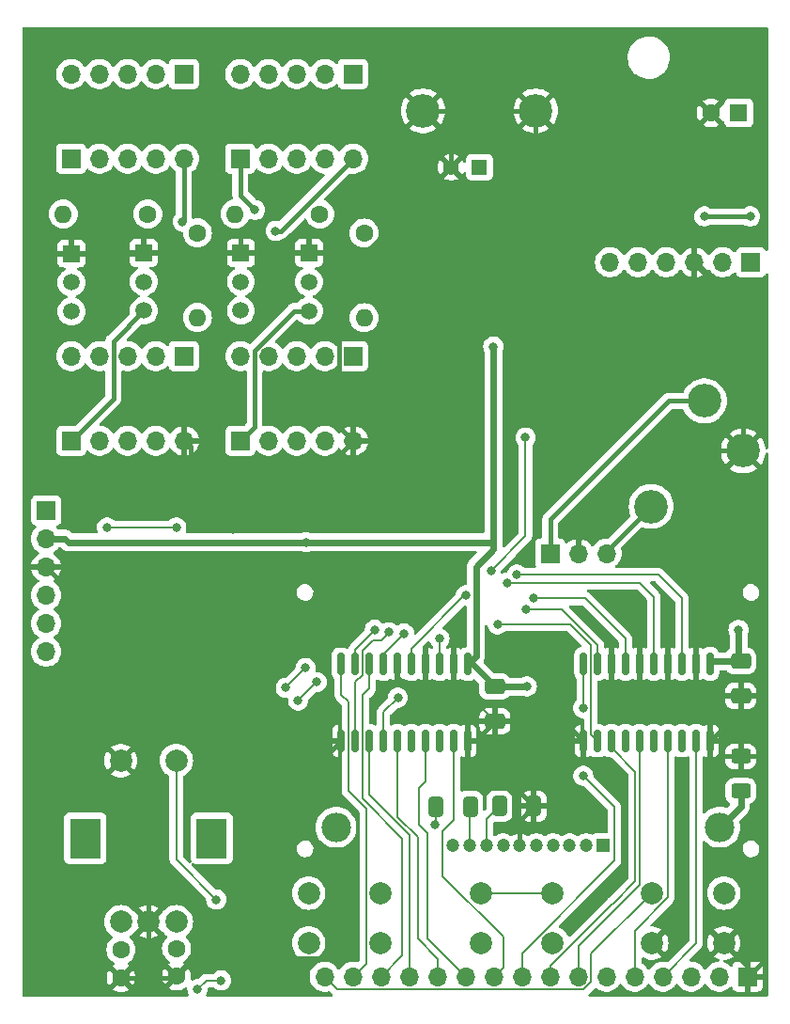
<source format=gbr>
%TF.GenerationSoftware,KiCad,Pcbnew,7.0.10*%
%TF.CreationDate,2024-01-22T19:43:49-08:00*%
%TF.ProjectId,Relay_LCD k7,52656c61-795f-44c4-9344-206b372e6b69,rev?*%
%TF.SameCoordinates,Original*%
%TF.FileFunction,Copper,L2,Bot*%
%TF.FilePolarity,Positive*%
%FSLAX46Y46*%
G04 Gerber Fmt 4.6, Leading zero omitted, Abs format (unit mm)*
G04 Created by KiCad (PCBNEW 7.0.10) date 2024-01-22 19:43:49*
%MOMM*%
%LPD*%
G01*
G04 APERTURE LIST*
G04 Aperture macros list*
%AMRoundRect*
0 Rectangle with rounded corners*
0 $1 Rounding radius*
0 $2 $3 $4 $5 $6 $7 $8 $9 X,Y pos of 4 corners*
0 Add a 4 corners polygon primitive as box body*
4,1,4,$2,$3,$4,$5,$6,$7,$8,$9,$2,$3,0*
0 Add four circle primitives for the rounded corners*
1,1,$1+$1,$2,$3*
1,1,$1+$1,$4,$5*
1,1,$1+$1,$6,$7*
1,1,$1+$1,$8,$9*
0 Add four rect primitives between the rounded corners*
20,1,$1+$1,$2,$3,$4,$5,0*
20,1,$1+$1,$4,$5,$6,$7,0*
20,1,$1+$1,$6,$7,$8,$9,0*
20,1,$1+$1,$8,$9,$2,$3,0*%
G04 Aperture macros list end*
%TA.AperFunction,ComponentPad*%
%ADD10O,1.700000X1.700000*%
%TD*%
%TA.AperFunction,ComponentPad*%
%ADD11R,1.700000X1.700000*%
%TD*%
%TA.AperFunction,ComponentPad*%
%ADD12C,2.000000*%
%TD*%
%TA.AperFunction,ComponentPad*%
%ADD13R,2.800000X3.600000*%
%TD*%
%TA.AperFunction,ComponentPad*%
%ADD14C,3.016000*%
%TD*%
%TA.AperFunction,ComponentPad*%
%ADD15C,1.600000*%
%TD*%
%TA.AperFunction,ComponentPad*%
%ADD16O,1.600000X1.600000*%
%TD*%
%TA.AperFunction,ComponentPad*%
%ADD17R,1.600000X1.600000*%
%TD*%
%TA.AperFunction,ComponentPad*%
%ADD18R,1.500000X1.500000*%
%TD*%
%TA.AperFunction,ComponentPad*%
%ADD19C,1.500000*%
%TD*%
%TA.AperFunction,ComponentPad*%
%ADD20C,2.655000*%
%TD*%
%TA.AperFunction,ComponentPad*%
%ADD21C,1.200000*%
%TD*%
%TA.AperFunction,ComponentPad*%
%ADD22R,1.200000X1.200000*%
%TD*%
%TA.AperFunction,ComponentPad*%
%ADD23R,1.398000X1.398000*%
%TD*%
%TA.AperFunction,ComponentPad*%
%ADD24C,1.398000*%
%TD*%
%TA.AperFunction,ComponentPad*%
%ADD25C,3.015000*%
%TD*%
%TA.AperFunction,SMDPad,CuDef*%
%ADD26RoundRect,0.250000X0.625000X-0.400000X0.625000X0.400000X-0.625000X0.400000X-0.625000X-0.400000X0*%
%TD*%
%TA.AperFunction,SMDPad,CuDef*%
%ADD27RoundRect,0.250000X0.412500X0.650000X-0.412500X0.650000X-0.412500X-0.650000X0.412500X-0.650000X0*%
%TD*%
%TA.AperFunction,SMDPad,CuDef*%
%ADD28RoundRect,0.250000X-0.650000X0.412500X-0.650000X-0.412500X0.650000X-0.412500X0.650000X0.412500X0*%
%TD*%
%TA.AperFunction,SMDPad,CuDef*%
%ADD29RoundRect,0.150000X0.150000X-0.837500X0.150000X0.837500X-0.150000X0.837500X-0.150000X-0.837500X0*%
%TD*%
%TA.AperFunction,ViaPad*%
%ADD30C,0.800000*%
%TD*%
%TA.AperFunction,Conductor*%
%ADD31C,0.600000*%
%TD*%
%TA.AperFunction,Conductor*%
%ADD32C,0.400000*%
%TD*%
%TA.AperFunction,Conductor*%
%ADD33C,0.200000*%
%TD*%
G04 APERTURE END LIST*
D10*
%TO.P,J2,6,Pin_6*%
%TO.N,unconnected-(J2-Pin_6-Pad6)*%
X103820000Y-71025000D03*
%TO.P,J2,5,Pin_5*%
%TO.N,ICSPCLK*%
X106360000Y-71025000D03*
%TO.P,J2,4,Pin_4*%
%TO.N,ICSPDAT*%
X108900000Y-71025000D03*
%TO.P,J2,3,Pin_3*%
%TO.N,GND*%
X111440000Y-71025000D03*
%TO.P,J2,2,Pin_2*%
%TO.N,+3V3*%
X113980000Y-71025000D03*
D11*
%TO.P,J2,1,Pin_1*%
%TO.N,VPP*%
X116520000Y-71025000D03*
%TD*%
D12*
%TO.P,S1,1*%
%TO.N,GND*%
X59725000Y-115900000D03*
%TO.P,S1,2*%
%TO.N,Net-(R7-Pad2)*%
X64725000Y-115900000D03*
D13*
%TO.P,S1,3*%
%TO.N,unconnected-(S1-Pad3)*%
X56525000Y-122900000D03*
X67925000Y-122900000D03*
D12*
%TO.P,S1,A,CH_A*%
%TO.N,ECa*%
X59725000Y-130400000D03*
%TO.P,S1,B,CH_B*%
%TO.N,ECb*%
X64725000Y-130400000D03*
%TO.P,S1,C,COM*%
%TO.N,GND*%
X62225000Y-130400000D03*
%TD*%
D14*
%TO.P,CON1,1,S*%
%TO.N,GND*%
X115825000Y-88007100D03*
%TO.P,CON1,2,T*%
%TO.N,Dit*%
X112325000Y-83507100D03*
%TO.P,CON1,3,R*%
%TO.N,Dah*%
X107525000Y-93007100D03*
%TD*%
D11*
%TO.P,J7,1,Pin_1*%
%TO.N,R2.7*%
X55260000Y-87090000D03*
D10*
%TO.P,J7,2,Pin_2*%
%TO.N,R2.8*%
X57800000Y-87090000D03*
%TO.P,J7,3,Pin_3*%
%TO.N,R2.9*%
X60340000Y-87090000D03*
%TO.P,J7,4,Pin_4*%
%TO.N,R2.10*%
X62880000Y-87090000D03*
%TO.P,J7,5,Pin_5*%
%TO.N,GND*%
X65420000Y-87090000D03*
%TD*%
D11*
%TO.P,J13,1,Pin_1*%
%TO.N,VDD*%
X80645000Y-54080000D03*
D10*
%TO.P,J13,2,Pin_2*%
%TO.N,R3.3*%
X78105000Y-54080000D03*
%TO.P,J13,3,Pin_3*%
%TO.N,R3.4*%
X75565000Y-54080000D03*
%TO.P,J13,4,Pin_4*%
%TO.N,R3.5*%
X73025000Y-54080000D03*
%TO.P,J13,5,Pin_5*%
%TO.N,R3.6*%
X70485000Y-54080000D03*
%TD*%
D11*
%TO.P,J1,1,Pin_1*%
%TO.N,GND*%
X116200000Y-135350000D03*
D10*
%TO.P,J1,2,Pin_2*%
%TO.N,ECb*%
X113660000Y-135350000D03*
%TO.P,J1,3,Pin_3*%
%TO.N,ECa*%
X111120000Y-135350000D03*
%TO.P,J1,4,Pin_4*%
%TO.N,/5vto3v3/D1*%
X108580000Y-135350000D03*
%TO.P,J1,5,Pin_5*%
%TO.N,/5vto3v3/D2*%
X106040000Y-135350000D03*
%TO.P,J1,6,Pin_6*%
%TO.N,dp*%
X103500000Y-135350000D03*
%TO.P,J1,7,Pin_7*%
%TO.N,/5vto3v3/e*%
X100960000Y-135350000D03*
%TO.P,J1,8,Pin_8*%
%TO.N,/5vto3v3/d*%
X98420000Y-135350000D03*
%TO.P,J1,9,Pin_9*%
%TO.N,/5vto3v3/D4*%
X95880000Y-135350000D03*
%TO.P,J1,10,Pin_10*%
%TO.N,/5vto3v3/D3*%
X93340000Y-135350000D03*
%TO.P,J1,11,Pin_11*%
%TO.N,/5vto3v3/f*%
X90800000Y-135350000D03*
%TO.P,J1,12,Pin_12*%
%TO.N,/5vto3v3/c*%
X88260000Y-135350000D03*
%TO.P,J1,13,Pin_13*%
%TO.N,/5vto3v3/a*%
X85720000Y-135350000D03*
%TO.P,J1,14,Pin_14*%
%TO.N,/5vto3v3/g*%
X83180000Y-135350000D03*
%TO.P,J1,15,Pin_15*%
%TO.N,/5vto3v3/b*%
X80640000Y-135350000D03*
%TO.P,J1,16,Pin_16*%
%TO.N,SW*%
X78100000Y-135350000D03*
%TD*%
D15*
%TO.P,R10,1*%
%TO.N,/PIC16F887/R12s*%
X62150000Y-66675000D03*
D16*
%TO.P,R10,2*%
%TO.N,Net-(Q3-B)*%
X54530000Y-66675000D03*
%TD*%
D11*
%TO.P,J12,1,Pin_1*%
%TO.N,R1.6*%
X65410000Y-79480000D03*
D10*
%TO.P,J12,2,Pin_2*%
%TO.N,R2.3*%
X62870000Y-79480000D03*
%TO.P,J12,3,Pin_3*%
%TO.N,R2.4*%
X60330000Y-79480000D03*
%TO.P,J12,4,Pin_4*%
%TO.N,R2.5*%
X57790000Y-79480000D03*
%TO.P,J12,5,Pin_5*%
%TO.N,R2.6*%
X55250000Y-79480000D03*
%TD*%
D11*
%TO.P,J8,1,Pin_1*%
%TO.N,R3.7*%
X70495000Y-61700000D03*
D10*
%TO.P,J8,2,Pin_2*%
%TO.N,R3.8*%
X73035000Y-61700000D03*
%TO.P,J8,3,Pin_3*%
%TO.N,R3.9*%
X75575000Y-61700000D03*
%TO.P,J8,4,Pin_4*%
%TO.N,R3.10*%
X78115000Y-61700000D03*
%TO.P,J8,5,Pin_5*%
%TO.N,R3.6*%
X80655000Y-61700000D03*
%TD*%
D15*
%TO.P,R13,1*%
%TO.N,/PIC16F887/R34r*%
X81650000Y-68400000D03*
D16*
%TO.P,R13,2*%
%TO.N,Net-(Q6-B)*%
X81650000Y-76020000D03*
%TD*%
D11*
%TO.P,J9,1,Pin_1*%
%TO.N,R4.7*%
X70500000Y-87090000D03*
D10*
%TO.P,J9,2,Pin_2*%
%TO.N,R4.8*%
X73040000Y-87090000D03*
%TO.P,J9,3,Pin_3*%
%TO.N,R4.9*%
X75580000Y-87090000D03*
%TO.P,J9,4,Pin_4*%
%TO.N,R4.10*%
X78120000Y-87090000D03*
%TO.P,J9,5,Pin_5*%
%TO.N,GND*%
X80660000Y-87090000D03*
%TD*%
D15*
%TO.P,C2,1*%
%TO.N,ECa*%
X59750000Y-132925000D03*
%TO.P,C2,2*%
%TO.N,GND*%
X59750000Y-135425000D03*
%TD*%
%TO.P,R11,1*%
%TO.N,/PIC16F887/R12r*%
X66625000Y-68375000D03*
D16*
%TO.P,R11,2*%
%TO.N,Net-(Q4-B)*%
X66625000Y-75995000D03*
%TD*%
D15*
%TO.P,C11,2*%
%TO.N,GND*%
X112925000Y-57575000D03*
D17*
%TO.P,C11,1*%
%TO.N,+3V3*%
X115425000Y-57575000D03*
%TD*%
D18*
%TO.P,Q5,1,E*%
%TO.N,GND*%
X70550000Y-70175000D03*
D19*
%TO.P,Q5,2,B*%
%TO.N,Net-(Q5-B)*%
X70550000Y-72775000D03*
%TO.P,Q5,3,C*%
%TO.N,R4.6*%
X70550000Y-75375000D03*
%TD*%
D12*
%TO.P,SW2,2,2*%
%TO.N,+3V3*%
X83150000Y-132325000D03*
X76650000Y-132325000D03*
%TO.P,SW2,1,1*%
%TO.N,/PIC16F887/Band*%
X83150000Y-127825000D03*
X76650000Y-127825000D03*
%TD*%
D15*
%TO.P,R12,1*%
%TO.N,/PIC16F887/R34s*%
X77650000Y-66675000D03*
D16*
%TO.P,R12,2*%
%TO.N,Net-(Q5-B)*%
X70030000Y-66675000D03*
%TD*%
D20*
%TO.P,DS1,K1,K1*%
%TO.N,Net-(DS1-PadK1)*%
X113725000Y-121900000D03*
%TO.P,DS1,A1,A1*%
%TO.N,Net-(U3-DC)*%
X79125000Y-121900000D03*
D21*
%TO.P,DS1,10,C1-*%
%TO.N,Net-(DS1-C1-)*%
X89675000Y-123550000D03*
%TO.P,DS1,9,C1+*%
%TO.N,Net-(DS1-C1+)*%
X91175000Y-123550000D03*
%TO.P,DS1,8,VOUT*%
%TO.N,Net-(DS1-VOUT)*%
X92675000Y-123550000D03*
%TO.P,DS1,7,VDD*%
%TO.N,+3V3*%
X94175000Y-123550000D03*
%TO.P,DS1,6,VSS*%
%TO.N,GND*%
X95675000Y-123550000D03*
%TO.P,DS1,5,SI*%
%TO.N,/Display/SI*%
X97175000Y-123550000D03*
%TO.P,DS1,4,SCL*%
%TO.N,/Display/SCL*%
X98675000Y-123550000D03*
%TO.P,DS1,3,CSB*%
%TO.N,GND*%
X100175000Y-123550000D03*
%TO.P,DS1,2,RS*%
%TO.N,/Display/RS*%
X101675000Y-123550000D03*
D22*
%TO.P,DS1,1,RST*%
%TO.N,/Display/RST*%
X103175000Y-123550000D03*
%TD*%
D23*
%TO.P,J10,1,1*%
%TO.N,R1.9*%
X92050000Y-62466500D03*
D24*
%TO.P,J10,2,2*%
%TO.N,GND*%
X89510000Y-62466500D03*
D25*
%TO.P,J10,P1,SHIELD*%
X86970000Y-57386500D03*
%TO.P,J10,P2,SHIELD*%
X97130000Y-57386500D03*
%TD*%
D11*
%TO.P,J14,1,Pin_1*%
%TO.N,R3.6*%
X80650000Y-79480000D03*
D10*
%TO.P,J14,2,Pin_2*%
%TO.N,R4.3*%
X78110000Y-79480000D03*
%TO.P,J14,3,Pin_3*%
%TO.N,R4.4*%
X75570000Y-79480000D03*
%TO.P,J14,4,Pin_4*%
%TO.N,R4.5*%
X73030000Y-79480000D03*
%TO.P,J14,5,Pin_5*%
%TO.N,R4.6*%
X70490000Y-79480000D03*
%TD*%
D18*
%TO.P,Q3,1,E*%
%TO.N,GND*%
X55275000Y-70250000D03*
D19*
%TO.P,Q3,2,B*%
%TO.N,Net-(Q3-B)*%
X55275000Y-72850000D03*
%TO.P,Q3,3,C*%
%TO.N,R2.6*%
X55275000Y-75450000D03*
%TD*%
D15*
%TO.P,C4,1*%
%TO.N,ECb*%
X64750000Y-132800000D03*
%TO.P,C4,2*%
%TO.N,GND*%
X64750000Y-135300000D03*
%TD*%
D12*
%TO.P,SW1,1,1*%
%TO.N,GND*%
X114075000Y-132325000D03*
X107575000Y-132325000D03*
%TO.P,SW1,2,2*%
%TO.N,SW*%
X114075000Y-127825000D03*
X107575000Y-127825000D03*
%TD*%
D11*
%TO.P,J3,1,Pin_1*%
%TO.N,Dit*%
X98425000Y-97250000D03*
D10*
%TO.P,J3,2,Pin_2*%
%TO.N,GND*%
X100965000Y-97250000D03*
%TO.P,J3,3,Pin_3*%
%TO.N,Dah*%
X103505000Y-97250000D03*
%TD*%
D12*
%TO.P,SW3,2,2*%
%TO.N,+3V3*%
X98650000Y-132325000D03*
X92150000Y-132325000D03*
%TO.P,SW3,1,1*%
%TO.N,/PIC16F887/Dim*%
X98650000Y-127825000D03*
X92150000Y-127825000D03*
%TD*%
D11*
%TO.P,J11,1,Pin_1*%
%TO.N,VDD*%
X65405000Y-54080000D03*
D10*
%TO.P,J11,2,Pin_2*%
%TO.N,R1.3*%
X62865000Y-54080000D03*
%TO.P,J11,3,Pin_3*%
%TO.N,R1.4*%
X60325000Y-54080000D03*
%TO.P,J11,4,Pin_4*%
%TO.N,R1.5*%
X57785000Y-54080000D03*
%TO.P,J11,5,Pin_5*%
%TO.N,R1.6*%
X55245000Y-54080000D03*
%TD*%
D11*
%TO.P,J4,1,Pin_1*%
%TO.N,Net-(J4-Pin_1)*%
X53000000Y-93375000D03*
D10*
%TO.P,J4,2,Pin_2*%
%TO.N,+3V3*%
X53000000Y-95915000D03*
%TO.P,J4,3,Pin_3*%
%TO.N,GND*%
X53000000Y-98455000D03*
%TO.P,J4,4,Pin_4*%
%TO.N,Net-(J4-Pin_4)*%
X53000000Y-100995000D03*
%TO.P,J4,5,Pin_5*%
%TO.N,Net-(J4-Pin_5)*%
X53000000Y-103535000D03*
%TO.P,J4,6,Pin_6*%
%TO.N,unconnected-(J4-Pin_6-Pad6)*%
X53000000Y-106075000D03*
%TD*%
D18*
%TO.P,Q6,1,E*%
%TO.N,GND*%
X76675000Y-70200000D03*
D19*
%TO.P,Q6,2,B*%
%TO.N,Net-(Q6-B)*%
X76675000Y-72800000D03*
%TO.P,Q6,3,C*%
%TO.N,R4.7*%
X76675000Y-75400000D03*
%TD*%
D18*
%TO.P,Q4,1,E*%
%TO.N,GND*%
X61800000Y-70175000D03*
D19*
%TO.P,Q4,2,B*%
%TO.N,Net-(Q4-B)*%
X61800000Y-72775000D03*
%TO.P,Q4,3,C*%
%TO.N,R2.7*%
X61800000Y-75375000D03*
%TD*%
D11*
%TO.P,J6,1,Pin_1*%
%TO.N,R1.7*%
X55255000Y-61700000D03*
D10*
%TO.P,J6,2,Pin_2*%
%TO.N,R1.8*%
X57795000Y-61700000D03*
%TO.P,J6,3,Pin_3*%
%TO.N,R1.9*%
X60335000Y-61700000D03*
%TO.P,J6,4,Pin_4*%
%TO.N,R1.10*%
X62875000Y-61700000D03*
%TO.P,J6,5,Pin_5*%
%TO.N,R1.6*%
X65415000Y-61700000D03*
%TD*%
D26*
%TO.P,R9,1*%
%TO.N,Net-(DS1-PadK1)*%
X115600000Y-118625000D03*
%TO.P,R9,2*%
%TO.N,GND*%
X115600000Y-115525000D03*
%TD*%
D27*
%TO.P,C6,1*%
%TO.N,Net-(DS1-C1+)*%
X91212500Y-120025000D03*
%TO.P,C6,2*%
%TO.N,Net-(DS1-C1-)*%
X88087500Y-120025000D03*
%TD*%
%TO.P,C7,1*%
%TO.N,GND*%
X96962500Y-120000000D03*
%TO.P,C7,2*%
%TO.N,Net-(DS1-VOUT)*%
X93837500Y-120000000D03*
%TD*%
D28*
%TO.P,C1,2*%
%TO.N,GND*%
X93450000Y-112350000D03*
%TO.P,C1,1*%
%TO.N,+3V3*%
X93450000Y-109225000D03*
%TD*%
%TO.P,C3,2*%
%TO.N,GND*%
X115600000Y-110075000D03*
%TO.P,C3,1*%
%TO.N,+3V3*%
X115600000Y-106950000D03*
%TD*%
D29*
%TO.P,U1,20,VCC*%
%TO.N,+3V3*%
X91000000Y-107206774D03*
%TO.P,U1,19,~{2OE}*%
%TO.N,GND*%
X89730000Y-107206774D03*
%TO.P,U1,18,1Y1*%
%TO.N,/5vto3v3/D3_3v3*%
X88460000Y-107206774D03*
%TO.P,U1,17,2A4*%
%TO.N,GND*%
X87190000Y-107206774D03*
%TO.P,U1,16,1Y2*%
%TO.N,/5vto3v3/f_3v3*%
X85920000Y-107206774D03*
%TO.P,U1,15,2A3*%
%TO.N,GND*%
X84650000Y-107206774D03*
%TO.P,U1,14,1Y3*%
%TO.N,/5vto3v3/c_3v3*%
X83380000Y-107206774D03*
%TO.P,U1,13,2A2*%
%TO.N,/5vto3v3/g*%
X82110000Y-107206774D03*
%TO.P,U1,12,1Y4*%
%TO.N,/5vto3v3/a_3v3*%
X80840000Y-107206774D03*
%TO.P,U1,11,2A1*%
%TO.N,/5vto3v3/b*%
X79570000Y-107206774D03*
%TO.P,U1,10,GND*%
%TO.N,GND*%
X79570000Y-114131774D03*
%TO.P,U1,9,2Y1*%
%TO.N,/5vto3v3/b_3v3*%
X80840000Y-114131774D03*
%TO.P,U1,8,1A4*%
%TO.N,/5vto3v3/a*%
X82110000Y-114131774D03*
%TO.P,U1,7,2Y2*%
%TO.N,/5vto3v3/g_3v3*%
X83380000Y-114131774D03*
%TO.P,U1,6,1A3*%
%TO.N,/5vto3v3/c*%
X84650000Y-114131774D03*
%TO.P,U1,5,2Y3*%
%TO.N,unconnected-(U1-2Y3-Pad5)*%
X85920000Y-114131774D03*
%TO.P,U1,4,1A2*%
%TO.N,/5vto3v3/f*%
X87190000Y-114131774D03*
%TO.P,U1,3,2Y4*%
%TO.N,unconnected-(U1-2Y4-Pad3)*%
X88460000Y-114131774D03*
%TO.P,U1,2,1A1*%
%TO.N,/5vto3v3/D3*%
X89730000Y-114131774D03*
%TO.P,U1,1,~{1OE}*%
%TO.N,GND*%
X91000000Y-114131774D03*
%TD*%
%TO.P,U2,20,VCC*%
%TO.N,+3V3*%
X112846399Y-107181774D03*
%TO.P,U2,19,~{2OE}*%
%TO.N,GND*%
X111576399Y-107181774D03*
%TO.P,U2,18,1Y1*%
%TO.N,/5vto3v3/D1_3v3*%
X110306399Y-107181774D03*
%TO.P,U2,17,2A4*%
%TO.N,GND*%
X109036399Y-107181774D03*
%TO.P,U2,16,1Y2*%
%TO.N,/5vto3v3/D2_3v3*%
X107766399Y-107181774D03*
%TO.P,U2,15,2A3*%
%TO.N,GND*%
X106496399Y-107181774D03*
%TO.P,U2,14,1Y3*%
%TO.N,/5vto3v3/e_3v3*%
X105226399Y-107181774D03*
%TO.P,U2,13,2A2*%
%TO.N,GND*%
X103956399Y-107181774D03*
%TO.P,U2,12,1Y4*%
%TO.N,/5vto3v3/d_3v3*%
X102686399Y-107181774D03*
%TO.P,U2,11,2A1*%
%TO.N,/5vto3v3/D4*%
X101416399Y-107181774D03*
%TO.P,U2,10,GND*%
%TO.N,GND*%
X101416399Y-114106774D03*
%TO.P,U2,9,2Y1*%
%TO.N,/5vto3v3/D4_3v3*%
X102686399Y-114106774D03*
%TO.P,U2,8,1A4*%
%TO.N,/5vto3v3/d*%
X103956399Y-114106774D03*
%TO.P,U2,7,2Y2*%
%TO.N,unconnected-(U2-2Y2-Pad7)*%
X105226399Y-114106774D03*
%TO.P,U2,6,1A3*%
%TO.N,/5vto3v3/e*%
X106496399Y-114106774D03*
%TO.P,U2,5,2Y3*%
%TO.N,unconnected-(U2-2Y3-Pad5)*%
X107766399Y-114106774D03*
%TO.P,U2,4,1A2*%
%TO.N,/5vto3v3/D2*%
X109036399Y-114106774D03*
%TO.P,U2,3,2Y4*%
%TO.N,unconnected-(U2-2Y4-Pad3)*%
X110306399Y-114106774D03*
%TO.P,U2,2,1A1*%
%TO.N,/5vto3v3/D1*%
X111576399Y-114106774D03*
%TO.P,U2,1,~{1OE}*%
%TO.N,GND*%
X112846399Y-114106774D03*
%TD*%
D30*
%TO.N,GND*%
X113625000Y-74425000D03*
%TO.N,VPP*%
X116450000Y-66900000D03*
X112325000Y-66900000D03*
%TO.N,+3V3*%
X96325000Y-109225000D03*
X76425000Y-96225000D03*
%TO.N,/5vto3v3/f_3v3*%
X93075000Y-98775000D03*
X90825000Y-101025000D03*
%TO.N,+3V3*%
X93300000Y-78625000D03*
X115400000Y-104125000D03*
%TO.N,GND*%
X75425000Y-115850000D03*
%TO.N,/5vto3v3/D4*%
X101386399Y-111175000D03*
X101400000Y-117250000D03*
%TO.N,/PIC16F887/15_mtr*%
X76375000Y-107550000D03*
X74600000Y-109325000D03*
%TO.N,/PIC16F887/20_mtr*%
X77375000Y-108825000D03*
X75700000Y-110500000D03*
%TO.N,Net-(J4-Pin_4)*%
X64725000Y-94900000D03*
X58475000Y-94900000D03*
%TO.N,GND*%
X69825000Y-95100000D03*
X56975000Y-105350000D03*
X79825000Y-133725000D03*
X97130000Y-61820000D03*
%TO.N,/5vto3v3/g_3v3*%
X84700000Y-110225000D03*
%TO.N,/5vto3v3/b_3v3*%
X83900000Y-104350000D03*
%TO.N,Net-(R7-Pad2)*%
X68325000Y-128400000D03*
%TO.N,ECa*%
X66625000Y-136500000D03*
X68750000Y-135700000D03*
%TO.N,R3.6*%
X73675000Y-68200000D03*
%TO.N,R3.7*%
X71817878Y-66307122D03*
%TO.N,R1.6*%
X65300000Y-67374500D03*
%TO.N,/5vto3v3/a_3v3*%
X82625000Y-104100000D03*
%TO.N,/5vto3v3/c_3v3*%
X85250000Y-104450000D03*
%TO.N,/5vto3v3/f_3v3*%
X96200000Y-86825000D03*
%TO.N,/5vto3v3/D3_3v3*%
X88450000Y-104900000D03*
%TO.N,/5vto3v3/D4_3v3*%
X93675000Y-103625000D03*
%TO.N,/5vto3v3/d_3v3*%
X96225000Y-102300000D03*
%TO.N,/5vto3v3/e_3v3*%
X96925000Y-101300000D03*
%TO.N,/5vto3v3/D2_3v3*%
X94525000Y-99875000D03*
%TO.N,/5vto3v3/D1_3v3*%
X95425000Y-99150000D03*
%TO.N,Net-(DS1-C1-)*%
X88075000Y-121650000D03*
%TD*%
D31*
%TO.N,+3V3*%
X91725000Y-106481774D02*
X91000000Y-107206774D01*
X93300000Y-96875000D02*
X91725000Y-98450000D01*
X91725000Y-98450000D02*
X91725000Y-106481774D01*
X93300000Y-96225000D02*
X93300000Y-96875000D01*
D32*
%TO.N,GND*%
X116200000Y-134450000D02*
X114075000Y-132325000D01*
X116200000Y-135350000D02*
X116200000Y-134450000D01*
X112735000Y-73490000D02*
X115825000Y-76580000D01*
X112735000Y-73140000D02*
X112735000Y-73490000D01*
X115825000Y-76580000D02*
X115825000Y-88007100D01*
%TO.N,+3V3*%
X115400000Y-106750000D02*
X115600000Y-106950000D01*
D31*
X115400000Y-104125000D02*
X115400000Y-106750000D01*
D32*
%TO.N,GND*%
X66000000Y-88625000D02*
X66000000Y-87670000D01*
X66000000Y-87670000D02*
X65420000Y-87090000D01*
X69825000Y-89300000D02*
X66675000Y-89300000D01*
X66675000Y-89300000D02*
X66000000Y-88625000D01*
X62225000Y-118400000D02*
X62225000Y-130400000D01*
%TO.N,VPP*%
X112325000Y-66900000D02*
X116450000Y-66900000D01*
D31*
%TO.N,+3V3*%
X93450000Y-109225000D02*
X96325000Y-109225000D01*
X54690000Y-95915000D02*
X53000000Y-95915000D01*
X76425000Y-96225000D02*
X55000000Y-96225000D01*
X55000000Y-96225000D02*
X54690000Y-95915000D01*
X93300000Y-96225000D02*
X76425000Y-96225000D01*
X93300000Y-78625000D02*
X93300000Y-96225000D01*
D33*
%TO.N,/5vto3v3/f_3v3*%
X96200000Y-95650000D02*
X96200000Y-95550000D01*
X93075000Y-98775000D02*
X96200000Y-95650000D01*
X96200000Y-95550000D02*
X96200000Y-86850000D01*
X90700000Y-101025000D02*
X90825000Y-101025000D01*
X85920000Y-105805000D02*
X90700000Y-101025000D01*
X85920000Y-107206774D02*
X85920000Y-105805000D01*
D32*
%TO.N,GND*%
X77851774Y-115850000D02*
X75425000Y-115850000D01*
X79570000Y-114131774D02*
X77851774Y-115850000D01*
X99659625Y-112350000D02*
X101416399Y-114106774D01*
X93450000Y-112350000D02*
X99659625Y-112350000D01*
D33*
%TO.N,/5vto3v3/D4*%
X101416399Y-111145000D02*
X101416399Y-107181774D01*
X101386399Y-111175000D02*
X101416399Y-111145000D01*
X104225000Y-120075000D02*
X101400000Y-117250000D01*
%TO.N,/PIC16F887/15_mtr*%
X74600000Y-109325000D02*
X76375000Y-107550000D01*
%TO.N,/PIC16F887/20_mtr*%
X75700000Y-110500000D02*
X77375000Y-108825000D01*
D32*
%TO.N,GND*%
X79400000Y-85830000D02*
X79400000Y-72576500D01*
X80660000Y-87090000D02*
X79400000Y-85830000D01*
X79400000Y-72576500D02*
X81776500Y-70200000D01*
D33*
%TO.N,/PIC16F887/Dim*%
X98650000Y-127825000D02*
X92150000Y-127825000D01*
%TO.N,Net-(J4-Pin_4)*%
X58475000Y-94900000D02*
X64725000Y-94900000D01*
D32*
%TO.N,GND*%
X69825000Y-89300000D02*
X78450000Y-89300000D01*
X69825000Y-95100000D02*
X69825000Y-89300000D01*
X56975000Y-102430000D02*
X53000000Y-98455000D01*
X56975000Y-105350000D02*
X56975000Y-102430000D01*
X56975000Y-113150000D02*
X56975000Y-105350000D01*
X59725000Y-115900000D02*
X56975000Y-113150000D01*
X66325000Y-133725000D02*
X64750000Y-135300000D01*
X79825000Y-133725000D02*
X66325000Y-133725000D01*
D31*
X112735000Y-72320000D02*
X111440000Y-71025000D01*
X112735000Y-73140000D02*
X112735000Y-72320000D01*
D32*
%TO.N,+3V3*%
X113078173Y-106950000D02*
X112846399Y-107181774D01*
D31*
X115600000Y-106950000D02*
X113078173Y-106950000D01*
D32*
X91000000Y-107206774D02*
X91431774Y-107206774D01*
D31*
X91431774Y-107206774D02*
X93450000Y-109225000D01*
D32*
%TO.N,R4.7*%
X76675000Y-75400000D02*
X75342233Y-75400000D01*
X71780000Y-85810000D02*
X70500000Y-87090000D01*
X75342233Y-75400000D02*
X71780000Y-78962233D01*
X71780000Y-78962233D02*
X71780000Y-85810000D01*
D33*
%TO.N,GND*%
X84650000Y-107206774D02*
X84650000Y-108194273D01*
D32*
X55275000Y-70250000D02*
X61725000Y-70250000D01*
X93450000Y-116487500D02*
X96962500Y-120000000D01*
X86970000Y-57386500D02*
X97130000Y-57386500D01*
X62225000Y-130400000D02*
X62225000Y-132775000D01*
X89510000Y-62466500D02*
X94590000Y-57386500D01*
X115600000Y-110075000D02*
X117450000Y-110075000D01*
D33*
X108950000Y-110075000D02*
X111550000Y-110075000D01*
D32*
X89510000Y-59926500D02*
X86970000Y-57386500D01*
X62225000Y-132775000D02*
X64750000Y-135300000D01*
D33*
X89730000Y-108630000D02*
X90437500Y-109337500D01*
D32*
X59750000Y-135425000D02*
X64625000Y-135425000D01*
X61800000Y-70175000D02*
X70550000Y-70175000D01*
X117475000Y-110050000D02*
X117475000Y-115550000D01*
X115825000Y-88007100D02*
X109005819Y-88007100D01*
X115600000Y-115525000D02*
X115600000Y-110075000D01*
X61725000Y-70250000D02*
X61800000Y-70175000D01*
X81776500Y-70200000D02*
X89510000Y-62466500D01*
D33*
X106496399Y-107181774D02*
X106496399Y-110071399D01*
X106500000Y-110075000D02*
X108950000Y-110075000D01*
X111576399Y-110048601D02*
X111550000Y-110075000D01*
D32*
X64625000Y-135425000D02*
X64750000Y-135300000D01*
D33*
X90437500Y-109337500D02*
X93450000Y-112350000D01*
D32*
X91668226Y-114131774D02*
X93450000Y-112350000D01*
X62225000Y-118400000D02*
X59725000Y-115900000D01*
D33*
X105125000Y-110075000D02*
X106500000Y-110075000D01*
D32*
X91000000Y-114131774D02*
X91668226Y-114131774D01*
D33*
X85793227Y-109337500D02*
X87200000Y-109337500D01*
D32*
X100965000Y-96047919D02*
X100965000Y-97250000D01*
X93450000Y-112350000D02*
X93450000Y-116487500D01*
X76650000Y-70175000D02*
X76675000Y-70200000D01*
D33*
X111550000Y-110075000D02*
X115600000Y-110075000D01*
X106496399Y-110071399D02*
X106500000Y-110075000D01*
D32*
X115600000Y-110075000D02*
X115600000Y-111353173D01*
X115600000Y-111353173D02*
X112846399Y-114106774D01*
X76675000Y-70200000D02*
X81776500Y-70200000D01*
D33*
X87190000Y-109327500D02*
X87200000Y-109337500D01*
D32*
X117475000Y-89657100D02*
X117475000Y-110050000D01*
D33*
X87190000Y-107206774D02*
X87190000Y-109327500D01*
X111576399Y-107181774D02*
X111576399Y-110048601D01*
X109036399Y-107181774D02*
X109036399Y-109988601D01*
D32*
X95675000Y-123550000D02*
X95675000Y-121287500D01*
X115825000Y-88007100D02*
X117475000Y-89657100D01*
X70550000Y-70175000D02*
X76650000Y-70175000D01*
D33*
X103956399Y-108906399D02*
X105125000Y-110075000D01*
X84650000Y-108194273D02*
X85793227Y-109337500D01*
D32*
X117450000Y-115525000D02*
X117475000Y-115550000D01*
X117475000Y-134075000D02*
X116200000Y-135350000D01*
X115600000Y-115525000D02*
X117450000Y-115525000D01*
D33*
X103956399Y-107181774D02*
X103956399Y-108906399D01*
D32*
X117475000Y-115550000D02*
X117475000Y-134075000D01*
X94590000Y-57386500D02*
X97130000Y-57386500D01*
X109005819Y-88007100D02*
X100965000Y-96047919D01*
D33*
X109036399Y-109988601D02*
X108950000Y-110075000D01*
D32*
X97130000Y-57386500D02*
X97130000Y-61820000D01*
X89510000Y-62466500D02*
X89510000Y-59926500D01*
X117450000Y-110075000D02*
X117475000Y-110050000D01*
X78450000Y-89300000D02*
X80660000Y-87090000D01*
X95675000Y-121287500D02*
X96962500Y-120000000D01*
D33*
X89730000Y-107206774D02*
X89730000Y-108630000D01*
X87200000Y-109337500D02*
X90437500Y-109337500D01*
%TO.N,/5vto3v3/g_3v3*%
X84700000Y-110225000D02*
X83380000Y-111545000D01*
X83380000Y-111545000D02*
X83380000Y-114131774D01*
D32*
%TO.N,R2.7*%
X59050000Y-78125000D02*
X59050000Y-83300000D01*
X61800000Y-75375000D02*
X59050000Y-78125000D01*
X59050000Y-83300000D02*
X55260000Y-87090000D01*
D33*
%TO.N,/5vto3v3/b_3v3*%
X83175000Y-105100000D02*
X83900000Y-104375000D01*
X80840000Y-108834826D02*
X81510000Y-108164826D01*
X81510000Y-106040000D02*
X82450000Y-105100000D01*
X81510000Y-108164826D02*
X81510000Y-106040000D01*
X82450000Y-105100000D02*
X83175000Y-105100000D01*
X80840000Y-114131774D02*
X80840000Y-108834826D01*
X83900000Y-104375000D02*
X83900000Y-104350000D01*
%TO.N,Net-(R7-Pad2)*%
X68375000Y-128450000D02*
X68325000Y-128400000D01*
X64725000Y-124800000D02*
X68325000Y-128400000D01*
X64725000Y-115900000D02*
X64725000Y-124800000D01*
%TO.N,ECa*%
X67425000Y-135700000D02*
X68750000Y-135700000D01*
X66625000Y-136500000D02*
X67425000Y-135700000D01*
D32*
%TO.N,R3.6*%
X73675000Y-68200000D02*
X74155000Y-68200000D01*
X74155000Y-68200000D02*
X80655000Y-61700000D01*
%TO.N,R3.7*%
X71817878Y-66307122D02*
X70495000Y-64984244D01*
X70495000Y-64984244D02*
X70495000Y-61700000D01*
%TO.N,R1.6*%
X65415000Y-67259500D02*
X65415000Y-61700000D01*
X65300000Y-67374500D02*
X65415000Y-67259500D01*
D33*
%TO.N,/5vto3v3/D1*%
X111576399Y-132353601D02*
X111576399Y-114106774D01*
X108580000Y-135350000D02*
X111576399Y-132353601D01*
%TO.N,/5vto3v3/D2*%
X109036399Y-128202079D02*
X109036399Y-114106774D01*
X106040000Y-131198478D02*
X109036399Y-128202079D01*
X106040000Y-135350000D02*
X106040000Y-131198478D01*
%TO.N,/5vto3v3/e*%
X100960000Y-135350000D02*
X100960000Y-132601522D01*
X106496399Y-127065123D02*
X106496399Y-114106774D01*
X100960000Y-132601522D02*
X106496399Y-127065123D01*
%TO.N,/5vto3v3/d*%
X104075000Y-128738478D02*
X104086522Y-128738478D01*
X98420000Y-134393478D02*
X104075000Y-128738478D01*
X103956399Y-114760000D02*
X103956399Y-114106774D01*
X106096399Y-126728601D02*
X106096399Y-116900000D01*
X104086522Y-128738478D02*
X106096399Y-126728601D01*
X104075000Y-114225375D02*
X103956399Y-114106774D01*
X106096399Y-116900000D02*
X103956399Y-114760000D01*
X98420000Y-135350000D02*
X98420000Y-134393478D01*
%TO.N,/5vto3v3/D4*%
X104211522Y-124925000D02*
X104211522Y-120088478D01*
X104211522Y-120088478D02*
X104225000Y-120075000D01*
X104211522Y-124925000D02*
X95880000Y-133256522D01*
X95880000Y-133256522D02*
X95880000Y-135350000D01*
%TO.N,/5vto3v3/D3*%
X94190000Y-134500000D02*
X93340000Y-135350000D01*
X89730000Y-121270000D02*
X88734744Y-122265256D01*
X88734744Y-122265256D02*
X88734744Y-126309744D01*
X88734744Y-126309744D02*
X94190000Y-131765000D01*
X94190000Y-131765000D02*
X94190000Y-134500000D01*
X89730000Y-114131774D02*
X89730000Y-121270000D01*
%TO.N,/5vto3v3/f*%
X87375000Y-122400000D02*
X86600000Y-121625000D01*
X86600000Y-118325000D02*
X87190000Y-117735000D01*
X87375000Y-131925000D02*
X87375000Y-122400000D01*
X86600000Y-121625000D02*
X86600000Y-118325000D01*
X87190000Y-117735000D02*
X87190000Y-114131774D01*
X90800000Y-135350000D02*
X87375000Y-131925000D01*
%TO.N,/5vto3v3/c*%
X84650000Y-120950000D02*
X84650000Y-114131774D01*
X86475000Y-122775000D02*
X84650000Y-120950000D01*
X88260000Y-135350000D02*
X88260000Y-133735000D01*
X88260000Y-133735000D02*
X86475000Y-131950000D01*
X86475000Y-131950000D02*
X86475000Y-122775000D01*
%TO.N,/5vto3v3/a*%
X85720000Y-122585686D02*
X82110000Y-118975686D01*
X85720000Y-135350000D02*
X85720000Y-122585686D01*
X82110000Y-118975686D02*
X82110000Y-114131774D01*
%TO.N,/5vto3v3/g*%
X85075000Y-122900000D02*
X81510000Y-119335000D01*
X81510000Y-119335000D02*
X81510000Y-110015000D01*
X83180000Y-135350000D02*
X85075000Y-133455000D01*
X81510000Y-110015000D02*
X82110000Y-109415000D01*
X85075000Y-133455000D02*
X85075000Y-122900000D01*
X82110000Y-109415000D02*
X82110000Y-107206774D01*
%TO.N,/5vto3v3/b*%
X79570000Y-109945000D02*
X79570000Y-107206774D01*
X80640000Y-135350000D02*
X81829657Y-134160343D01*
X81829657Y-120220343D02*
X80225000Y-118615686D01*
X80225000Y-118615686D02*
X80225000Y-110600000D01*
X80225000Y-110600000D02*
X79570000Y-109945000D01*
X81829657Y-134160343D02*
X81829657Y-120220343D01*
%TO.N,SW*%
X101436346Y-136500000D02*
X79250000Y-136500000D01*
X102110000Y-133290000D02*
X102110000Y-135826346D01*
X102110000Y-135826346D02*
X101436346Y-136500000D01*
X79250000Y-136500000D02*
X78100000Y-135350000D01*
X107575000Y-127825000D02*
X102110000Y-133290000D01*
D32*
%TO.N,Dit*%
X109092900Y-83507100D02*
X112325000Y-83507100D01*
X98425000Y-97250000D02*
X98425000Y-94175000D01*
X98425000Y-94175000D02*
X109092900Y-83507100D01*
%TO.N,Dah*%
X107525000Y-93007100D02*
X103505000Y-97027100D01*
D33*
%TO.N,/5vto3v3/a_3v3*%
X82625000Y-104125000D02*
X80840000Y-105910000D01*
X82625000Y-104100000D02*
X82625000Y-104125000D01*
X80840000Y-105910000D02*
X80840000Y-107206774D01*
%TO.N,/5vto3v3/c_3v3*%
X83380000Y-106320000D02*
X85250000Y-104450000D01*
X83380000Y-107206774D02*
X83380000Y-106320000D01*
%TO.N,/5vto3v3/f_3v3*%
X96200000Y-86850000D02*
X96200000Y-86825000D01*
X85920000Y-107206774D02*
X85920000Y-106219275D01*
%TO.N,/5vto3v3/D3_3v3*%
X88450000Y-104900000D02*
X88460000Y-104910000D01*
X88460000Y-104910000D02*
X88460000Y-107206774D01*
%TO.N,/5vto3v3/D4_3v3*%
X102686399Y-114106774D02*
X102086399Y-113506774D01*
X100250000Y-103625000D02*
X93675000Y-103625000D01*
X102086399Y-113506774D02*
X102086399Y-105461399D01*
X102086399Y-105461399D02*
X100250000Y-103625000D01*
%TO.N,/5vto3v3/d_3v3*%
X102686399Y-105495713D02*
X102686399Y-107181774D01*
X96225000Y-102300000D02*
X99490686Y-102300000D01*
X99490686Y-102300000D02*
X102686399Y-105495713D01*
%TO.N,/5vto3v3/e_3v3*%
X105226399Y-104926399D02*
X101600000Y-101300000D01*
X101600000Y-101300000D02*
X96925000Y-101300000D01*
X105226399Y-107181774D02*
X105226399Y-104926399D01*
%TO.N,/5vto3v3/D2_3v3*%
X107766399Y-107181774D02*
X107766399Y-101141399D01*
X106500000Y-99875000D02*
X94525000Y-99875000D01*
X107766399Y-101141399D02*
X106500000Y-99875000D01*
%TO.N,/5vto3v3/D1_3v3*%
X110306399Y-107181774D02*
X110306399Y-101281399D01*
X108175000Y-99150000D02*
X95425000Y-99150000D01*
X110306399Y-101281399D02*
X108175000Y-99150000D01*
%TO.N,Net-(DS1-C1+)*%
X91175000Y-120062500D02*
X91212500Y-120025000D01*
X91175000Y-123550000D02*
X91175000Y-120062500D01*
%TO.N,Net-(DS1-C1-)*%
X88087500Y-121637500D02*
X88075000Y-121650000D01*
X88087500Y-120025000D02*
X88087500Y-121637500D01*
%TO.N,Net-(DS1-VOUT)*%
X92675000Y-121162500D02*
X93837500Y-120000000D01*
X92675000Y-123550000D02*
X92675000Y-121162500D01*
D31*
%TO.N,Net-(DS1-PadK1)*%
X113725000Y-121900000D02*
X115600000Y-120025000D01*
X115600000Y-120025000D02*
X115600000Y-118625000D01*
%TD*%
%TA.AperFunction,Conductor*%
%TO.N,GND*%
G36*
X118011539Y-49901185D02*
G01*
X118057294Y-49953989D01*
X118068500Y-50005500D01*
X118068500Y-69905381D01*
X118048815Y-69972420D01*
X117996011Y-70018175D01*
X117926853Y-70028119D01*
X117863297Y-69999094D01*
X117828319Y-69948716D01*
X117826899Y-69944909D01*
X117820889Y-69928796D01*
X117733261Y-69811739D01*
X117616204Y-69724111D01*
X117587750Y-69713498D01*
X117479203Y-69673011D01*
X117418654Y-69666500D01*
X117418638Y-69666500D01*
X115621362Y-69666500D01*
X115621345Y-69666500D01*
X115560797Y-69673011D01*
X115560795Y-69673011D01*
X115423795Y-69724111D01*
X115306739Y-69811739D01*
X115219111Y-69928795D01*
X115173861Y-70050111D01*
X115131989Y-70106044D01*
X115066524Y-70130460D01*
X114998252Y-70115607D01*
X114966454Y-70090762D01*
X114903240Y-70022094D01*
X114725576Y-69883811D01*
X114725575Y-69883810D01*
X114725572Y-69883808D01*
X114527580Y-69776661D01*
X114527577Y-69776659D01*
X114527574Y-69776658D01*
X114527571Y-69776657D01*
X114527569Y-69776656D01*
X114314637Y-69703556D01*
X114092569Y-69666500D01*
X113867431Y-69666500D01*
X113645362Y-69703556D01*
X113432430Y-69776656D01*
X113432419Y-69776661D01*
X113234427Y-69883808D01*
X113234422Y-69883812D01*
X113056761Y-70022092D01*
X113056756Y-70022097D01*
X112904284Y-70187723D01*
X112904276Y-70187734D01*
X112810251Y-70331650D01*
X112757105Y-70377007D01*
X112687873Y-70386430D01*
X112624538Y-70356928D01*
X112604868Y-70334951D01*
X112478113Y-70153926D01*
X112478108Y-70153920D01*
X112311082Y-69986894D01*
X112117578Y-69851399D01*
X111903492Y-69751570D01*
X111903486Y-69751567D01*
X111690000Y-69694364D01*
X111690000Y-70589498D01*
X111582315Y-70540320D01*
X111475763Y-70525000D01*
X111404237Y-70525000D01*
X111297685Y-70540320D01*
X111190000Y-70589498D01*
X111190000Y-69694364D01*
X111189999Y-69694364D01*
X110976513Y-69751567D01*
X110976507Y-69751570D01*
X110762422Y-69851399D01*
X110762420Y-69851400D01*
X110568926Y-69986886D01*
X110568920Y-69986891D01*
X110401891Y-70153920D01*
X110401890Y-70153922D01*
X110275131Y-70334952D01*
X110220554Y-70378577D01*
X110151055Y-70385769D01*
X110088701Y-70354247D01*
X110069752Y-70331656D01*
X109975722Y-70187732D01*
X109975715Y-70187725D01*
X109975715Y-70187723D01*
X109823243Y-70022097D01*
X109823238Y-70022092D01*
X109645577Y-69883812D01*
X109645572Y-69883808D01*
X109447580Y-69776661D01*
X109447577Y-69776659D01*
X109447574Y-69776658D01*
X109447571Y-69776657D01*
X109447569Y-69776656D01*
X109234637Y-69703556D01*
X109012569Y-69666500D01*
X108787431Y-69666500D01*
X108565362Y-69703556D01*
X108352430Y-69776656D01*
X108352419Y-69776661D01*
X108154427Y-69883808D01*
X108154422Y-69883812D01*
X107976761Y-70022092D01*
X107976756Y-70022097D01*
X107824284Y-70187723D01*
X107824276Y-70187734D01*
X107733808Y-70326206D01*
X107680662Y-70371562D01*
X107611431Y-70380986D01*
X107548095Y-70351484D01*
X107526192Y-70326206D01*
X107435723Y-70187734D01*
X107435715Y-70187723D01*
X107283243Y-70022097D01*
X107283238Y-70022092D01*
X107105577Y-69883812D01*
X107105572Y-69883808D01*
X106907580Y-69776661D01*
X106907577Y-69776659D01*
X106907574Y-69776658D01*
X106907571Y-69776657D01*
X106907569Y-69776656D01*
X106694637Y-69703556D01*
X106472569Y-69666500D01*
X106247431Y-69666500D01*
X106025362Y-69703556D01*
X105812430Y-69776656D01*
X105812419Y-69776661D01*
X105614427Y-69883808D01*
X105614422Y-69883812D01*
X105436761Y-70022092D01*
X105436756Y-70022097D01*
X105284284Y-70187723D01*
X105284276Y-70187734D01*
X105193808Y-70326206D01*
X105140662Y-70371562D01*
X105071431Y-70380986D01*
X105008095Y-70351484D01*
X104986192Y-70326206D01*
X104895723Y-70187734D01*
X104895715Y-70187723D01*
X104743243Y-70022097D01*
X104743238Y-70022092D01*
X104565577Y-69883812D01*
X104565572Y-69883808D01*
X104367580Y-69776661D01*
X104367577Y-69776659D01*
X104367574Y-69776658D01*
X104367571Y-69776657D01*
X104367569Y-69776656D01*
X104154637Y-69703556D01*
X103932569Y-69666500D01*
X103707431Y-69666500D01*
X103485362Y-69703556D01*
X103272430Y-69776656D01*
X103272419Y-69776661D01*
X103074427Y-69883808D01*
X103074422Y-69883812D01*
X102896761Y-70022092D01*
X102896756Y-70022097D01*
X102744284Y-70187723D01*
X102744276Y-70187734D01*
X102621140Y-70376207D01*
X102530703Y-70582385D01*
X102475436Y-70800628D01*
X102475434Y-70800640D01*
X102456844Y-71024994D01*
X102456844Y-71025005D01*
X102475434Y-71249359D01*
X102475436Y-71249371D01*
X102530703Y-71467614D01*
X102621140Y-71673792D01*
X102744276Y-71862265D01*
X102744284Y-71862276D01*
X102896756Y-72027902D01*
X102896760Y-72027906D01*
X103074424Y-72166189D01*
X103074425Y-72166189D01*
X103074427Y-72166191D01*
X103170802Y-72218346D01*
X103272426Y-72273342D01*
X103485365Y-72346444D01*
X103707431Y-72383500D01*
X103932569Y-72383500D01*
X104154635Y-72346444D01*
X104367574Y-72273342D01*
X104565576Y-72166189D01*
X104743240Y-72027906D01*
X104864594Y-71896082D01*
X104895715Y-71862276D01*
X104895715Y-71862275D01*
X104895722Y-71862268D01*
X104986193Y-71723790D01*
X105039338Y-71678437D01*
X105108569Y-71669013D01*
X105171905Y-71698515D01*
X105193804Y-71723787D01*
X105284278Y-71862268D01*
X105284283Y-71862273D01*
X105284284Y-71862276D01*
X105436756Y-72027902D01*
X105436760Y-72027906D01*
X105614424Y-72166189D01*
X105614425Y-72166189D01*
X105614427Y-72166191D01*
X105710802Y-72218346D01*
X105812426Y-72273342D01*
X106025365Y-72346444D01*
X106247431Y-72383500D01*
X106472569Y-72383500D01*
X106694635Y-72346444D01*
X106907574Y-72273342D01*
X107105576Y-72166189D01*
X107283240Y-72027906D01*
X107404594Y-71896082D01*
X107435715Y-71862276D01*
X107435715Y-71862275D01*
X107435722Y-71862268D01*
X107526193Y-71723790D01*
X107579338Y-71678437D01*
X107648569Y-71669013D01*
X107711905Y-71698515D01*
X107733804Y-71723787D01*
X107824278Y-71862268D01*
X107824283Y-71862273D01*
X107824284Y-71862276D01*
X107976756Y-72027902D01*
X107976760Y-72027906D01*
X108154424Y-72166189D01*
X108154425Y-72166189D01*
X108154427Y-72166191D01*
X108250802Y-72218346D01*
X108352426Y-72273342D01*
X108565365Y-72346444D01*
X108787431Y-72383500D01*
X109012569Y-72383500D01*
X109234635Y-72346444D01*
X109447574Y-72273342D01*
X109645576Y-72166189D01*
X109823240Y-72027906D01*
X109944594Y-71896082D01*
X109975715Y-71862276D01*
X109975715Y-71862275D01*
X109975722Y-71862268D01*
X110069749Y-71718347D01*
X110122894Y-71672994D01*
X110192125Y-71663570D01*
X110255461Y-71693072D01*
X110275130Y-71715048D01*
X110401890Y-71896078D01*
X110568917Y-72063105D01*
X110762421Y-72198600D01*
X110976507Y-72298429D01*
X110976516Y-72298433D01*
X111190000Y-72355634D01*
X111190000Y-71460501D01*
X111297685Y-71509680D01*
X111404237Y-71525000D01*
X111475763Y-71525000D01*
X111582315Y-71509680D01*
X111690000Y-71460501D01*
X111690000Y-72355633D01*
X111903483Y-72298433D01*
X111903492Y-72298429D01*
X112117578Y-72198600D01*
X112311082Y-72063105D01*
X112478105Y-71896082D01*
X112604868Y-71715048D01*
X112659445Y-71671423D01*
X112728944Y-71664231D01*
X112791298Y-71695753D01*
X112810251Y-71718350D01*
X112904276Y-71862265D01*
X112904284Y-71862276D01*
X113056756Y-72027902D01*
X113056760Y-72027906D01*
X113234424Y-72166189D01*
X113234425Y-72166189D01*
X113234427Y-72166191D01*
X113330802Y-72218346D01*
X113432426Y-72273342D01*
X113645365Y-72346444D01*
X113867431Y-72383500D01*
X114092569Y-72383500D01*
X114314635Y-72346444D01*
X114527574Y-72273342D01*
X114725576Y-72166189D01*
X114903240Y-72027906D01*
X114966452Y-71959239D01*
X115026337Y-71923250D01*
X115096175Y-71925349D01*
X115153791Y-71964873D01*
X115173861Y-71999888D01*
X115205679Y-72085192D01*
X115219111Y-72121204D01*
X115306739Y-72238261D01*
X115423796Y-72325889D01*
X115560799Y-72376989D01*
X115588050Y-72379918D01*
X115621345Y-72383499D01*
X115621362Y-72383500D01*
X117418638Y-72383500D01*
X117418654Y-72383499D01*
X117445692Y-72380591D01*
X117479201Y-72376989D01*
X117616204Y-72325889D01*
X117733261Y-72238261D01*
X117820889Y-72121204D01*
X117828319Y-72101281D01*
X117870190Y-72045351D01*
X117935654Y-72020934D01*
X118003927Y-72035786D01*
X118053332Y-72085192D01*
X118068500Y-72144618D01*
X118068500Y-87751519D01*
X118048815Y-87818558D01*
X117996011Y-87864313D01*
X117926853Y-87874257D01*
X117863297Y-87845232D01*
X117825523Y-87786454D01*
X117820789Y-87759981D01*
X117818946Y-87733037D01*
X117818945Y-87733035D01*
X117763059Y-87464093D01*
X117763054Y-87464076D01*
X117671064Y-87205242D01*
X117544682Y-86961336D01*
X117544678Y-86961330D01*
X117412117Y-86773534D01*
X116686650Y-87499001D01*
X116619854Y-87391837D01*
X116479732Y-87244429D01*
X116334913Y-87143632D01*
X117057403Y-86421142D01*
X116985689Y-86362798D01*
X116985677Y-86362790D01*
X116750967Y-86220059D01*
X116499013Y-86110620D01*
X116234499Y-86036506D01*
X116234493Y-86036505D01*
X115962352Y-85999100D01*
X115687648Y-85999100D01*
X115415506Y-86036505D01*
X115415500Y-86036506D01*
X115150986Y-86110620D01*
X114899032Y-86220059D01*
X114664325Y-86362788D01*
X114664316Y-86362794D01*
X114592595Y-86421142D01*
X115316874Y-87145421D01*
X115250786Y-87182104D01*
X115096469Y-87314580D01*
X114971979Y-87475408D01*
X114961374Y-87497027D01*
X114237881Y-86773534D01*
X114237880Y-86773534D01*
X114105316Y-86961338D01*
X113978935Y-87205242D01*
X113886945Y-87464076D01*
X113886940Y-87464093D01*
X113831054Y-87733035D01*
X113831053Y-87733037D01*
X113812308Y-88007100D01*
X113831053Y-88281162D01*
X113831054Y-88281164D01*
X113886940Y-88550106D01*
X113886945Y-88550123D01*
X113978935Y-88808957D01*
X114105314Y-89052857D01*
X114237881Y-89240663D01*
X114963348Y-88515196D01*
X115030146Y-88622363D01*
X115170268Y-88769771D01*
X115315085Y-88870567D01*
X114592595Y-89593056D01*
X114664323Y-89651411D01*
X114899032Y-89794140D01*
X115150986Y-89903579D01*
X115415500Y-89977693D01*
X115415506Y-89977694D01*
X115687648Y-90015100D01*
X115962352Y-90015100D01*
X116234493Y-89977694D01*
X116234499Y-89977693D01*
X116499013Y-89903579D01*
X116750967Y-89794140D01*
X116985673Y-89651413D01*
X116985687Y-89651403D01*
X117057403Y-89593056D01*
X116333125Y-88868778D01*
X116399214Y-88832096D01*
X116553531Y-88699620D01*
X116678021Y-88538792D01*
X116688625Y-88517172D01*
X117412117Y-89240664D01*
X117412118Y-89240663D01*
X117544678Y-89052869D01*
X117544682Y-89052863D01*
X117671064Y-88808957D01*
X117763054Y-88550123D01*
X117763059Y-88550106D01*
X117818945Y-88281164D01*
X117818946Y-88281162D01*
X117820789Y-88254218D01*
X117845002Y-88188678D01*
X117900806Y-88146633D01*
X117970481Y-88141432D01*
X118031908Y-88174727D01*
X118065584Y-88235946D01*
X118068500Y-88262680D01*
X118068500Y-136994500D01*
X118048815Y-137061539D01*
X117996011Y-137107294D01*
X117944500Y-137118500D01*
X101980198Y-137118500D01*
X101913159Y-137098815D01*
X101867404Y-137046011D01*
X101857460Y-136976853D01*
X101881818Y-136919019D01*
X101881824Y-136919011D01*
X101889877Y-136908515D01*
X101900562Y-136896331D01*
X102424670Y-136372223D01*
X102485991Y-136338740D01*
X102555683Y-136343724D01*
X102588511Y-136362052D01*
X102754424Y-136491189D01*
X102754425Y-136491189D01*
X102754427Y-136491191D01*
X102819237Y-136526264D01*
X102952426Y-136598342D01*
X103165365Y-136671444D01*
X103387431Y-136708500D01*
X103612569Y-136708500D01*
X103834635Y-136671444D01*
X104047574Y-136598342D01*
X104245576Y-136491189D01*
X104423240Y-136352906D01*
X104575722Y-136187268D01*
X104666193Y-136048790D01*
X104719338Y-136003437D01*
X104788569Y-135994013D01*
X104851905Y-136023515D01*
X104873804Y-136048787D01*
X104964278Y-136187268D01*
X104964283Y-136187273D01*
X104964284Y-136187276D01*
X105116756Y-136352902D01*
X105116761Y-136352907D01*
X105150109Y-136378863D01*
X105294424Y-136491189D01*
X105294425Y-136491189D01*
X105294427Y-136491191D01*
X105359237Y-136526264D01*
X105492426Y-136598342D01*
X105705365Y-136671444D01*
X105927431Y-136708500D01*
X106152569Y-136708500D01*
X106374635Y-136671444D01*
X106587574Y-136598342D01*
X106785576Y-136491189D01*
X106963240Y-136352906D01*
X107115722Y-136187268D01*
X107206193Y-136048790D01*
X107259338Y-136003437D01*
X107328569Y-135994013D01*
X107391905Y-136023515D01*
X107413804Y-136048787D01*
X107504278Y-136187268D01*
X107504283Y-136187273D01*
X107504284Y-136187276D01*
X107656756Y-136352902D01*
X107656761Y-136352907D01*
X107690109Y-136378863D01*
X107834424Y-136491189D01*
X107834425Y-136491189D01*
X107834427Y-136491191D01*
X107899237Y-136526264D01*
X108032426Y-136598342D01*
X108245365Y-136671444D01*
X108467431Y-136708500D01*
X108692569Y-136708500D01*
X108914635Y-136671444D01*
X109127574Y-136598342D01*
X109325576Y-136491189D01*
X109503240Y-136352906D01*
X109655722Y-136187268D01*
X109746193Y-136048790D01*
X109799338Y-136003437D01*
X109868569Y-135994013D01*
X109931905Y-136023515D01*
X109953804Y-136048787D01*
X110044278Y-136187268D01*
X110044283Y-136187273D01*
X110044284Y-136187276D01*
X110196756Y-136352902D01*
X110196761Y-136352907D01*
X110230109Y-136378863D01*
X110374424Y-136491189D01*
X110374425Y-136491189D01*
X110374427Y-136491191D01*
X110439237Y-136526264D01*
X110572426Y-136598342D01*
X110785365Y-136671444D01*
X111007431Y-136708500D01*
X111232569Y-136708500D01*
X111454635Y-136671444D01*
X111667574Y-136598342D01*
X111865576Y-136491189D01*
X112043240Y-136352906D01*
X112195722Y-136187268D01*
X112286193Y-136048790D01*
X112339338Y-136003437D01*
X112408569Y-135994013D01*
X112471905Y-136023515D01*
X112493804Y-136048787D01*
X112584278Y-136187268D01*
X112584283Y-136187273D01*
X112584284Y-136187276D01*
X112736756Y-136352902D01*
X112736761Y-136352907D01*
X112770109Y-136378863D01*
X112914424Y-136491189D01*
X112914425Y-136491189D01*
X112914427Y-136491191D01*
X112979237Y-136526264D01*
X113112426Y-136598342D01*
X113325365Y-136671444D01*
X113547431Y-136708500D01*
X113772569Y-136708500D01*
X113994635Y-136671444D01*
X114207574Y-136598342D01*
X114405576Y-136491189D01*
X114583240Y-136352906D01*
X114652908Y-136277226D01*
X114712793Y-136241237D01*
X114782631Y-136243337D01*
X114840247Y-136282860D01*
X114860318Y-136317877D01*
X114906645Y-136442086D01*
X114906649Y-136442093D01*
X114992809Y-136557187D01*
X114992812Y-136557190D01*
X115107906Y-136643350D01*
X115107913Y-136643354D01*
X115242620Y-136693596D01*
X115242627Y-136693598D01*
X115302155Y-136699999D01*
X115302172Y-136700000D01*
X115950000Y-136700000D01*
X115950000Y-135785501D01*
X116057685Y-135834680D01*
X116164237Y-135850000D01*
X116235763Y-135850000D01*
X116342315Y-135834680D01*
X116450000Y-135785501D01*
X116450000Y-136700000D01*
X117097828Y-136700000D01*
X117097844Y-136699999D01*
X117157372Y-136693598D01*
X117157379Y-136693596D01*
X117292086Y-136643354D01*
X117292093Y-136643350D01*
X117407187Y-136557190D01*
X117407190Y-136557187D01*
X117493350Y-136442093D01*
X117493354Y-136442086D01*
X117543596Y-136307379D01*
X117543598Y-136307372D01*
X117549999Y-136247844D01*
X117550000Y-136247827D01*
X117550000Y-135600000D01*
X116633686Y-135600000D01*
X116659493Y-135559844D01*
X116700000Y-135421889D01*
X116700000Y-135278111D01*
X116659493Y-135140156D01*
X116633686Y-135100000D01*
X117550000Y-135100000D01*
X117550000Y-134452172D01*
X117549999Y-134452155D01*
X117543598Y-134392627D01*
X117543596Y-134392620D01*
X117493354Y-134257913D01*
X117493350Y-134257906D01*
X117407190Y-134142812D01*
X117407187Y-134142809D01*
X117292093Y-134056649D01*
X117292086Y-134056645D01*
X117157379Y-134006403D01*
X117157372Y-134006401D01*
X117097844Y-134000000D01*
X116450000Y-134000000D01*
X116450000Y-134914498D01*
X116342315Y-134865320D01*
X116235763Y-134850000D01*
X116164237Y-134850000D01*
X116057685Y-134865320D01*
X115950000Y-134914498D01*
X115950000Y-134000000D01*
X115302155Y-134000000D01*
X115242627Y-134006401D01*
X115242620Y-134006403D01*
X115107913Y-134056645D01*
X115107906Y-134056649D01*
X114992812Y-134142809D01*
X114992809Y-134142812D01*
X114906649Y-134257906D01*
X114906646Y-134257911D01*
X114860318Y-134382123D01*
X114818446Y-134438056D01*
X114752982Y-134462473D01*
X114684709Y-134447621D01*
X114652910Y-134422775D01*
X114583240Y-134347094D01*
X114405576Y-134208811D01*
X114405575Y-134208810D01*
X114405572Y-134208808D01*
X114207580Y-134101661D01*
X114207577Y-134101659D01*
X114207574Y-134101658D01*
X114207571Y-134101657D01*
X114207569Y-134101656D01*
X114104525Y-134066281D01*
X114047510Y-134025895D01*
X114021379Y-133961096D01*
X114034431Y-133892456D01*
X114082519Y-133841768D01*
X114144788Y-133825000D01*
X114199293Y-133825000D01*
X114444493Y-133784083D01*
X114679603Y-133703369D01*
X114679614Y-133703364D01*
X114898228Y-133585057D01*
X114898231Y-133585055D01*
X114945056Y-133548609D01*
X114246568Y-132850121D01*
X114363458Y-132799349D01*
X114480739Y-132703934D01*
X114567928Y-132580415D01*
X114598354Y-132494802D01*
X115298434Y-133194882D01*
X115398731Y-133041369D01*
X115498587Y-132813717D01*
X115559612Y-132572738D01*
X115559614Y-132572729D01*
X115580141Y-132325005D01*
X115580141Y-132324994D01*
X115559614Y-132077270D01*
X115559612Y-132077261D01*
X115498587Y-131836282D01*
X115398731Y-131608630D01*
X115298434Y-131455116D01*
X114600929Y-132152622D01*
X114598116Y-132139085D01*
X114528558Y-132004844D01*
X114425362Y-131894348D01*
X114296181Y-131815791D01*
X114244997Y-131801450D01*
X114945057Y-131101390D01*
X114945056Y-131101389D01*
X114898229Y-131064943D01*
X114679614Y-130946635D01*
X114679603Y-130946630D01*
X114444493Y-130865916D01*
X114199293Y-130825000D01*
X113950707Y-130825000D01*
X113705506Y-130865916D01*
X113470396Y-130946630D01*
X113470390Y-130946632D01*
X113251761Y-131064949D01*
X113204942Y-131101388D01*
X113204942Y-131101390D01*
X113903431Y-131799878D01*
X113786542Y-131850651D01*
X113669261Y-131946066D01*
X113582072Y-132069585D01*
X113551645Y-132155197D01*
X112851564Y-131455116D01*
X112751267Y-131608632D01*
X112651412Y-131836282D01*
X112590387Y-132077261D01*
X112590385Y-132077270D01*
X112569859Y-132324994D01*
X112569859Y-132325005D01*
X112590385Y-132572729D01*
X112590387Y-132572738D01*
X112651412Y-132813717D01*
X112751266Y-133041364D01*
X112851564Y-133194882D01*
X113549070Y-132497376D01*
X113551884Y-132510915D01*
X113621442Y-132645156D01*
X113724638Y-132755652D01*
X113853819Y-132834209D01*
X113905002Y-132848549D01*
X113204942Y-133548609D01*
X113251768Y-133585055D01*
X113251770Y-133585056D01*
X113470385Y-133703364D01*
X113470396Y-133703369D01*
X113606863Y-133750219D01*
X113663878Y-133790605D01*
X113690009Y-133855404D01*
X113676957Y-133924044D01*
X113628869Y-133974732D01*
X113566600Y-133991500D01*
X113547431Y-133991500D01*
X113325362Y-134028556D01*
X113112430Y-134101656D01*
X113112419Y-134101661D01*
X112914427Y-134208808D01*
X112914422Y-134208812D01*
X112736761Y-134347092D01*
X112736756Y-134347097D01*
X112584284Y-134512723D01*
X112584276Y-134512734D01*
X112493808Y-134651206D01*
X112440662Y-134696562D01*
X112371431Y-134705986D01*
X112308095Y-134676484D01*
X112286192Y-134651206D01*
X112195723Y-134512734D01*
X112195715Y-134512723D01*
X112043243Y-134347097D01*
X112043238Y-134347092D01*
X111881203Y-134220974D01*
X111865576Y-134208811D01*
X111865575Y-134208810D01*
X111865572Y-134208808D01*
X111667580Y-134101661D01*
X111667577Y-134101659D01*
X111667574Y-134101658D01*
X111667571Y-134101657D01*
X111667569Y-134101656D01*
X111454637Y-134028556D01*
X111232569Y-133991500D01*
X111098410Y-133991500D01*
X111031371Y-133971815D01*
X110985616Y-133919011D01*
X110975672Y-133849853D01*
X111004697Y-133786297D01*
X111010729Y-133779819D01*
X111486022Y-133304526D01*
X111972730Y-132817817D01*
X111984920Y-132807128D01*
X111994209Y-132800001D01*
X112010386Y-132787588D01*
X112028666Y-132763765D01*
X112034874Y-132755674D01*
X112034876Y-132755673D01*
X112107923Y-132660477D01*
X112169237Y-132512452D01*
X112176600Y-132456524D01*
X112184899Y-132393486D01*
X112184899Y-132393480D01*
X112190149Y-132353601D01*
X112185959Y-132321780D01*
X112184899Y-132305596D01*
X112184899Y-127825000D01*
X112561835Y-127825000D01*
X112580465Y-128061714D01*
X112635895Y-128292595D01*
X112635895Y-128292597D01*
X112726757Y-128511959D01*
X112726759Y-128511962D01*
X112850820Y-128714410D01*
X112850821Y-128714413D01*
X112850824Y-128714416D01*
X113005031Y-128894969D01*
X113144797Y-129014340D01*
X113185586Y-129049178D01*
X113185588Y-129049178D01*
X113333702Y-129139943D01*
X113388037Y-129173240D01*
X113388040Y-129173242D01*
X113607403Y-129264104D01*
X113607404Y-129264104D01*
X113607406Y-129264105D01*
X113838289Y-129319535D01*
X114075000Y-129338165D01*
X114311711Y-129319535D01*
X114542594Y-129264105D01*
X114542596Y-129264104D01*
X114542597Y-129264104D01*
X114761959Y-129173242D01*
X114761960Y-129173241D01*
X114761963Y-129173240D01*
X114964416Y-129049176D01*
X115144969Y-128894969D01*
X115299176Y-128714416D01*
X115423240Y-128511963D01*
X115424290Y-128509430D01*
X115514104Y-128292597D01*
X115514104Y-128292596D01*
X115514105Y-128292594D01*
X115569535Y-128061711D01*
X115588165Y-127825000D01*
X115569535Y-127588289D01*
X115514105Y-127357406D01*
X115514104Y-127357403D01*
X115514104Y-127357402D01*
X115423242Y-127138040D01*
X115423240Y-127138037D01*
X115299179Y-126935589D01*
X115299178Y-126935586D01*
X115200764Y-126820359D01*
X115144969Y-126755031D01*
X114965622Y-126601854D01*
X114964413Y-126600821D01*
X114964410Y-126600820D01*
X114761962Y-126476759D01*
X114761959Y-126476757D01*
X114542596Y-126385895D01*
X114311714Y-126330465D01*
X114075000Y-126311835D01*
X113838285Y-126330465D01*
X113607404Y-126385895D01*
X113607402Y-126385895D01*
X113388040Y-126476757D01*
X113388037Y-126476759D01*
X113185589Y-126600820D01*
X113185586Y-126600821D01*
X113005031Y-126755031D01*
X112850821Y-126935586D01*
X112850820Y-126935589D01*
X112726759Y-127138037D01*
X112726757Y-127138040D01*
X112635895Y-127357402D01*
X112635895Y-127357404D01*
X112580465Y-127588285D01*
X112561835Y-127825000D01*
X112184899Y-127825000D01*
X112184899Y-123893933D01*
X115770668Y-123893933D01*
X115786058Y-123981210D01*
X115801135Y-124066711D01*
X115870623Y-124227804D01*
X115870624Y-124227806D01*
X115870626Y-124227809D01*
X115975390Y-124368530D01*
X116109786Y-124481302D01*
X116182346Y-124517743D01*
X116266562Y-124560038D01*
X116266563Y-124560038D01*
X116266567Y-124560040D01*
X116437279Y-124600500D01*
X116437282Y-124600500D01*
X116568701Y-124600500D01*
X116568709Y-124600500D01*
X116699255Y-124585241D01*
X116864117Y-124525237D01*
X117010696Y-124428830D01*
X117131092Y-124301218D01*
X117218812Y-124149281D01*
X117269130Y-123981210D01*
X117279331Y-123806065D01*
X117248865Y-123633289D01*
X117179377Y-123472196D01*
X117172450Y-123462892D01*
X117074609Y-123331469D01*
X116940214Y-123218698D01*
X116940212Y-123218697D01*
X116783437Y-123139961D01*
X116754155Y-123133021D01*
X116612721Y-123099500D01*
X116481291Y-123099500D01*
X116376854Y-123111707D01*
X116350743Y-123114759D01*
X116350740Y-123114760D01*
X116185884Y-123174762D01*
X116185880Y-123174764D01*
X116039306Y-123271167D01*
X116039305Y-123271168D01*
X115918910Y-123398778D01*
X115831188Y-123550718D01*
X115780870Y-123718789D01*
X115780869Y-123718794D01*
X115770668Y-123893933D01*
X112184899Y-123893933D01*
X112184899Y-123255759D01*
X112204584Y-123188720D01*
X112257388Y-123142965D01*
X112326546Y-123133021D01*
X112390102Y-123162046D01*
X112396580Y-123168078D01*
X112519593Y-123291091D01*
X112519611Y-123291107D01*
X112729845Y-123448485D01*
X112729853Y-123448490D01*
X112960344Y-123574348D01*
X112960343Y-123574348D01*
X112960347Y-123574349D01*
X112960350Y-123574351D01*
X113206418Y-123666129D01*
X113463043Y-123721954D01*
X113704819Y-123739246D01*
X113724999Y-123740690D01*
X113725000Y-123740690D01*
X113725001Y-123740690D01*
X113743737Y-123739349D01*
X113986957Y-123721954D01*
X114243582Y-123666129D01*
X114489650Y-123574351D01*
X114720152Y-123448487D01*
X114930396Y-123291101D01*
X115116101Y-123105396D01*
X115273487Y-122895152D01*
X115399351Y-122664650D01*
X115491129Y-122418582D01*
X115546954Y-122161957D01*
X115565690Y-121900000D01*
X115546954Y-121638043D01*
X115491129Y-121381418D01*
X115490680Y-121380214D01*
X115490649Y-121379784D01*
X115489883Y-121377175D01*
X115490450Y-121377008D01*
X115485699Y-121310522D01*
X115519181Y-121249208D01*
X116107278Y-120661112D01*
X116107281Y-120661111D01*
X116236111Y-120532281D01*
X116256719Y-120499481D01*
X116264759Y-120488150D01*
X116288908Y-120457870D01*
X116305712Y-120422974D01*
X116312431Y-120410815D01*
X116333043Y-120378015D01*
X116345835Y-120341453D01*
X116351148Y-120328625D01*
X116367959Y-120293721D01*
X116376577Y-120255955D01*
X116380427Y-120242597D01*
X116386357Y-120225651D01*
X116393217Y-120206047D01*
X116397553Y-120167555D01*
X116399880Y-120153859D01*
X116408500Y-120116097D01*
X116408500Y-119933904D01*
X116408500Y-119852794D01*
X116428185Y-119785755D01*
X116480989Y-119740000D01*
X116493488Y-119735091D01*
X116547738Y-119717115D01*
X116698652Y-119624030D01*
X116824030Y-119498652D01*
X116917115Y-119347738D01*
X116972887Y-119179426D01*
X116983500Y-119075545D01*
X116983499Y-118174456D01*
X116982940Y-118168988D01*
X116977813Y-118118794D01*
X116972887Y-118070574D01*
X116917115Y-117902262D01*
X116824030Y-117751348D01*
X116698652Y-117625970D01*
X116547738Y-117532885D01*
X116506647Y-117519269D01*
X116379427Y-117477113D01*
X116275545Y-117466500D01*
X114924462Y-117466500D01*
X114924446Y-117466501D01*
X114820572Y-117477113D01*
X114652264Y-117532884D01*
X114652259Y-117532886D01*
X114501346Y-117625971D01*
X114375971Y-117751346D01*
X114282886Y-117902259D01*
X114282884Y-117902264D01*
X114227113Y-118070572D01*
X114216501Y-118174443D01*
X114216500Y-118174455D01*
X114216500Y-119075537D01*
X114216501Y-119075553D01*
X114227113Y-119179427D01*
X114240747Y-119220572D01*
X114282885Y-119347738D01*
X114375970Y-119498652D01*
X114501348Y-119624030D01*
X114588202Y-119677602D01*
X114634926Y-119729549D01*
X114646149Y-119798511D01*
X114618305Y-119862594D01*
X114610786Y-119870821D01*
X114375792Y-120105815D01*
X114314469Y-120139300D01*
X114247999Y-120134551D01*
X114247833Y-120135119D01*
X114245226Y-120134353D01*
X114244796Y-120134323D01*
X114243588Y-120133872D01*
X114243579Y-120133870D01*
X113986965Y-120078047D01*
X113986958Y-120078046D01*
X113725001Y-120059310D01*
X113724999Y-120059310D01*
X113463041Y-120078046D01*
X113463034Y-120078047D01*
X113206418Y-120133870D01*
X112960344Y-120225651D01*
X112729853Y-120351509D01*
X112729845Y-120351514D01*
X112519611Y-120508892D01*
X112519593Y-120508908D01*
X112396580Y-120631922D01*
X112335257Y-120665407D01*
X112265565Y-120660423D01*
X112209632Y-120618551D01*
X112185215Y-120553087D01*
X112184899Y-120544241D01*
X112184899Y-115775000D01*
X114225001Y-115775000D01*
X114225001Y-115974986D01*
X114235494Y-116077697D01*
X114290641Y-116244119D01*
X114290643Y-116244124D01*
X114382684Y-116393345D01*
X114506654Y-116517315D01*
X114655875Y-116609356D01*
X114655880Y-116609358D01*
X114822302Y-116664505D01*
X114822309Y-116664506D01*
X114925019Y-116674999D01*
X115349999Y-116674999D01*
X115350000Y-116674998D01*
X115350000Y-115775000D01*
X115850000Y-115775000D01*
X115850000Y-116674999D01*
X116274972Y-116674999D01*
X116274986Y-116674998D01*
X116377697Y-116664505D01*
X116544119Y-116609358D01*
X116544124Y-116609356D01*
X116693345Y-116517315D01*
X116817315Y-116393345D01*
X116909356Y-116244124D01*
X116909358Y-116244119D01*
X116964505Y-116077697D01*
X116964506Y-116077690D01*
X116974999Y-115974986D01*
X116975000Y-115974973D01*
X116975000Y-115775000D01*
X115850000Y-115775000D01*
X115350000Y-115775000D01*
X114225001Y-115775000D01*
X112184899Y-115775000D01*
X112184899Y-115614331D01*
X112204584Y-115547292D01*
X112257388Y-115501537D01*
X112326546Y-115491593D01*
X112372020Y-115507599D01*
X112436200Y-115545555D01*
X112593913Y-115591374D01*
X112593910Y-115591374D01*
X112596397Y-115591569D01*
X112596399Y-115591569D01*
X112596399Y-114356774D01*
X113096399Y-114356774D01*
X113096399Y-115591569D01*
X113096400Y-115591569D01*
X113098885Y-115591374D01*
X113256597Y-115545555D01*
X113397951Y-115461959D01*
X113397960Y-115461952D01*
X113514077Y-115345835D01*
X113514084Y-115345826D01*
X113555970Y-115275000D01*
X114225000Y-115275000D01*
X115350000Y-115275000D01*
X115350000Y-114375000D01*
X115850000Y-114375000D01*
X115850000Y-115275000D01*
X116974999Y-115275000D01*
X116974999Y-115075028D01*
X116974998Y-115075013D01*
X116964505Y-114972302D01*
X116909358Y-114805880D01*
X116909356Y-114805875D01*
X116817315Y-114656654D01*
X116693345Y-114532684D01*
X116544124Y-114440643D01*
X116544119Y-114440641D01*
X116377697Y-114385494D01*
X116377690Y-114385493D01*
X116274986Y-114375000D01*
X115850000Y-114375000D01*
X115350000Y-114375000D01*
X114925028Y-114375000D01*
X114925012Y-114375001D01*
X114822302Y-114385494D01*
X114655880Y-114440641D01*
X114655875Y-114440643D01*
X114506654Y-114532684D01*
X114382684Y-114656654D01*
X114290643Y-114805875D01*
X114290641Y-114805880D01*
X114235494Y-114972302D01*
X114235493Y-114972309D01*
X114225000Y-115075013D01*
X114225000Y-115275000D01*
X113555970Y-115275000D01*
X113597681Y-115204470D01*
X113597682Y-115204467D01*
X113643498Y-115046769D01*
X113643499Y-115046763D01*
X113646398Y-115009923D01*
X113646399Y-115009908D01*
X113646399Y-114356774D01*
X113096399Y-114356774D01*
X112596399Y-114356774D01*
X112596399Y-112621977D01*
X113096399Y-112621977D01*
X113096399Y-113856774D01*
X113646399Y-113856774D01*
X113646399Y-113203639D01*
X113646398Y-113203624D01*
X113643499Y-113166784D01*
X113643498Y-113166778D01*
X113597682Y-113009080D01*
X113597681Y-113009077D01*
X113514084Y-112867721D01*
X113514077Y-112867712D01*
X113397960Y-112751595D01*
X113397951Y-112751588D01*
X113256595Y-112667991D01*
X113256592Y-112667990D01*
X113098893Y-112622174D01*
X113098896Y-112622174D01*
X113096399Y-112621977D01*
X112596399Y-112621977D01*
X112593902Y-112622174D01*
X112436205Y-112667990D01*
X112436202Y-112667991D01*
X112294838Y-112751593D01*
X112294001Y-112752243D01*
X112293225Y-112752547D01*
X112288128Y-112755562D01*
X112287641Y-112754739D01*
X112228963Y-112777774D01*
X112160446Y-112764090D01*
X112139871Y-112748959D01*
X112139372Y-112749604D01*
X112133202Y-112744818D01*
X111990000Y-112660129D01*
X111989995Y-112660127D01*
X111830234Y-112613712D01*
X111830228Y-112613711D01*
X111792906Y-112610774D01*
X111792901Y-112610774D01*
X111359897Y-112610774D01*
X111359891Y-112610774D01*
X111322569Y-112613711D01*
X111322563Y-112613712D01*
X111162802Y-112660127D01*
X111162797Y-112660129D01*
X111019590Y-112744821D01*
X111017397Y-112746523D01*
X111015364Y-112747321D01*
X111012877Y-112748792D01*
X111012639Y-112748390D01*
X110952360Y-112772057D01*
X110883843Y-112758375D01*
X110865401Y-112746523D01*
X110863207Y-112744821D01*
X110720000Y-112660129D01*
X110719995Y-112660127D01*
X110560234Y-112613712D01*
X110560228Y-112613711D01*
X110522906Y-112610774D01*
X110522901Y-112610774D01*
X110089897Y-112610774D01*
X110089891Y-112610774D01*
X110052569Y-112613711D01*
X110052563Y-112613712D01*
X109892802Y-112660127D01*
X109892797Y-112660129D01*
X109749590Y-112744821D01*
X109747397Y-112746523D01*
X109745364Y-112747321D01*
X109742877Y-112748792D01*
X109742639Y-112748390D01*
X109682360Y-112772057D01*
X109613843Y-112758375D01*
X109595401Y-112746523D01*
X109593207Y-112744821D01*
X109450000Y-112660129D01*
X109449995Y-112660127D01*
X109290234Y-112613712D01*
X109290228Y-112613711D01*
X109252906Y-112610774D01*
X109252901Y-112610774D01*
X108819897Y-112610774D01*
X108819891Y-112610774D01*
X108782569Y-112613711D01*
X108782563Y-112613712D01*
X108622802Y-112660127D01*
X108622797Y-112660129D01*
X108479590Y-112744821D01*
X108477397Y-112746523D01*
X108475364Y-112747321D01*
X108472877Y-112748792D01*
X108472639Y-112748390D01*
X108412360Y-112772057D01*
X108343843Y-112758375D01*
X108325401Y-112746523D01*
X108323207Y-112744821D01*
X108180000Y-112660129D01*
X108179995Y-112660127D01*
X108020234Y-112613712D01*
X108020228Y-112613711D01*
X107982906Y-112610774D01*
X107982901Y-112610774D01*
X107549897Y-112610774D01*
X107549891Y-112610774D01*
X107512569Y-112613711D01*
X107512563Y-112613712D01*
X107352802Y-112660127D01*
X107352797Y-112660129D01*
X107209590Y-112744821D01*
X107207397Y-112746523D01*
X107205364Y-112747321D01*
X107202877Y-112748792D01*
X107202639Y-112748390D01*
X107142360Y-112772057D01*
X107073843Y-112758375D01*
X107055401Y-112746523D01*
X107053207Y-112744821D01*
X106910000Y-112660129D01*
X106909995Y-112660127D01*
X106750234Y-112613712D01*
X106750228Y-112613711D01*
X106712906Y-112610774D01*
X106712901Y-112610774D01*
X106279897Y-112610774D01*
X106279891Y-112610774D01*
X106242569Y-112613711D01*
X106242563Y-112613712D01*
X106082802Y-112660127D01*
X106082797Y-112660129D01*
X105939590Y-112744821D01*
X105937397Y-112746523D01*
X105935364Y-112747321D01*
X105932877Y-112748792D01*
X105932639Y-112748390D01*
X105872360Y-112772057D01*
X105803843Y-112758375D01*
X105785401Y-112746523D01*
X105783207Y-112744821D01*
X105640000Y-112660129D01*
X105639995Y-112660127D01*
X105480234Y-112613712D01*
X105480228Y-112613711D01*
X105442906Y-112610774D01*
X105442901Y-112610774D01*
X105009897Y-112610774D01*
X105009891Y-112610774D01*
X104972569Y-112613711D01*
X104972563Y-112613712D01*
X104812802Y-112660127D01*
X104812797Y-112660129D01*
X104669590Y-112744821D01*
X104667397Y-112746523D01*
X104665364Y-112747321D01*
X104662877Y-112748792D01*
X104662639Y-112748390D01*
X104602360Y-112772057D01*
X104533843Y-112758375D01*
X104515401Y-112746523D01*
X104513207Y-112744821D01*
X104370000Y-112660129D01*
X104369995Y-112660127D01*
X104210234Y-112613712D01*
X104210228Y-112613711D01*
X104172906Y-112610774D01*
X104172901Y-112610774D01*
X103739897Y-112610774D01*
X103739891Y-112610774D01*
X103702569Y-112613711D01*
X103702563Y-112613712D01*
X103542802Y-112660127D01*
X103542797Y-112660129D01*
X103399590Y-112744821D01*
X103397397Y-112746523D01*
X103395364Y-112747321D01*
X103392877Y-112748792D01*
X103392639Y-112748390D01*
X103332360Y-112772057D01*
X103263843Y-112758375D01*
X103245401Y-112746523D01*
X103243207Y-112744821D01*
X103100000Y-112660129D01*
X103099995Y-112660127D01*
X102940234Y-112613712D01*
X102940228Y-112613711D01*
X102902906Y-112610774D01*
X102902901Y-112610774D01*
X102818899Y-112610774D01*
X102751860Y-112591089D01*
X102706105Y-112538285D01*
X102694899Y-112486774D01*
X102694899Y-110325000D01*
X114200001Y-110325000D01*
X114200001Y-110537486D01*
X114210494Y-110640197D01*
X114265641Y-110806619D01*
X114265643Y-110806624D01*
X114357684Y-110955845D01*
X114481654Y-111079815D01*
X114630875Y-111171856D01*
X114630880Y-111171858D01*
X114797302Y-111227005D01*
X114797309Y-111227006D01*
X114900019Y-111237499D01*
X115349999Y-111237499D01*
X115350000Y-111237498D01*
X115350000Y-110325000D01*
X115850000Y-110325000D01*
X115850000Y-111237499D01*
X116299972Y-111237499D01*
X116299986Y-111237498D01*
X116402697Y-111227005D01*
X116569119Y-111171858D01*
X116569124Y-111171856D01*
X116718345Y-111079815D01*
X116842315Y-110955845D01*
X116934356Y-110806624D01*
X116934358Y-110806619D01*
X116989505Y-110640197D01*
X116989506Y-110640190D01*
X116999999Y-110537486D01*
X117000000Y-110537473D01*
X117000000Y-110325000D01*
X115850000Y-110325000D01*
X115350000Y-110325000D01*
X114200001Y-110325000D01*
X102694899Y-110325000D01*
X102694899Y-109825000D01*
X114200000Y-109825000D01*
X115350000Y-109825000D01*
X115350000Y-108912500D01*
X115850000Y-108912500D01*
X115850000Y-109825000D01*
X116999999Y-109825000D01*
X116999999Y-109612528D01*
X116999998Y-109612513D01*
X116989505Y-109509802D01*
X116934358Y-109343380D01*
X116934356Y-109343375D01*
X116842315Y-109194154D01*
X116718345Y-109070184D01*
X116569124Y-108978143D01*
X116569119Y-108978141D01*
X116402697Y-108922994D01*
X116402690Y-108922993D01*
X116299986Y-108912500D01*
X115850000Y-108912500D01*
X115350000Y-108912500D01*
X114900028Y-108912500D01*
X114900012Y-108912501D01*
X114797302Y-108922994D01*
X114630880Y-108978141D01*
X114630875Y-108978143D01*
X114481654Y-109070184D01*
X114357684Y-109194154D01*
X114265643Y-109343375D01*
X114265641Y-109343380D01*
X114210494Y-109509802D01*
X114210493Y-109509809D01*
X114200000Y-109612513D01*
X114200000Y-109825000D01*
X102694899Y-109825000D01*
X102694899Y-108801774D01*
X102714584Y-108734735D01*
X102767388Y-108688980D01*
X102818899Y-108677774D01*
X102902895Y-108677774D01*
X102902901Y-108677774D01*
X102940230Y-108674836D01*
X102940232Y-108674835D01*
X102940234Y-108674835D01*
X102999299Y-108657675D01*
X103100000Y-108628419D01*
X103243206Y-108543727D01*
X103243213Y-108543719D01*
X103249367Y-108538947D01*
X103250852Y-108540862D01*
X103301625Y-108513127D01*
X103371318Y-108518098D01*
X103398107Y-108533021D01*
X103398128Y-108532986D01*
X103399491Y-108533792D01*
X103404002Y-108536305D01*
X103404842Y-108536957D01*
X103546200Y-108620555D01*
X103703913Y-108666374D01*
X103703910Y-108666374D01*
X103706397Y-108666569D01*
X103706399Y-108666569D01*
X103706399Y-105696977D01*
X103703902Y-105697174D01*
X103546205Y-105742990D01*
X103546204Y-105742990D01*
X103482019Y-105780949D01*
X103414295Y-105798131D01*
X103348033Y-105775971D01*
X103304270Y-105721504D01*
X103294899Y-105674216D01*
X103294899Y-105543724D01*
X103295960Y-105527538D01*
X103300150Y-105495713D01*
X103300150Y-105495711D01*
X103279237Y-105336863D01*
X103279235Y-105336858D01*
X103217925Y-105188841D01*
X103217922Y-105188836D01*
X103142421Y-105090441D01*
X103142400Y-105090415D01*
X103128344Y-105072097D01*
X103120386Y-105061726D01*
X103120384Y-105061724D01*
X103120383Y-105061723D01*
X103094919Y-105042184D01*
X103082724Y-105031489D01*
X100171416Y-102120181D01*
X100137931Y-102058858D01*
X100142915Y-101989166D01*
X100184787Y-101933233D01*
X100250251Y-101908816D01*
X100259097Y-101908500D01*
X101296589Y-101908500D01*
X101363628Y-101928185D01*
X101384270Y-101944819D01*
X104581580Y-105142129D01*
X104615065Y-105203452D01*
X104617899Y-105229810D01*
X104617899Y-105674216D01*
X104598214Y-105741255D01*
X104545410Y-105787010D01*
X104476252Y-105796954D01*
X104430779Y-105780949D01*
X104366593Y-105742990D01*
X104208893Y-105697174D01*
X104208896Y-105697174D01*
X104206399Y-105696977D01*
X104206399Y-108666569D01*
X104206400Y-108666569D01*
X104208885Y-108666374D01*
X104366597Y-108620555D01*
X104507952Y-108536958D01*
X104508781Y-108536316D01*
X104509549Y-108536014D01*
X104514670Y-108532986D01*
X104515158Y-108533811D01*
X104573815Y-108510775D01*
X104642333Y-108524448D01*
X104662925Y-108539588D01*
X104663426Y-108538944D01*
X104669595Y-108543729D01*
X104699315Y-108561305D01*
X104812798Y-108628419D01*
X104835674Y-108635065D01*
X104972563Y-108674835D01*
X104972566Y-108674835D01*
X104972568Y-108674836D01*
X105009897Y-108677774D01*
X105009903Y-108677774D01*
X105442895Y-108677774D01*
X105442901Y-108677774D01*
X105480230Y-108674836D01*
X105480232Y-108674835D01*
X105480234Y-108674835D01*
X105539299Y-108657675D01*
X105640000Y-108628419D01*
X105783206Y-108543727D01*
X105783213Y-108543719D01*
X105789367Y-108538947D01*
X105790852Y-108540862D01*
X105841625Y-108513127D01*
X105911318Y-108518098D01*
X105938107Y-108533021D01*
X105938128Y-108532986D01*
X105939491Y-108533792D01*
X105944002Y-108536305D01*
X105944842Y-108536957D01*
X106086200Y-108620555D01*
X106243913Y-108666374D01*
X106243910Y-108666374D01*
X106246397Y-108666569D01*
X106246399Y-108666569D01*
X106246399Y-105696977D01*
X106243902Y-105697174D01*
X106086205Y-105742990D01*
X106086204Y-105742990D01*
X106022019Y-105780949D01*
X105954295Y-105798131D01*
X105888033Y-105775971D01*
X105844270Y-105721504D01*
X105834899Y-105674216D01*
X105834899Y-104974410D01*
X105835960Y-104958224D01*
X105840150Y-104926399D01*
X105840150Y-104926397D01*
X105819237Y-104767549D01*
X105819235Y-104767544D01*
X105809965Y-104745165D01*
X105788580Y-104693535D01*
X105757925Y-104619527D01*
X105757922Y-104619522D01*
X105682421Y-104521127D01*
X105682400Y-104521101D01*
X105679615Y-104517472D01*
X105660386Y-104492412D01*
X105660384Y-104492410D01*
X105660383Y-104492409D01*
X105634919Y-104472870D01*
X105622724Y-104462175D01*
X102064224Y-100903675D01*
X102053530Y-100891482D01*
X102044201Y-100879324D01*
X102033987Y-100866013D01*
X102033985Y-100866011D01*
X102033984Y-100866010D01*
X102005293Y-100843995D01*
X102005292Y-100843994D01*
X101906877Y-100768476D01*
X101906873Y-100768474D01*
X101794821Y-100722061D01*
X101740418Y-100678220D01*
X101718353Y-100611926D01*
X101735632Y-100544227D01*
X101786769Y-100496616D01*
X101842274Y-100483500D01*
X106196589Y-100483500D01*
X106263628Y-100503185D01*
X106284270Y-100519819D01*
X107121580Y-101357129D01*
X107155065Y-101418452D01*
X107157899Y-101444810D01*
X107157899Y-105674216D01*
X107138214Y-105741255D01*
X107085410Y-105787010D01*
X107016252Y-105796954D01*
X106970779Y-105780949D01*
X106906593Y-105742990D01*
X106748893Y-105697174D01*
X106748896Y-105697174D01*
X106746399Y-105696977D01*
X106746399Y-108666569D01*
X106746400Y-108666569D01*
X106748885Y-108666374D01*
X106906597Y-108620555D01*
X107047952Y-108536958D01*
X107048781Y-108536316D01*
X107049549Y-108536014D01*
X107054670Y-108532986D01*
X107055158Y-108533811D01*
X107113815Y-108510775D01*
X107182333Y-108524448D01*
X107202925Y-108539588D01*
X107203426Y-108538944D01*
X107209595Y-108543729D01*
X107239315Y-108561305D01*
X107352798Y-108628419D01*
X107375674Y-108635065D01*
X107512563Y-108674835D01*
X107512566Y-108674835D01*
X107512568Y-108674836D01*
X107549897Y-108677774D01*
X107549903Y-108677774D01*
X107982895Y-108677774D01*
X107982901Y-108677774D01*
X108020230Y-108674836D01*
X108020232Y-108674835D01*
X108020234Y-108674835D01*
X108079299Y-108657675D01*
X108180000Y-108628419D01*
X108323206Y-108543727D01*
X108323213Y-108543719D01*
X108329367Y-108538947D01*
X108330852Y-108540862D01*
X108381625Y-108513127D01*
X108451318Y-108518098D01*
X108478107Y-108533021D01*
X108478128Y-108532986D01*
X108479491Y-108533792D01*
X108484002Y-108536305D01*
X108484842Y-108536957D01*
X108626200Y-108620555D01*
X108783913Y-108666374D01*
X108783910Y-108666374D01*
X108786397Y-108666569D01*
X108786399Y-108666569D01*
X108786399Y-105696977D01*
X108783902Y-105697174D01*
X108626205Y-105742990D01*
X108626204Y-105742990D01*
X108562019Y-105780949D01*
X108494295Y-105798131D01*
X108428033Y-105775971D01*
X108384270Y-105721504D01*
X108374899Y-105674216D01*
X108374899Y-101189410D01*
X108375960Y-101173224D01*
X108380150Y-101141399D01*
X108380150Y-101141397D01*
X108360876Y-100995000D01*
X108359237Y-100982548D01*
X108321516Y-100891482D01*
X108297925Y-100834527D01*
X108297922Y-100834522D01*
X108222421Y-100736127D01*
X108222400Y-100736101D01*
X108219615Y-100732472D01*
X108200386Y-100707412D01*
X108200384Y-100707410D01*
X108200383Y-100707409D01*
X108174919Y-100687870D01*
X108162724Y-100677175D01*
X107455730Y-99970181D01*
X107422245Y-99908858D01*
X107427229Y-99839166D01*
X107469101Y-99783233D01*
X107534565Y-99758816D01*
X107543411Y-99758500D01*
X107871589Y-99758500D01*
X107938628Y-99778185D01*
X107959270Y-99794819D01*
X109661580Y-101497129D01*
X109695065Y-101558452D01*
X109697899Y-101584810D01*
X109697899Y-105674216D01*
X109678214Y-105741255D01*
X109625410Y-105787010D01*
X109556252Y-105796954D01*
X109510779Y-105780949D01*
X109446593Y-105742990D01*
X109288893Y-105697174D01*
X109288896Y-105697174D01*
X109286399Y-105696977D01*
X109286399Y-108666569D01*
X109286400Y-108666569D01*
X109288885Y-108666374D01*
X109446597Y-108620555D01*
X109587952Y-108536958D01*
X109588781Y-108536316D01*
X109589549Y-108536014D01*
X109594670Y-108532986D01*
X109595158Y-108533811D01*
X109653815Y-108510775D01*
X109722333Y-108524448D01*
X109742925Y-108539588D01*
X109743426Y-108538944D01*
X109749595Y-108543729D01*
X109779315Y-108561305D01*
X109892798Y-108628419D01*
X109915674Y-108635065D01*
X110052563Y-108674835D01*
X110052566Y-108674835D01*
X110052568Y-108674836D01*
X110089897Y-108677774D01*
X110089903Y-108677774D01*
X110522895Y-108677774D01*
X110522901Y-108677774D01*
X110560230Y-108674836D01*
X110560232Y-108674835D01*
X110560234Y-108674835D01*
X110619299Y-108657675D01*
X110720000Y-108628419D01*
X110863206Y-108543727D01*
X110863213Y-108543719D01*
X110869367Y-108538947D01*
X110870852Y-108540862D01*
X110921625Y-108513127D01*
X110991318Y-108518098D01*
X111018107Y-108533021D01*
X111018128Y-108532986D01*
X111019491Y-108533792D01*
X111024002Y-108536305D01*
X111024842Y-108536957D01*
X111166200Y-108620555D01*
X111323913Y-108666374D01*
X111323910Y-108666374D01*
X111326397Y-108666569D01*
X111326399Y-108666569D01*
X111826399Y-108666569D01*
X111826400Y-108666569D01*
X111828885Y-108666374D01*
X111986597Y-108620555D01*
X112127952Y-108536958D01*
X112128781Y-108536316D01*
X112129549Y-108536014D01*
X112134670Y-108532986D01*
X112135158Y-108533811D01*
X112193815Y-108510775D01*
X112262333Y-108524448D01*
X112282925Y-108539588D01*
X112283426Y-108538944D01*
X112289595Y-108543729D01*
X112319315Y-108561305D01*
X112432798Y-108628419D01*
X112455674Y-108635065D01*
X112592563Y-108674835D01*
X112592566Y-108674835D01*
X112592568Y-108674836D01*
X112629897Y-108677774D01*
X112629903Y-108677774D01*
X113062895Y-108677774D01*
X113062901Y-108677774D01*
X113100230Y-108674836D01*
X113100232Y-108674835D01*
X113100234Y-108674835D01*
X113159299Y-108657675D01*
X113260000Y-108628419D01*
X113403206Y-108543727D01*
X113520852Y-108426081D01*
X113605544Y-108282875D01*
X113644698Y-108148105D01*
X113651960Y-108123109D01*
X113651961Y-108123103D01*
X113654899Y-108085776D01*
X113654899Y-107882500D01*
X113674584Y-107815461D01*
X113727388Y-107769706D01*
X113778899Y-107758500D01*
X114233867Y-107758500D01*
X114300906Y-107778185D01*
X114339404Y-107817401D01*
X114350970Y-107836152D01*
X114476348Y-107961530D01*
X114627262Y-108054615D01*
X114795574Y-108110387D01*
X114899455Y-108121000D01*
X116300544Y-108120999D01*
X116404426Y-108110387D01*
X116572738Y-108054615D01*
X116723652Y-107961530D01*
X116849030Y-107836152D01*
X116942115Y-107685238D01*
X116997887Y-107516926D01*
X117008500Y-107413045D01*
X117008499Y-106486956D01*
X116997887Y-106383074D01*
X116942115Y-106214762D01*
X116849030Y-106063848D01*
X116723652Y-105938470D01*
X116612840Y-105870120D01*
X116572740Y-105845386D01*
X116572735Y-105845384D01*
X116404427Y-105789613D01*
X116319897Y-105780977D01*
X116255205Y-105754581D01*
X116215054Y-105697400D01*
X116208500Y-105657619D01*
X116208500Y-104574861D01*
X116225114Y-104512859D01*
X116234527Y-104496556D01*
X116293542Y-104314928D01*
X116313504Y-104125000D01*
X116293542Y-103935072D01*
X116234527Y-103753444D01*
X116139040Y-103588056D01*
X116011253Y-103446134D01*
X115856752Y-103333882D01*
X115682288Y-103256206D01*
X115682286Y-103256205D01*
X115495487Y-103216500D01*
X115304513Y-103216500D01*
X115117714Y-103256205D01*
X114943246Y-103333883D01*
X114788745Y-103446135D01*
X114660959Y-103588057D01*
X114565473Y-103753443D01*
X114565470Y-103753450D01*
X114527456Y-103870446D01*
X114506458Y-103935072D01*
X114486496Y-104125000D01*
X114506458Y-104314928D01*
X114506459Y-104314931D01*
X114565472Y-104496554D01*
X114574886Y-104512859D01*
X114591500Y-104574861D01*
X114591500Y-105798236D01*
X114571815Y-105865275D01*
X114532598Y-105903774D01*
X114476348Y-105938469D01*
X114350971Y-106063846D01*
X114350970Y-106063848D01*
X114340593Y-106080673D01*
X114339406Y-106082597D01*
X114287458Y-106129321D01*
X114233867Y-106141500D01*
X113712245Y-106141500D01*
X113645206Y-106121815D01*
X113605513Y-106080621D01*
X113595592Y-106063846D01*
X113535637Y-105962467D01*
X113520854Y-105937470D01*
X113520847Y-105937461D01*
X113403211Y-105819825D01*
X113403202Y-105819818D01*
X113260000Y-105735129D01*
X113259995Y-105735127D01*
X113100234Y-105688712D01*
X113100228Y-105688711D01*
X113062906Y-105685774D01*
X113062901Y-105685774D01*
X112629897Y-105685774D01*
X112629891Y-105685774D01*
X112592569Y-105688711D01*
X112592563Y-105688712D01*
X112432802Y-105735127D01*
X112432797Y-105735129D01*
X112289597Y-105819817D01*
X112283431Y-105824601D01*
X112281949Y-105822691D01*
X112231126Y-105850430D01*
X112161435Y-105845433D01*
X112134690Y-105830527D01*
X112134670Y-105830562D01*
X112133324Y-105829766D01*
X112128797Y-105827243D01*
X112127959Y-105826593D01*
X111986595Y-105742991D01*
X111986592Y-105742990D01*
X111828893Y-105697174D01*
X111828896Y-105697174D01*
X111826399Y-105696977D01*
X111826399Y-108666569D01*
X111326399Y-108666569D01*
X111326399Y-105696977D01*
X111323902Y-105697174D01*
X111166205Y-105742990D01*
X111166204Y-105742990D01*
X111102019Y-105780949D01*
X111034295Y-105798131D01*
X110968033Y-105775971D01*
X110924270Y-105721504D01*
X110914899Y-105674216D01*
X110914899Y-101329403D01*
X110915960Y-101313217D01*
X110920149Y-101281399D01*
X110915430Y-101245556D01*
X110915426Y-101245522D01*
X110914899Y-101241519D01*
X110914899Y-101241514D01*
X110899237Y-101122549D01*
X110846407Y-100995005D01*
X110837924Y-100974525D01*
X110818120Y-100948717D01*
X110818120Y-100948716D01*
X110818118Y-100948714D01*
X110764876Y-100879327D01*
X110764873Y-100879324D01*
X110740386Y-100847412D01*
X110740384Y-100847410D01*
X110740383Y-100847409D01*
X110714919Y-100827870D01*
X110702724Y-100817175D01*
X110679482Y-100793933D01*
X115770668Y-100793933D01*
X115801134Y-100966706D01*
X115801135Y-100966711D01*
X115870623Y-101127804D01*
X115870624Y-101127806D01*
X115870626Y-101127809D01*
X115916487Y-101189410D01*
X115975390Y-101268530D01*
X116109786Y-101381302D01*
X116133971Y-101393448D01*
X116266562Y-101460038D01*
X116266563Y-101460038D01*
X116266567Y-101460040D01*
X116437279Y-101500500D01*
X116437282Y-101500500D01*
X116568701Y-101500500D01*
X116568709Y-101500500D01*
X116699255Y-101485241D01*
X116864117Y-101425237D01*
X117010696Y-101328830D01*
X117131092Y-101201218D01*
X117218812Y-101049281D01*
X117269130Y-100881210D01*
X117279331Y-100706065D01*
X117248865Y-100533289D01*
X117179377Y-100372196D01*
X117160030Y-100346209D01*
X117076406Y-100233883D01*
X117074610Y-100231470D01*
X117002747Y-100171170D01*
X116940214Y-100118698D01*
X116940212Y-100118697D01*
X116783437Y-100039961D01*
X116783433Y-100039960D01*
X116612721Y-99999500D01*
X116481291Y-99999500D01*
X116376854Y-100011707D01*
X116350743Y-100014759D01*
X116350740Y-100014760D01*
X116185884Y-100074762D01*
X116185880Y-100074764D01*
X116039306Y-100171167D01*
X116039305Y-100171168D01*
X115918910Y-100298778D01*
X115831188Y-100450718D01*
X115780870Y-100618789D01*
X115780869Y-100618794D01*
X115770668Y-100793933D01*
X110679482Y-100793933D01*
X108639224Y-98753675D01*
X108628530Y-98741482D01*
X108608987Y-98716013D01*
X108608985Y-98716011D01*
X108608984Y-98716010D01*
X108577075Y-98691526D01*
X108577074Y-98691525D01*
X108577072Y-98691523D01*
X108541136Y-98663948D01*
X108481877Y-98618476D01*
X108481873Y-98618474D01*
X108333851Y-98557161D01*
X108316711Y-98554905D01*
X108314456Y-98554608D01*
X108314455Y-98554607D01*
X108210878Y-98540972D01*
X108210846Y-98540969D01*
X108175001Y-98536250D01*
X108174999Y-98536250D01*
X108143180Y-98540439D01*
X108126995Y-98541500D01*
X104418655Y-98541500D01*
X104351616Y-98521815D01*
X104305861Y-98469011D01*
X104295917Y-98399853D01*
X104324942Y-98336297D01*
X104342492Y-98319647D01*
X104347273Y-98315926D01*
X104428240Y-98252906D01*
X104549594Y-98121082D01*
X104580715Y-98087276D01*
X104580716Y-98087274D01*
X104580722Y-98087268D01*
X104703860Y-97898791D01*
X104794296Y-97692616D01*
X104849564Y-97474368D01*
X104866209Y-97273500D01*
X104868156Y-97250005D01*
X104868156Y-97249994D01*
X104849565Y-97025640D01*
X104849563Y-97025628D01*
X104797930Y-96821734D01*
X104800555Y-96751914D01*
X104830453Y-96703615D01*
X106631126Y-94902942D01*
X106692447Y-94869459D01*
X106762139Y-94874443D01*
X106768207Y-94876891D01*
X106825548Y-94901797D01*
X106848137Y-94911609D01*
X107113772Y-94986037D01*
X107354043Y-95019060D01*
X107387067Y-95023600D01*
X107387068Y-95023600D01*
X107662933Y-95023600D01*
X107692396Y-95019550D01*
X107936228Y-94986037D01*
X108201863Y-94911609D01*
X108454889Y-94801704D01*
X108690593Y-94658369D01*
X108904585Y-94484274D01*
X109092877Y-94282663D01*
X109251963Y-94057289D01*
X109378878Y-93812353D01*
X109471260Y-93552416D01*
X109527386Y-93282322D01*
X109546212Y-93007100D01*
X109527386Y-92731878D01*
X109471260Y-92461784D01*
X109454915Y-92415795D01*
X109378879Y-92201850D01*
X109378880Y-92201850D01*
X109251962Y-91956909D01*
X109251958Y-91956903D01*
X109092879Y-91731539D01*
X108904581Y-91529922D01*
X108690599Y-91355835D01*
X108690588Y-91355828D01*
X108454887Y-91212494D01*
X108201866Y-91102592D01*
X108201864Y-91102591D01*
X108201863Y-91102591D01*
X108126290Y-91081416D01*
X107936233Y-91028164D01*
X107936229Y-91028163D01*
X107936228Y-91028163D01*
X107799580Y-91009381D01*
X107662933Y-90990600D01*
X107662932Y-90990600D01*
X107387068Y-90990600D01*
X107387067Y-90990600D01*
X107113772Y-91028163D01*
X107113766Y-91028164D01*
X106848133Y-91102592D01*
X106595112Y-91212494D01*
X106359411Y-91355828D01*
X106359400Y-91355835D01*
X106145418Y-91529922D01*
X105957120Y-91731539D01*
X105798041Y-91956903D01*
X105798037Y-91956909D01*
X105671120Y-92201850D01*
X105578741Y-92461778D01*
X105578740Y-92461781D01*
X105522613Y-92731883D01*
X105503788Y-93007100D01*
X105522613Y-93282316D01*
X105578740Y-93552418D01*
X105578741Y-93552421D01*
X105657121Y-93772960D01*
X105661024Y-93842720D01*
X105627962Y-93902166D01*
X103674948Y-95855181D01*
X103613625Y-95888666D01*
X103587267Y-95891500D01*
X103392431Y-95891500D01*
X103170362Y-95928556D01*
X102957430Y-96001656D01*
X102957419Y-96001661D01*
X102759427Y-96108808D01*
X102759422Y-96108812D01*
X102581761Y-96247092D01*
X102581756Y-96247097D01*
X102429284Y-96412723D01*
X102429276Y-96412734D01*
X102335251Y-96556650D01*
X102282105Y-96602007D01*
X102212873Y-96611430D01*
X102149538Y-96581928D01*
X102129868Y-96559951D01*
X102003113Y-96378926D01*
X102003108Y-96378920D01*
X101836082Y-96211894D01*
X101642578Y-96076399D01*
X101428492Y-95976570D01*
X101428486Y-95976567D01*
X101215000Y-95919364D01*
X101215000Y-96814498D01*
X101107315Y-96765320D01*
X101000763Y-96750000D01*
X100929237Y-96750000D01*
X100822685Y-96765320D01*
X100715000Y-96814498D01*
X100715000Y-95919364D01*
X100714999Y-95919364D01*
X100501513Y-95976567D01*
X100501507Y-95976570D01*
X100287422Y-96076399D01*
X100287420Y-96076400D01*
X100093926Y-96211886D01*
X99978084Y-96327728D01*
X99916761Y-96361212D01*
X99847069Y-96356228D01*
X99791136Y-96314356D01*
X99774223Y-96283384D01*
X99725889Y-96153796D01*
X99638261Y-96036739D01*
X99521204Y-95949111D01*
X99507292Y-95943922D01*
X99384203Y-95898011D01*
X99323654Y-95891500D01*
X99323638Y-95891500D01*
X99257500Y-95891500D01*
X99190461Y-95871815D01*
X99144706Y-95819011D01*
X99133500Y-95767500D01*
X99133500Y-94519832D01*
X99153185Y-94452793D01*
X99169819Y-94432151D01*
X109350051Y-84251919D01*
X109411374Y-84218434D01*
X109437732Y-84215600D01*
X110349207Y-84215600D01*
X110416246Y-84235285D01*
X110462001Y-84288089D01*
X110466047Y-84298074D01*
X110471122Y-84312353D01*
X110598037Y-84557290D01*
X110598041Y-84557296D01*
X110757120Y-84782660D01*
X110945418Y-84984277D01*
X111159400Y-85158364D01*
X111159403Y-85158366D01*
X111159407Y-85158369D01*
X111283061Y-85233565D01*
X111395112Y-85301705D01*
X111567920Y-85376766D01*
X111648137Y-85411609D01*
X111913772Y-85486037D01*
X112135622Y-85516529D01*
X112187067Y-85523600D01*
X112187068Y-85523600D01*
X112462933Y-85523600D01*
X112514378Y-85516529D01*
X112736228Y-85486037D01*
X113001863Y-85411609D01*
X113254889Y-85301704D01*
X113490593Y-85158369D01*
X113704585Y-84984274D01*
X113892877Y-84782663D01*
X114051963Y-84557289D01*
X114178878Y-84312353D01*
X114271260Y-84052416D01*
X114327386Y-83782322D01*
X114346212Y-83507100D01*
X114327386Y-83231878D01*
X114271260Y-82961784D01*
X114240469Y-82875148D01*
X114178879Y-82701850D01*
X114178880Y-82701850D01*
X114051962Y-82456909D01*
X114051958Y-82456903D01*
X113892879Y-82231539D01*
X113704581Y-82029922D01*
X113490599Y-81855835D01*
X113490588Y-81855828D01*
X113254887Y-81712494D01*
X113001866Y-81602592D01*
X113001864Y-81602591D01*
X113001863Y-81602591D01*
X112926290Y-81581416D01*
X112736233Y-81528164D01*
X112736229Y-81528163D01*
X112736228Y-81528163D01*
X112599580Y-81509381D01*
X112462933Y-81490600D01*
X112462932Y-81490600D01*
X112187068Y-81490600D01*
X112187067Y-81490600D01*
X111913772Y-81528163D01*
X111913766Y-81528164D01*
X111648133Y-81602592D01*
X111395112Y-81712494D01*
X111159411Y-81855828D01*
X111159400Y-81855835D01*
X110945418Y-82029922D01*
X110757120Y-82231539D01*
X110598041Y-82456903D01*
X110598037Y-82456909D01*
X110471122Y-82701846D01*
X110466047Y-82716126D01*
X110425048Y-82772702D01*
X110359971Y-82798132D01*
X110349207Y-82798600D01*
X109118069Y-82798600D01*
X109110582Y-82798374D01*
X109049811Y-82794698D01*
X109049803Y-82794698D01*
X108989931Y-82805669D01*
X108982531Y-82806796D01*
X108922098Y-82814135D01*
X108912394Y-82817815D01*
X108890789Y-82823837D01*
X108880573Y-82825709D01*
X108880570Y-82825710D01*
X108825061Y-82850693D01*
X108818144Y-82853558D01*
X108761228Y-82875144D01*
X108761220Y-82875148D01*
X108752674Y-82881047D01*
X108733143Y-82892062D01*
X108723677Y-82896323D01*
X108675755Y-82933866D01*
X108669726Y-82938301D01*
X108619632Y-82972879D01*
X108619629Y-82972882D01*
X108579257Y-83018452D01*
X108574124Y-83023904D01*
X97941804Y-93656224D01*
X97936352Y-93661357D01*
X97890782Y-93701729D01*
X97890779Y-93701732D01*
X97856201Y-93751826D01*
X97851766Y-93757855D01*
X97814223Y-93805777D01*
X97809962Y-93815243D01*
X97798947Y-93834774D01*
X97793048Y-93843320D01*
X97793044Y-93843328D01*
X97771458Y-93900244D01*
X97768593Y-93907161D01*
X97743610Y-93962670D01*
X97743609Y-93962673D01*
X97741737Y-93972889D01*
X97735715Y-93994494D01*
X97732035Y-94004198D01*
X97724696Y-94064632D01*
X97723569Y-94072032D01*
X97712598Y-94131903D01*
X97712598Y-94131908D01*
X97716274Y-94192674D01*
X97716500Y-94200162D01*
X97716500Y-95767500D01*
X97696815Y-95834539D01*
X97644011Y-95880294D01*
X97592500Y-95891500D01*
X97526345Y-95891500D01*
X97465797Y-95898011D01*
X97465795Y-95898011D01*
X97328795Y-95949111D01*
X97211739Y-96036739D01*
X97124111Y-96153795D01*
X97073011Y-96290795D01*
X97073011Y-96290797D01*
X97066500Y-96351345D01*
X97066500Y-98148654D01*
X97073011Y-98209202D01*
X97073011Y-98209204D01*
X97124111Y-98346206D01*
X97128363Y-98353992D01*
X97126302Y-98355116D01*
X97146271Y-98408654D01*
X97131419Y-98476927D01*
X97082014Y-98526332D01*
X97022587Y-98541500D01*
X96154820Y-98541500D01*
X96087781Y-98521815D01*
X96062670Y-98500472D01*
X96036258Y-98471138D01*
X96036255Y-98471136D01*
X96036254Y-98471135D01*
X96036253Y-98471134D01*
X95881752Y-98358882D01*
X95707288Y-98281206D01*
X95707286Y-98281205D01*
X95520487Y-98241500D01*
X95329513Y-98241500D01*
X95142714Y-98281205D01*
X95083796Y-98307437D01*
X94996724Y-98346204D01*
X94968246Y-98358883D01*
X94813745Y-98471135D01*
X94685959Y-98613057D01*
X94590473Y-98778443D01*
X94590470Y-98778450D01*
X94557209Y-98880818D01*
X94517771Y-98938494D01*
X94453413Y-98965692D01*
X94439278Y-98966500D01*
X94429513Y-98966500D01*
X94242714Y-99006205D01*
X94146736Y-99048937D01*
X94077486Y-99058221D01*
X94014209Y-99028592D01*
X93976997Y-98969457D01*
X93972980Y-98922699D01*
X93988504Y-98775000D01*
X93988504Y-98774996D01*
X93988504Y-98773406D01*
X93988764Y-98772519D01*
X93989183Y-98768536D01*
X93989911Y-98768612D01*
X94008189Y-98706367D01*
X94024823Y-98685725D01*
X95293658Y-97416890D01*
X96596331Y-96114216D01*
X96608521Y-96103527D01*
X96633987Y-96083987D01*
X96652267Y-96060164D01*
X96658475Y-96052073D01*
X96658477Y-96052072D01*
X96727929Y-95961559D01*
X96735562Y-95952539D01*
X96737996Y-95949925D01*
X96741462Y-95943922D01*
X96744614Y-95939813D01*
X96744375Y-95938437D01*
X96753020Y-95904978D01*
X96792838Y-95808850D01*
X96808500Y-95689885D01*
X96808500Y-95689882D01*
X96809027Y-95685880D01*
X96809031Y-95685841D01*
X96813750Y-95649999D01*
X96813750Y-95649998D01*
X96809561Y-95618180D01*
X96808500Y-95601995D01*
X96808500Y-87554522D01*
X96828185Y-87487483D01*
X96840350Y-87471550D01*
X96939040Y-87361944D01*
X97034527Y-87196556D01*
X97093542Y-87014928D01*
X97113504Y-86825000D01*
X97093542Y-86635072D01*
X97034527Y-86453444D01*
X96939040Y-86288056D01*
X96811253Y-86146134D01*
X96656752Y-86033882D01*
X96482288Y-85956206D01*
X96482286Y-85956205D01*
X96295487Y-85916500D01*
X96104513Y-85916500D01*
X95917714Y-85956205D01*
X95743246Y-86033883D01*
X95588745Y-86146135D01*
X95460959Y-86288057D01*
X95365473Y-86453443D01*
X95365470Y-86453450D01*
X95316751Y-86603393D01*
X95306458Y-86635072D01*
X95286496Y-86825000D01*
X95306458Y-87014928D01*
X95306459Y-87014931D01*
X95365470Y-87196549D01*
X95365473Y-87196556D01*
X95460960Y-87361944D01*
X95559650Y-87471550D01*
X95589880Y-87534541D01*
X95591500Y-87554522D01*
X95591500Y-95346589D01*
X95571815Y-95413628D01*
X95555181Y-95434270D01*
X94320181Y-96669270D01*
X94258858Y-96702755D01*
X94189166Y-96697771D01*
X94133233Y-96655899D01*
X94108816Y-96590435D01*
X94108500Y-96581589D01*
X94108500Y-96277366D01*
X94109280Y-96263481D01*
X94113616Y-96225001D01*
X94113616Y-96224997D01*
X94109280Y-96186516D01*
X94108500Y-96172632D01*
X94108500Y-79074861D01*
X94125114Y-79012859D01*
X94134527Y-78996556D01*
X94193542Y-78814928D01*
X94213504Y-78625000D01*
X94193542Y-78435072D01*
X94134527Y-78253444D01*
X94039040Y-78088056D01*
X93911253Y-77946134D01*
X93756752Y-77833882D01*
X93582288Y-77756206D01*
X93582286Y-77756205D01*
X93395487Y-77716500D01*
X93204513Y-77716500D01*
X93017714Y-77756205D01*
X92843246Y-77833883D01*
X92688745Y-77946135D01*
X92560959Y-78088057D01*
X92465473Y-78253443D01*
X92465470Y-78253450D01*
X92414146Y-78411411D01*
X92406458Y-78435072D01*
X92386496Y-78625000D01*
X92406458Y-78814928D01*
X92406459Y-78814931D01*
X92465472Y-78996554D01*
X92474886Y-79012859D01*
X92491500Y-79074861D01*
X92491500Y-95292500D01*
X92471815Y-95359539D01*
X92419011Y-95405294D01*
X92367500Y-95416500D01*
X76869068Y-95416500D01*
X76818633Y-95405780D01*
X76817541Y-95405294D01*
X76761137Y-95380181D01*
X76707287Y-95356205D01*
X76520487Y-95316500D01*
X76329513Y-95316500D01*
X76142712Y-95356205D01*
X76051502Y-95396815D01*
X76032459Y-95405294D01*
X76031367Y-95405780D01*
X75980932Y-95416500D01*
X65683104Y-95416500D01*
X65616065Y-95396815D01*
X65570310Y-95344011D01*
X65560366Y-95274853D01*
X65565173Y-95254182D01*
X65599984Y-95147043D01*
X65618542Y-95089928D01*
X65638504Y-94900000D01*
X65618542Y-94710072D01*
X65559527Y-94528444D01*
X65464040Y-94363056D01*
X65336253Y-94221134D01*
X65181752Y-94108882D01*
X65007288Y-94031206D01*
X65007286Y-94031205D01*
X64820487Y-93991500D01*
X64629513Y-93991500D01*
X64442714Y-94031205D01*
X64268246Y-94108883D01*
X64113744Y-94221136D01*
X64113741Y-94221138D01*
X64087330Y-94250472D01*
X64027843Y-94287121D01*
X63995180Y-94291500D01*
X59204820Y-94291500D01*
X59137781Y-94271815D01*
X59112670Y-94250472D01*
X59086258Y-94221138D01*
X59086255Y-94221136D01*
X59086254Y-94221135D01*
X59086253Y-94221134D01*
X58931752Y-94108882D01*
X58757288Y-94031206D01*
X58757286Y-94031205D01*
X58570487Y-93991500D01*
X58379513Y-93991500D01*
X58192714Y-94031205D01*
X58018246Y-94108883D01*
X57863745Y-94221135D01*
X57735959Y-94363057D01*
X57640473Y-94528443D01*
X57640470Y-94528450D01*
X57581459Y-94710068D01*
X57581458Y-94710072D01*
X57561496Y-94900000D01*
X57581458Y-95089928D01*
X57581459Y-95089931D01*
X57634827Y-95254182D01*
X57636822Y-95324023D01*
X57600742Y-95383856D01*
X57538041Y-95414684D01*
X57516896Y-95416500D01*
X55386254Y-95416500D01*
X55319215Y-95396815D01*
X55298573Y-95380181D01*
X55197281Y-95278889D01*
X55190858Y-95274853D01*
X55164487Y-95258283D01*
X55153149Y-95250238D01*
X55122871Y-95226091D01*
X55122869Y-95226090D01*
X55087975Y-95209286D01*
X55075805Y-95202560D01*
X55043015Y-95181957D01*
X55043011Y-95181955D01*
X55006457Y-95169164D01*
X54993612Y-95163844D01*
X54987558Y-95160928D01*
X54958720Y-95147041D01*
X54958716Y-95147040D01*
X54958711Y-95147038D01*
X54920956Y-95138420D01*
X54907602Y-95134573D01*
X54886493Y-95127187D01*
X54871047Y-95121783D01*
X54871045Y-95121782D01*
X54871041Y-95121781D01*
X54832561Y-95117446D01*
X54818853Y-95115117D01*
X54781102Y-95106500D01*
X54781097Y-95106500D01*
X54735406Y-95106500D01*
X54156596Y-95106500D01*
X54089557Y-95086815D01*
X54065367Y-95066483D01*
X53930510Y-94919991D01*
X53899587Y-94857337D01*
X53907447Y-94787911D01*
X53951594Y-94733755D01*
X53978405Y-94719827D01*
X54058584Y-94689920D01*
X54096204Y-94675889D01*
X54213261Y-94588261D01*
X54300889Y-94471204D01*
X54351989Y-94334201D01*
X54356580Y-94291500D01*
X54358499Y-94273654D01*
X54358500Y-94273637D01*
X54358500Y-92476362D01*
X54358499Y-92476345D01*
X54355157Y-92445270D01*
X54351989Y-92415799D01*
X54300889Y-92278796D01*
X54213261Y-92161739D01*
X54096204Y-92074111D01*
X53959203Y-92023011D01*
X53898654Y-92016500D01*
X53898638Y-92016500D01*
X52101362Y-92016500D01*
X52101345Y-92016500D01*
X52040797Y-92023011D01*
X52040795Y-92023011D01*
X51903795Y-92074111D01*
X51786739Y-92161739D01*
X51699111Y-92278795D01*
X51648011Y-92415795D01*
X51648011Y-92415797D01*
X51641500Y-92476345D01*
X51641500Y-94273654D01*
X51648011Y-94334202D01*
X51648011Y-94334204D01*
X51684545Y-94432151D01*
X51699111Y-94471204D01*
X51786739Y-94588261D01*
X51903796Y-94675889D01*
X51955737Y-94695262D01*
X52021595Y-94719827D01*
X52077528Y-94761699D01*
X52101944Y-94827163D01*
X52087092Y-94895436D01*
X52069490Y-94919991D01*
X51924279Y-95077730D01*
X51924276Y-95077734D01*
X51801140Y-95266207D01*
X51710703Y-95472385D01*
X51655436Y-95690628D01*
X51655434Y-95690640D01*
X51636844Y-95914994D01*
X51636844Y-95915005D01*
X51655434Y-96139359D01*
X51655436Y-96139371D01*
X51710703Y-96357614D01*
X51801140Y-96563792D01*
X51924276Y-96752265D01*
X51924284Y-96752276D01*
X52073080Y-96913909D01*
X52076760Y-96917906D01*
X52254424Y-97056189D01*
X52297693Y-97079605D01*
X52297695Y-97079606D01*
X52347286Y-97128825D01*
X52362394Y-97197042D01*
X52338224Y-97262597D01*
X52309802Y-97290236D01*
X52128922Y-97416890D01*
X52128920Y-97416891D01*
X51961891Y-97583920D01*
X51961886Y-97583926D01*
X51826400Y-97777420D01*
X51826399Y-97777422D01*
X51726570Y-97991507D01*
X51726567Y-97991513D01*
X51669364Y-98204999D01*
X51669364Y-98205000D01*
X52566314Y-98205000D01*
X52540507Y-98245156D01*
X52500000Y-98383111D01*
X52500000Y-98526889D01*
X52540507Y-98664844D01*
X52566314Y-98705000D01*
X51669364Y-98705000D01*
X51726567Y-98918486D01*
X51726570Y-98918492D01*
X51826399Y-99132578D01*
X51961894Y-99326082D01*
X52128917Y-99493105D01*
X52309802Y-99619763D01*
X52353427Y-99674340D01*
X52360619Y-99743839D01*
X52329097Y-99806193D01*
X52297697Y-99830392D01*
X52254427Y-99853809D01*
X52254422Y-99853812D01*
X52076761Y-99992092D01*
X52076756Y-99992097D01*
X51924284Y-100157723D01*
X51924276Y-100157734D01*
X51801140Y-100346207D01*
X51710703Y-100552385D01*
X51655436Y-100770628D01*
X51655434Y-100770640D01*
X51636844Y-100994994D01*
X51636844Y-100995005D01*
X51655434Y-101219359D01*
X51655436Y-101219371D01*
X51710703Y-101437614D01*
X51801140Y-101643792D01*
X51924276Y-101832265D01*
X51924284Y-101832276D01*
X52068714Y-101989166D01*
X52076760Y-101997906D01*
X52254424Y-102136189D01*
X52254429Y-102136191D01*
X52254431Y-102136193D01*
X52290930Y-102155946D01*
X52340520Y-102205165D01*
X52355628Y-102273382D01*
X52331457Y-102338937D01*
X52290930Y-102374054D01*
X52254431Y-102393806D01*
X52254422Y-102393812D01*
X52076761Y-102532092D01*
X52076756Y-102532097D01*
X51924284Y-102697723D01*
X51924276Y-102697734D01*
X51801140Y-102886207D01*
X51710703Y-103092385D01*
X51655436Y-103310628D01*
X51655434Y-103310640D01*
X51636844Y-103534994D01*
X51636844Y-103535005D01*
X51655434Y-103759359D01*
X51655436Y-103759371D01*
X51710703Y-103977614D01*
X51801140Y-104183792D01*
X51924276Y-104372265D01*
X51924284Y-104372276D01*
X52068055Y-104528450D01*
X52076760Y-104537906D01*
X52254424Y-104676189D01*
X52254429Y-104676191D01*
X52254431Y-104676193D01*
X52290930Y-104695946D01*
X52340520Y-104745165D01*
X52355628Y-104813382D01*
X52331457Y-104878937D01*
X52290930Y-104914054D01*
X52254431Y-104933806D01*
X52254422Y-104933812D01*
X52076761Y-105072092D01*
X52076756Y-105072097D01*
X51924284Y-105237723D01*
X51924276Y-105237734D01*
X51801140Y-105426207D01*
X51710703Y-105632385D01*
X51655436Y-105850628D01*
X51655434Y-105850640D01*
X51636844Y-106074994D01*
X51636844Y-106075005D01*
X51655434Y-106299359D01*
X51655436Y-106299371D01*
X51710703Y-106517614D01*
X51801140Y-106723792D01*
X51924276Y-106912265D01*
X51924284Y-106912276D01*
X52076756Y-107077902D01*
X52076761Y-107077907D01*
X52135981Y-107124000D01*
X52254424Y-107216189D01*
X52254425Y-107216189D01*
X52254427Y-107216191D01*
X52381135Y-107284761D01*
X52452426Y-107323342D01*
X52665365Y-107396444D01*
X52887431Y-107433500D01*
X53112569Y-107433500D01*
X53334635Y-107396444D01*
X53547574Y-107323342D01*
X53745576Y-107216189D01*
X53923240Y-107077906D01*
X54075722Y-106912268D01*
X54198860Y-106723791D01*
X54289296Y-106517616D01*
X54344564Y-106299368D01*
X54360614Y-106105677D01*
X54363156Y-106075005D01*
X54363156Y-106074994D01*
X54344565Y-105850640D01*
X54344563Y-105850628D01*
X54331988Y-105800971D01*
X54289296Y-105632384D01*
X54198860Y-105426209D01*
X54167484Y-105378185D01*
X54075723Y-105237734D01*
X54075715Y-105237723D01*
X53923243Y-105072097D01*
X53923238Y-105072092D01*
X53745577Y-104933812D01*
X53745578Y-104933812D01*
X53745576Y-104933811D01*
X53709070Y-104914055D01*
X53659479Y-104864836D01*
X53644371Y-104796619D01*
X53668541Y-104731064D01*
X53709070Y-104695945D01*
X53709084Y-104695936D01*
X53745576Y-104676189D01*
X53923240Y-104537906D01*
X54075722Y-104372268D01*
X54198860Y-104183791D01*
X54289296Y-103977616D01*
X54344564Y-103759368D01*
X54344944Y-103754782D01*
X54363156Y-103535005D01*
X54363156Y-103534994D01*
X54344565Y-103310640D01*
X54344563Y-103310628D01*
X54330781Y-103256205D01*
X54289296Y-103092384D01*
X54198860Y-102886209D01*
X54075722Y-102697732D01*
X54075719Y-102697729D01*
X54075715Y-102697723D01*
X53923243Y-102532097D01*
X53923238Y-102532092D01*
X53745577Y-102393812D01*
X53745578Y-102393812D01*
X53745576Y-102393811D01*
X53709070Y-102374055D01*
X53659479Y-102324836D01*
X53644371Y-102256619D01*
X53668541Y-102191064D01*
X53709070Y-102155945D01*
X53709084Y-102155936D01*
X53745576Y-102136189D01*
X53923240Y-101997906D01*
X54075722Y-101832268D01*
X54198860Y-101643791D01*
X54289296Y-101437616D01*
X54344564Y-101219368D01*
X54346068Y-101201218D01*
X54363156Y-100995005D01*
X54363156Y-100994994D01*
X54346495Y-100793933D01*
X75570668Y-100793933D01*
X75601134Y-100966706D01*
X75601135Y-100966711D01*
X75670623Y-101127804D01*
X75670624Y-101127806D01*
X75670626Y-101127809D01*
X75716487Y-101189410D01*
X75775390Y-101268530D01*
X75909786Y-101381302D01*
X75933971Y-101393448D01*
X76066562Y-101460038D01*
X76066563Y-101460038D01*
X76066567Y-101460040D01*
X76237279Y-101500500D01*
X76237282Y-101500500D01*
X76368701Y-101500500D01*
X76368709Y-101500500D01*
X76499255Y-101485241D01*
X76664117Y-101425237D01*
X76810696Y-101328830D01*
X76931092Y-101201218D01*
X77018812Y-101049281D01*
X77069130Y-100881210D01*
X77079331Y-100706065D01*
X77048865Y-100533289D01*
X76979377Y-100372196D01*
X76960030Y-100346209D01*
X76876406Y-100233883D01*
X76874610Y-100231470D01*
X76802747Y-100171170D01*
X76740214Y-100118698D01*
X76740212Y-100118697D01*
X76583437Y-100039961D01*
X76583433Y-100039960D01*
X76412721Y-99999500D01*
X76281291Y-99999500D01*
X76176854Y-100011707D01*
X76150743Y-100014759D01*
X76150740Y-100014760D01*
X75985884Y-100074762D01*
X75985880Y-100074764D01*
X75839306Y-100171167D01*
X75839305Y-100171168D01*
X75718910Y-100298778D01*
X75631188Y-100450718D01*
X75580870Y-100618789D01*
X75580869Y-100618794D01*
X75570668Y-100793933D01*
X54346495Y-100793933D01*
X54344565Y-100770640D01*
X54344563Y-100770628D01*
X54323606Y-100687870D01*
X54289296Y-100552384D01*
X54198860Y-100346209D01*
X54167874Y-100298782D01*
X54084500Y-100171168D01*
X54075722Y-100157732D01*
X54075719Y-100157729D01*
X54075715Y-100157723D01*
X53923243Y-99992097D01*
X53923238Y-99992092D01*
X53745577Y-99853812D01*
X53745577Y-99853811D01*
X53702303Y-99830393D01*
X53652713Y-99781173D01*
X53637605Y-99712957D01*
X53661775Y-99647401D01*
X53690198Y-99619763D01*
X53871079Y-99493108D01*
X54038105Y-99326082D01*
X54173600Y-99132578D01*
X54273429Y-98918492D01*
X54273432Y-98918486D01*
X54330636Y-98705000D01*
X53433686Y-98705000D01*
X53459493Y-98664844D01*
X53500000Y-98526889D01*
X53500000Y-98383111D01*
X53459493Y-98245156D01*
X53433686Y-98205000D01*
X54330636Y-98205000D01*
X54330635Y-98204999D01*
X54273432Y-97991513D01*
X54273429Y-97991507D01*
X54173600Y-97777422D01*
X54173599Y-97777420D01*
X54038113Y-97583926D01*
X54038108Y-97583920D01*
X53871082Y-97416894D01*
X53690197Y-97290236D01*
X53646572Y-97235659D01*
X53639380Y-97166160D01*
X53670902Y-97103806D01*
X53702300Y-97079608D01*
X53745576Y-97056189D01*
X53923240Y-96917906D01*
X54063707Y-96765320D01*
X54065367Y-96763517D01*
X54125254Y-96727526D01*
X54156596Y-96723500D01*
X54303746Y-96723500D01*
X54370785Y-96743185D01*
X54391427Y-96759819D01*
X54492719Y-96861111D01*
X54525514Y-96881717D01*
X54536842Y-96889754D01*
X54567130Y-96913909D01*
X54602031Y-96930716D01*
X54614195Y-96937440D01*
X54646985Y-96958043D01*
X54683546Y-96970836D01*
X54696376Y-96976151D01*
X54731279Y-96992959D01*
X54740182Y-96994990D01*
X54769041Y-97001578D01*
X54782407Y-97005428D01*
X54818953Y-97018217D01*
X54857443Y-97022553D01*
X54871142Y-97024881D01*
X54908903Y-97033500D01*
X54954594Y-97033500D01*
X75980932Y-97033500D01*
X76031366Y-97044219D01*
X76142712Y-97093794D01*
X76329513Y-97133500D01*
X76520487Y-97133500D01*
X76707288Y-97093794D01*
X76818633Y-97044219D01*
X76869068Y-97033500D01*
X91698746Y-97033500D01*
X91765785Y-97053185D01*
X91811540Y-97105989D01*
X91821484Y-97175147D01*
X91792459Y-97238703D01*
X91786427Y-97245181D01*
X91200278Y-97831329D01*
X91200277Y-97831329D01*
X91200278Y-97831330D01*
X91088888Y-97942720D01*
X91068286Y-97975507D01*
X91060243Y-97986842D01*
X91036092Y-98017127D01*
X91019284Y-98052027D01*
X91012562Y-98064189D01*
X90991959Y-98096980D01*
X90991952Y-98096994D01*
X90979167Y-98133533D01*
X90973848Y-98146376D01*
X90957041Y-98181278D01*
X90948419Y-98219048D01*
X90944572Y-98232401D01*
X90931783Y-98268953D01*
X90931781Y-98268959D01*
X90927446Y-98307437D01*
X90925117Y-98321144D01*
X90916501Y-98358894D01*
X90916500Y-98358904D01*
X90916500Y-99992500D01*
X90896815Y-100059539D01*
X90844011Y-100105294D01*
X90792500Y-100116500D01*
X90729513Y-100116500D01*
X90542714Y-100156205D01*
X90509102Y-100171170D01*
X90373666Y-100231470D01*
X90368246Y-100233883D01*
X90213745Y-100346135D01*
X90085959Y-100488057D01*
X89990473Y-100653443D01*
X89990470Y-100653450D01*
X89931459Y-100835067D01*
X89931458Y-100835069D01*
X89924547Y-100900824D01*
X89897961Y-100965438D01*
X89888907Y-100975542D01*
X86371198Y-104493251D01*
X86309875Y-104526736D01*
X86240183Y-104521752D01*
X86184250Y-104479880D01*
X86160196Y-104418534D01*
X86143542Y-104260072D01*
X86084527Y-104078444D01*
X85989040Y-103913056D01*
X85861253Y-103771134D01*
X85706752Y-103658882D01*
X85532288Y-103581206D01*
X85532286Y-103581205D01*
X85345487Y-103541500D01*
X85154513Y-103541500D01*
X84967714Y-103581205D01*
X84793243Y-103658884D01*
X84706431Y-103721957D01*
X84640624Y-103745437D01*
X84572571Y-103729611D01*
X84541395Y-103704610D01*
X84511257Y-103671137D01*
X84511255Y-103671136D01*
X84511254Y-103671135D01*
X84511253Y-103671134D01*
X84356752Y-103558882D01*
X84182288Y-103481206D01*
X84182286Y-103481205D01*
X83995487Y-103441500D01*
X83804513Y-103441500D01*
X83617714Y-103481205D01*
X83466325Y-103548607D01*
X83397075Y-103557891D01*
X83333798Y-103528262D01*
X83323746Y-103518305D01*
X83236253Y-103421134D01*
X83081752Y-103308882D01*
X82907288Y-103231206D01*
X82907286Y-103231205D01*
X82720487Y-103191500D01*
X82529513Y-103191500D01*
X82342714Y-103231205D01*
X82168246Y-103308883D01*
X82013745Y-103421135D01*
X81885959Y-103563057D01*
X81790473Y-103728443D01*
X81790470Y-103728450D01*
X81744333Y-103870446D01*
X81731458Y-103910072D01*
X81711496Y-104100000D01*
X81712429Y-104108881D01*
X81712728Y-104111719D01*
X81700159Y-104180448D01*
X81677088Y-104212361D01*
X80443670Y-105445779D01*
X80431479Y-105456471D01*
X80406013Y-105476013D01*
X80381520Y-105507931D01*
X80308476Y-105603123D01*
X80308474Y-105603125D01*
X80254630Y-105733121D01*
X80254627Y-105733128D01*
X80246996Y-105751548D01*
X80203152Y-105805949D01*
X80136857Y-105828010D01*
X80069317Y-105810821D01*
X79983602Y-105760129D01*
X79983596Y-105760127D01*
X79823835Y-105713712D01*
X79823829Y-105713711D01*
X79786507Y-105710774D01*
X79786502Y-105710774D01*
X79353498Y-105710774D01*
X79353492Y-105710774D01*
X79316170Y-105713711D01*
X79316164Y-105713712D01*
X79156403Y-105760127D01*
X79156398Y-105760129D01*
X79013196Y-105844818D01*
X79013187Y-105844825D01*
X78895551Y-105962461D01*
X78895544Y-105962470D01*
X78810855Y-106105672D01*
X78810853Y-106105677D01*
X78764438Y-106265438D01*
X78764437Y-106265444D01*
X78761500Y-106302766D01*
X78761500Y-108110781D01*
X78764437Y-108148103D01*
X78764438Y-108148109D01*
X78810853Y-108307870D01*
X78810855Y-108307875D01*
X78895544Y-108451077D01*
X78895551Y-108451086D01*
X78925180Y-108480714D01*
X78958666Y-108542036D01*
X78961500Y-108568396D01*
X78961500Y-109896995D01*
X78960439Y-109913180D01*
X78956250Y-109944997D01*
X78960969Y-109980847D01*
X78960988Y-109981000D01*
X78965612Y-110016118D01*
X78972199Y-110066150D01*
X78975655Y-110092403D01*
X78977162Y-110103849D01*
X78977163Y-110103854D01*
X79038473Y-110251871D01*
X79038476Y-110251877D01*
X79070516Y-110293631D01*
X79111523Y-110347072D01*
X79111525Y-110347074D01*
X79136013Y-110378987D01*
X79161481Y-110398529D01*
X79173673Y-110409222D01*
X79580181Y-110815730D01*
X79613666Y-110877053D01*
X79616500Y-110903411D01*
X79616500Y-118567681D01*
X79615439Y-118583866D01*
X79611250Y-118615684D01*
X79611250Y-118615687D01*
X79615969Y-118651532D01*
X79615972Y-118651564D01*
X79629607Y-118755141D01*
X79629608Y-118755141D01*
X79632161Y-118774537D01*
X79693474Y-118922559D01*
X79693476Y-118922563D01*
X79738948Y-118981822D01*
X79766523Y-119017758D01*
X79766525Y-119017760D01*
X79791013Y-119049673D01*
X79816481Y-119069215D01*
X79828673Y-119079908D01*
X81184838Y-120436073D01*
X81218323Y-120497396D01*
X81221157Y-120523754D01*
X81221157Y-133856930D01*
X81201472Y-133923969D01*
X81184838Y-133944612D01*
X81123359Y-134006090D01*
X81062035Y-134039574D01*
X80995417Y-134035690D01*
X80974634Y-134028555D01*
X80752569Y-133991500D01*
X80527431Y-133991500D01*
X80305362Y-134028556D01*
X80092430Y-134101656D01*
X80092419Y-134101661D01*
X79894427Y-134208808D01*
X79894422Y-134208812D01*
X79716761Y-134347092D01*
X79716756Y-134347097D01*
X79564284Y-134512723D01*
X79564276Y-134512734D01*
X79473808Y-134651206D01*
X79420662Y-134696562D01*
X79351431Y-134705986D01*
X79288095Y-134676484D01*
X79266192Y-134651206D01*
X79175723Y-134512734D01*
X79175715Y-134512723D01*
X79023243Y-134347097D01*
X79023238Y-134347092D01*
X78861203Y-134220974D01*
X78845576Y-134208811D01*
X78845575Y-134208810D01*
X78845572Y-134208808D01*
X78647580Y-134101661D01*
X78647577Y-134101659D01*
X78647574Y-134101658D01*
X78647571Y-134101657D01*
X78647569Y-134101656D01*
X78434637Y-134028556D01*
X78212569Y-133991500D01*
X77987431Y-133991500D01*
X77765362Y-134028556D01*
X77552430Y-134101656D01*
X77552419Y-134101661D01*
X77354427Y-134208808D01*
X77354422Y-134208812D01*
X77176761Y-134347092D01*
X77176756Y-134347097D01*
X77024284Y-134512723D01*
X77024276Y-134512734D01*
X76901140Y-134701207D01*
X76810703Y-134907385D01*
X76755436Y-135125628D01*
X76755434Y-135125640D01*
X76736844Y-135349994D01*
X76736844Y-135350005D01*
X76755434Y-135574359D01*
X76755436Y-135574371D01*
X76810703Y-135792614D01*
X76901140Y-135998792D01*
X77024276Y-136187265D01*
X77024284Y-136187276D01*
X77176756Y-136352902D01*
X77176761Y-136352907D01*
X77210109Y-136378863D01*
X77354424Y-136491189D01*
X77354425Y-136491189D01*
X77354427Y-136491191D01*
X77419237Y-136526264D01*
X77552426Y-136598342D01*
X77765365Y-136671444D01*
X77987431Y-136708500D01*
X78212569Y-136708500D01*
X78434635Y-136671444D01*
X78455412Y-136664310D01*
X78525209Y-136661157D01*
X78583360Y-136693909D01*
X78785777Y-136896326D01*
X78796467Y-136908515D01*
X78804522Y-136919012D01*
X78829718Y-136984180D01*
X78815681Y-137052625D01*
X78766869Y-137102616D01*
X78706148Y-137118500D01*
X67531728Y-137118500D01*
X67464689Y-137098815D01*
X67418934Y-137046011D01*
X67408990Y-136976853D01*
X67424341Y-136932500D01*
X67441908Y-136902073D01*
X67459527Y-136871556D01*
X67518542Y-136689928D01*
X67538504Y-136500000D01*
X67538504Y-136499996D01*
X67538504Y-136498407D01*
X67538764Y-136497521D01*
X67539183Y-136493536D01*
X67539911Y-136493612D01*
X67558189Y-136431368D01*
X67574823Y-136410725D01*
X67606524Y-136379025D01*
X67640731Y-136344818D01*
X67702055Y-136311334D01*
X67728412Y-136308500D01*
X68020180Y-136308500D01*
X68087219Y-136328185D01*
X68112330Y-136349528D01*
X68138741Y-136378861D01*
X68138744Y-136378863D01*
X68138747Y-136378866D01*
X68293248Y-136491118D01*
X68467712Y-136568794D01*
X68654513Y-136608500D01*
X68845487Y-136608500D01*
X69032288Y-136568794D01*
X69206752Y-136491118D01*
X69361253Y-136378866D01*
X69489040Y-136236944D01*
X69584527Y-136071556D01*
X69643542Y-135889928D01*
X69663504Y-135700000D01*
X69643542Y-135510072D01*
X69584527Y-135328444D01*
X69489040Y-135163056D01*
X69361253Y-135021134D01*
X69206752Y-134908882D01*
X69032288Y-134831206D01*
X69032286Y-134831205D01*
X68845487Y-134791500D01*
X68654513Y-134791500D01*
X68467714Y-134831205D01*
X68467712Y-134831206D01*
X68296611Y-134907385D01*
X68293246Y-134908883D01*
X68138744Y-135021136D01*
X68138741Y-135021138D01*
X68112330Y-135050472D01*
X68052843Y-135087121D01*
X68020180Y-135091500D01*
X67473005Y-135091500D01*
X67456820Y-135090439D01*
X67425001Y-135086250D01*
X67424999Y-135086250D01*
X67389153Y-135090969D01*
X67389122Y-135090972D01*
X67285544Y-135104607D01*
X67285543Y-135104608D01*
X67272613Y-135106310D01*
X67266148Y-135107162D01*
X67118126Y-135168474D01*
X67118123Y-135168476D01*
X67023467Y-135241107D01*
X67023468Y-135241108D01*
X66991011Y-135266014D01*
X66971467Y-135291483D01*
X66960775Y-135303674D01*
X66709268Y-135555182D01*
X66647948Y-135588666D01*
X66621589Y-135591500D01*
X66529513Y-135591500D01*
X66342714Y-135631205D01*
X66199148Y-135695124D01*
X66129898Y-135704408D01*
X66066621Y-135674779D01*
X66029408Y-135615644D01*
X66028939Y-135549747D01*
X66035140Y-135526607D01*
X66035141Y-135526599D01*
X66054966Y-135300002D01*
X66054966Y-135299997D01*
X66035141Y-135073400D01*
X66035139Y-135073389D01*
X65976269Y-134853682D01*
X65976264Y-134853668D01*
X65880136Y-134647521D01*
X65880132Y-134647513D01*
X65829025Y-134574526D01*
X65147953Y-135255598D01*
X65135165Y-135174852D01*
X65077641Y-135061955D01*
X64988045Y-134972359D01*
X64875148Y-134914835D01*
X64794401Y-134902046D01*
X65475472Y-134220974D01*
X65402478Y-134169863D01*
X65402477Y-134169862D01*
X65396483Y-134167067D01*
X65344046Y-134120892D01*
X65324898Y-134053697D01*
X65345118Y-133986817D01*
X65396493Y-133942305D01*
X65406749Y-133937523D01*
X65594300Y-133806198D01*
X65756198Y-133644300D01*
X65887523Y-133456749D01*
X65984284Y-133249243D01*
X66043543Y-133028087D01*
X66063498Y-132800000D01*
X66062824Y-132792301D01*
X66055093Y-132703934D01*
X66043543Y-132571913D01*
X65984284Y-132350757D01*
X65972273Y-132325000D01*
X75136835Y-132325000D01*
X75155465Y-132561714D01*
X75210895Y-132792595D01*
X75210895Y-132792597D01*
X75301757Y-133011959D01*
X75301759Y-133011962D01*
X75425820Y-133214410D01*
X75425821Y-133214413D01*
X75455565Y-133249238D01*
X75580031Y-133394969D01*
X75694685Y-133492893D01*
X75760586Y-133549178D01*
X75760588Y-133549178D01*
X75879239Y-133621888D01*
X75963037Y-133673240D01*
X75963040Y-133673242D01*
X76182403Y-133764104D01*
X76182404Y-133764104D01*
X76182406Y-133764105D01*
X76413289Y-133819535D01*
X76650000Y-133838165D01*
X76886711Y-133819535D01*
X77117594Y-133764105D01*
X77117596Y-133764104D01*
X77117597Y-133764104D01*
X77336959Y-133673242D01*
X77336960Y-133673241D01*
X77336963Y-133673240D01*
X77539416Y-133549176D01*
X77719969Y-133394969D01*
X77874176Y-133214416D01*
X77998240Y-133011963D01*
X78010186Y-132983124D01*
X78089104Y-132792597D01*
X78089104Y-132792596D01*
X78089105Y-132792594D01*
X78144535Y-132561711D01*
X78163165Y-132325000D01*
X78144535Y-132088289D01*
X78089105Y-131857406D01*
X78089104Y-131857403D01*
X78089104Y-131857402D01*
X77998242Y-131638040D01*
X77998240Y-131638037D01*
X77905378Y-131486501D01*
X77874178Y-131435588D01*
X77874178Y-131435586D01*
X77812119Y-131362925D01*
X77719969Y-131255031D01*
X77586744Y-131141246D01*
X77539413Y-131100821D01*
X77539410Y-131100820D01*
X77336962Y-130976759D01*
X77336959Y-130976757D01*
X77117596Y-130885895D01*
X76886714Y-130830465D01*
X76650000Y-130811835D01*
X76413285Y-130830465D01*
X76182404Y-130885895D01*
X76182402Y-130885895D01*
X75963040Y-130976757D01*
X75963037Y-130976759D01*
X75760589Y-131100820D01*
X75760586Y-131100821D01*
X75580031Y-131255031D01*
X75425821Y-131435586D01*
X75425820Y-131435589D01*
X75301759Y-131638037D01*
X75301757Y-131638040D01*
X75210895Y-131857402D01*
X75210895Y-131857404D01*
X75155465Y-132088285D01*
X75136835Y-132325000D01*
X65972273Y-132325000D01*
X65887524Y-132143254D01*
X65887523Y-132143252D01*
X65887523Y-132143251D01*
X65756198Y-131955700D01*
X65606931Y-131806433D01*
X65573446Y-131745110D01*
X65578430Y-131675418D01*
X65614081Y-131624462D01*
X65617445Y-131621589D01*
X65794969Y-131469969D01*
X65949176Y-131289416D01*
X66073240Y-131086963D01*
X66082359Y-131064949D01*
X66164104Y-130867597D01*
X66164104Y-130867596D01*
X66164105Y-130867594D01*
X66219535Y-130636711D01*
X66238165Y-130400000D01*
X66219535Y-130163289D01*
X66164105Y-129932406D01*
X66164104Y-129932403D01*
X66164104Y-129932402D01*
X66073242Y-129713040D01*
X66073240Y-129713037D01*
X65949179Y-129510589D01*
X65949178Y-129510586D01*
X65867734Y-129415228D01*
X65794969Y-129330031D01*
X65615078Y-129176389D01*
X65614413Y-129175821D01*
X65614410Y-129175820D01*
X65411962Y-129051759D01*
X65411959Y-129051757D01*
X65192596Y-128960895D01*
X64961714Y-128905465D01*
X64725000Y-128886835D01*
X64488285Y-128905465D01*
X64257404Y-128960895D01*
X64257402Y-128960895D01*
X64038040Y-129051757D01*
X64038037Y-129051759D01*
X63835589Y-129175820D01*
X63835586Y-129175821D01*
X63655031Y-129330031D01*
X63523534Y-129483993D01*
X63465027Y-129522186D01*
X63455455Y-129523095D01*
X62708076Y-130270475D01*
X62684493Y-130190156D01*
X62606761Y-130069202D01*
X62498100Y-129975048D01*
X62367315Y-129915320D01*
X62357534Y-129913913D01*
X63095057Y-129176390D01*
X63095056Y-129176389D01*
X63048229Y-129139943D01*
X62829614Y-129021635D01*
X62829603Y-129021630D01*
X62594493Y-128940916D01*
X62349293Y-128900000D01*
X62100707Y-128900000D01*
X61855506Y-128940916D01*
X61620396Y-129021630D01*
X61620390Y-129021632D01*
X61401761Y-129139949D01*
X61354942Y-129176388D01*
X61354942Y-129176390D01*
X62092466Y-129913913D01*
X62082685Y-129915320D01*
X61951900Y-129975048D01*
X61843239Y-130069202D01*
X61765507Y-130190156D01*
X61741923Y-130270475D01*
X60990271Y-129518823D01*
X60964832Y-129514134D01*
X60926465Y-129483993D01*
X60867734Y-129415228D01*
X60794969Y-129330031D01*
X60615078Y-129176389D01*
X60614413Y-129175821D01*
X60614410Y-129175820D01*
X60411962Y-129051759D01*
X60411959Y-129051757D01*
X60192596Y-128960895D01*
X59961714Y-128905465D01*
X59725000Y-128886835D01*
X59488285Y-128905465D01*
X59257404Y-128960895D01*
X59257402Y-128960895D01*
X59038040Y-129051757D01*
X59038037Y-129051759D01*
X58835589Y-129175820D01*
X58835586Y-129175821D01*
X58655031Y-129330031D01*
X58500821Y-129510586D01*
X58500820Y-129510589D01*
X58376759Y-129713037D01*
X58376757Y-129713040D01*
X58285895Y-129932402D01*
X58285895Y-129932404D01*
X58230465Y-130163285D01*
X58211835Y-130400000D01*
X58230465Y-130636714D01*
X58285895Y-130867595D01*
X58285895Y-130867597D01*
X58376757Y-131086959D01*
X58376759Y-131086962D01*
X58500820Y-131289410D01*
X58500821Y-131289413D01*
X58536351Y-131331013D01*
X58655031Y-131469969D01*
X58791169Y-131586242D01*
X58835586Y-131624178D01*
X58835589Y-131624179D01*
X58936104Y-131685776D01*
X58982979Y-131737588D01*
X58994402Y-131806518D01*
X58966744Y-131870680D01*
X58942439Y-131893077D01*
X58905697Y-131918804D01*
X58743806Y-132080695D01*
X58743803Y-132080698D01*
X58743802Y-132080700D01*
X58700001Y-132143254D01*
X58612476Y-132268252D01*
X58612475Y-132268254D01*
X58515718Y-132475750D01*
X58515714Y-132475761D01*
X58456457Y-132696910D01*
X58456456Y-132696918D01*
X58436502Y-132924998D01*
X58436502Y-132925001D01*
X58456456Y-133153081D01*
X58456457Y-133153089D01*
X58515714Y-133374238D01*
X58515718Y-133374249D01*
X58612475Y-133581745D01*
X58612477Y-133581749D01*
X58743802Y-133769300D01*
X58905700Y-133931198D01*
X59093251Y-134062523D01*
X59103511Y-134067307D01*
X59155950Y-134113479D01*
X59175102Y-134180673D01*
X59154886Y-134247554D01*
X59103513Y-134292070D01*
X59097518Y-134294865D01*
X59097512Y-134294868D01*
X59024526Y-134345973D01*
X59024526Y-134345974D01*
X59705599Y-135027046D01*
X59624852Y-135039835D01*
X59511955Y-135097359D01*
X59422359Y-135186955D01*
X59364835Y-135299852D01*
X59352046Y-135380598D01*
X58670974Y-134699526D01*
X58670973Y-134699526D01*
X58619868Y-134772512D01*
X58619866Y-134772516D01*
X58523734Y-134978673D01*
X58523730Y-134978682D01*
X58464860Y-135198389D01*
X58464858Y-135198400D01*
X58445034Y-135424997D01*
X58445034Y-135425002D01*
X58464858Y-135651599D01*
X58464860Y-135651610D01*
X58523730Y-135871317D01*
X58523735Y-135871331D01*
X58619863Y-136077478D01*
X58670974Y-136150472D01*
X59352046Y-135469400D01*
X59364835Y-135550148D01*
X59422359Y-135663045D01*
X59511955Y-135752641D01*
X59624852Y-135810165D01*
X59705599Y-135822953D01*
X59024526Y-136504025D01*
X59097513Y-136555132D01*
X59097521Y-136555136D01*
X59303668Y-136651264D01*
X59303682Y-136651269D01*
X59523389Y-136710139D01*
X59523400Y-136710141D01*
X59749998Y-136729966D01*
X59750002Y-136729966D01*
X59976599Y-136710141D01*
X59976610Y-136710139D01*
X60196317Y-136651269D01*
X60196331Y-136651264D01*
X60402478Y-136555136D01*
X60475471Y-136504024D01*
X59794400Y-135822953D01*
X59875148Y-135810165D01*
X59988045Y-135752641D01*
X60077641Y-135663045D01*
X60135165Y-135550148D01*
X60147953Y-135469400D01*
X60829024Y-136150471D01*
X60880136Y-136077478D01*
X60976264Y-135871331D01*
X60976269Y-135871317D01*
X61035139Y-135651610D01*
X61035141Y-135651599D01*
X61054966Y-135425002D01*
X61054966Y-135424997D01*
X61035141Y-135198400D01*
X61035139Y-135198389D01*
X60976269Y-134978682D01*
X60976264Y-134978668D01*
X60880136Y-134772521D01*
X60880132Y-134772513D01*
X60829025Y-134699526D01*
X60147953Y-135380598D01*
X60135165Y-135299852D01*
X60077641Y-135186955D01*
X59988045Y-135097359D01*
X59875148Y-135039835D01*
X59794401Y-135027046D01*
X60475472Y-134345974D01*
X60402478Y-134294863D01*
X60402477Y-134294862D01*
X60396483Y-134292067D01*
X60344046Y-134245892D01*
X60324898Y-134178697D01*
X60345118Y-134111817D01*
X60396493Y-134067305D01*
X60406749Y-134062523D01*
X60594300Y-133931198D01*
X60756198Y-133769300D01*
X60887523Y-133581749D01*
X60984284Y-133374243D01*
X61043543Y-133153087D01*
X61063498Y-132925000D01*
X61062997Y-132919279D01*
X61053520Y-132810954D01*
X61043543Y-132696913D01*
X60984284Y-132475757D01*
X60887523Y-132268251D01*
X60756198Y-132080700D01*
X60594300Y-131918802D01*
X60534223Y-131876735D01*
X60490600Y-131822161D01*
X60483408Y-131752662D01*
X60514930Y-131690308D01*
X60540554Y-131669438D01*
X60614416Y-131624176D01*
X60794969Y-131469969D01*
X60926468Y-131316003D01*
X60984971Y-131277812D01*
X60994544Y-131276902D01*
X61741923Y-130529523D01*
X61765507Y-130609844D01*
X61843239Y-130730798D01*
X61951900Y-130824952D01*
X62082685Y-130884680D01*
X62092466Y-130886086D01*
X61354942Y-131623609D01*
X61401768Y-131660055D01*
X61401770Y-131660056D01*
X61620385Y-131778364D01*
X61620396Y-131778369D01*
X61855506Y-131859083D01*
X62100707Y-131900000D01*
X62349293Y-131900000D01*
X62594493Y-131859083D01*
X62829603Y-131778369D01*
X62829614Y-131778364D01*
X63048228Y-131660057D01*
X63048231Y-131660055D01*
X63095056Y-131623609D01*
X62357533Y-130886086D01*
X62367315Y-130884680D01*
X62498100Y-130824952D01*
X62606761Y-130730798D01*
X62684493Y-130609844D01*
X62708076Y-130529524D01*
X63459725Y-131281173D01*
X63485162Y-131285861D01*
X63523533Y-131316005D01*
X63536351Y-131331013D01*
X63655031Y-131469969D01*
X63835584Y-131624176D01*
X63835589Y-131624179D01*
X63850116Y-131633081D01*
X63896993Y-131684892D01*
X63908417Y-131753821D01*
X63880762Y-131817985D01*
X63873011Y-131826491D01*
X63743803Y-131955699D01*
X63612476Y-132143252D01*
X63612475Y-132143254D01*
X63515718Y-132350750D01*
X63515714Y-132350761D01*
X63456457Y-132571910D01*
X63456456Y-132571918D01*
X63436502Y-132799998D01*
X63436502Y-132800001D01*
X63456456Y-133028081D01*
X63456457Y-133028089D01*
X63515714Y-133249238D01*
X63515718Y-133249249D01*
X63612475Y-133456745D01*
X63612477Y-133456749D01*
X63743802Y-133644300D01*
X63905700Y-133806198D01*
X64093251Y-133937523D01*
X64103511Y-133942307D01*
X64155950Y-133988479D01*
X64175102Y-134055673D01*
X64154886Y-134122554D01*
X64103513Y-134167070D01*
X64097518Y-134169865D01*
X64097512Y-134169868D01*
X64024526Y-134220973D01*
X64024526Y-134220974D01*
X64705599Y-134902046D01*
X64624852Y-134914835D01*
X64511955Y-134972359D01*
X64422359Y-135061955D01*
X64364835Y-135174852D01*
X64352046Y-135255598D01*
X63670974Y-134574526D01*
X63670973Y-134574526D01*
X63619868Y-134647512D01*
X63619866Y-134647516D01*
X63523734Y-134853673D01*
X63523730Y-134853682D01*
X63464860Y-135073389D01*
X63464858Y-135073400D01*
X63445034Y-135299997D01*
X63445034Y-135300002D01*
X63464858Y-135526599D01*
X63464860Y-135526610D01*
X63523730Y-135746317D01*
X63523735Y-135746331D01*
X63619863Y-135952478D01*
X63670974Y-136025472D01*
X64352046Y-135344400D01*
X64364835Y-135425148D01*
X64422359Y-135538045D01*
X64511955Y-135627641D01*
X64624852Y-135685165D01*
X64705599Y-135697953D01*
X64024526Y-136379025D01*
X64097513Y-136430132D01*
X64097521Y-136430136D01*
X64303668Y-136526264D01*
X64303682Y-136526269D01*
X64523389Y-136585139D01*
X64523400Y-136585141D01*
X64749998Y-136604966D01*
X64750002Y-136604966D01*
X64976599Y-136585141D01*
X64976610Y-136585139D01*
X65196317Y-136526269D01*
X65196326Y-136526265D01*
X65402483Y-136430133D01*
X65521083Y-136347087D01*
X65587289Y-136324759D01*
X65655057Y-136341768D01*
X65702870Y-136392716D01*
X65715549Y-136461425D01*
X65715529Y-136461620D01*
X65711663Y-136498407D01*
X65711496Y-136500000D01*
X65731458Y-136689928D01*
X65731459Y-136689931D01*
X65790470Y-136871549D01*
X65790473Y-136871556D01*
X65825659Y-136932500D01*
X65842132Y-137000401D01*
X65819279Y-137066427D01*
X65764358Y-137109618D01*
X65718272Y-137118500D01*
X50955500Y-137118500D01*
X50888461Y-137098815D01*
X50842706Y-137046011D01*
X50831500Y-136994500D01*
X50831500Y-124748654D01*
X54616500Y-124748654D01*
X54623011Y-124809202D01*
X54623011Y-124809204D01*
X54666201Y-124924998D01*
X54674111Y-124946204D01*
X54761739Y-125063261D01*
X54878796Y-125150889D01*
X55015799Y-125201989D01*
X55043050Y-125204918D01*
X55076345Y-125208499D01*
X55076362Y-125208500D01*
X57973638Y-125208500D01*
X57973654Y-125208499D01*
X58000692Y-125205591D01*
X58034201Y-125201989D01*
X58171204Y-125150889D01*
X58288261Y-125063261D01*
X58375889Y-124946204D01*
X58426989Y-124809201D01*
X58432266Y-124760120D01*
X58433499Y-124748654D01*
X58433500Y-124748637D01*
X58433500Y-121051362D01*
X58433499Y-121051345D01*
X58430157Y-121020270D01*
X58426989Y-120990799D01*
X58420253Y-120972740D01*
X58394932Y-120904853D01*
X58375889Y-120853796D01*
X58288261Y-120736739D01*
X58171204Y-120649111D01*
X58164442Y-120646589D01*
X58034203Y-120598011D01*
X57973654Y-120591500D01*
X57973638Y-120591500D01*
X55076362Y-120591500D01*
X55076345Y-120591500D01*
X55015797Y-120598011D01*
X55015795Y-120598011D01*
X54878795Y-120649111D01*
X54761739Y-120736739D01*
X54674111Y-120853795D01*
X54623011Y-120990795D01*
X54623011Y-120990797D01*
X54616500Y-121051345D01*
X54616500Y-124748654D01*
X50831500Y-124748654D01*
X50831500Y-115900005D01*
X58219859Y-115900005D01*
X58240385Y-116147729D01*
X58240387Y-116147738D01*
X58301412Y-116388717D01*
X58401266Y-116616364D01*
X58501564Y-116769882D01*
X59241923Y-116029523D01*
X59265507Y-116109844D01*
X59343239Y-116230798D01*
X59451900Y-116324952D01*
X59582685Y-116384680D01*
X59592466Y-116386086D01*
X58854942Y-117123609D01*
X58901768Y-117160055D01*
X58901770Y-117160056D01*
X59120385Y-117278364D01*
X59120396Y-117278369D01*
X59355506Y-117359083D01*
X59600707Y-117400000D01*
X59849293Y-117400000D01*
X60094493Y-117359083D01*
X60329603Y-117278369D01*
X60329614Y-117278364D01*
X60548228Y-117160057D01*
X60548231Y-117160055D01*
X60595056Y-117123609D01*
X59857533Y-116386086D01*
X59867315Y-116384680D01*
X59998100Y-116324952D01*
X60106761Y-116230798D01*
X60184493Y-116109844D01*
X60208076Y-116029524D01*
X60948434Y-116769882D01*
X61048731Y-116616369D01*
X61148587Y-116388717D01*
X61209612Y-116147738D01*
X61209614Y-116147729D01*
X61230141Y-115900005D01*
X61230141Y-115900000D01*
X63211835Y-115900000D01*
X63230465Y-116136714D01*
X63285895Y-116367595D01*
X63285895Y-116367597D01*
X63376757Y-116586959D01*
X63376759Y-116586962D01*
X63500820Y-116789410D01*
X63500821Y-116789413D01*
X63500824Y-116789416D01*
X63655031Y-116969969D01*
X63760528Y-117060072D01*
X63835586Y-117124178D01*
X63835589Y-117124179D01*
X64038036Y-117248240D01*
X64039937Y-117249027D01*
X64040550Y-117249521D01*
X64042381Y-117250454D01*
X64042185Y-117250838D01*
X64094347Y-117292860D01*
X64116420Y-117359152D01*
X64116500Y-117363594D01*
X64116500Y-124751995D01*
X64115439Y-124768179D01*
X64111250Y-124800000D01*
X64112462Y-124809204D01*
X64115969Y-124835847D01*
X64115988Y-124836000D01*
X64127706Y-124925000D01*
X64127707Y-124925004D01*
X64132161Y-124958849D01*
X64132163Y-124958854D01*
X64193473Y-125106871D01*
X64193476Y-125106877D01*
X64235753Y-125161972D01*
X64266523Y-125202072D01*
X64266525Y-125202074D01*
X64291013Y-125233987D01*
X64316481Y-125253529D01*
X64328673Y-125264222D01*
X67375177Y-128310726D01*
X67408662Y-128372049D01*
X67411496Y-128398407D01*
X67411496Y-128399997D01*
X67411496Y-128400000D01*
X67431458Y-128589928D01*
X67431459Y-128589931D01*
X67490470Y-128771549D01*
X67490473Y-128771556D01*
X67585960Y-128936944D01*
X67713747Y-129078866D01*
X67868248Y-129191118D01*
X68042712Y-129268794D01*
X68229513Y-129308500D01*
X68420487Y-129308500D01*
X68607288Y-129268794D01*
X68781752Y-129191118D01*
X68936253Y-129078866D01*
X69064040Y-128936944D01*
X69159527Y-128771556D01*
X69218542Y-128589928D01*
X69238504Y-128400000D01*
X69218542Y-128210072D01*
X69159527Y-128028444D01*
X69064040Y-127863056D01*
X69029774Y-127825000D01*
X75136835Y-127825000D01*
X75155465Y-128061714D01*
X75210895Y-128292595D01*
X75210895Y-128292597D01*
X75301757Y-128511959D01*
X75301759Y-128511962D01*
X75425820Y-128714410D01*
X75425821Y-128714413D01*
X75425824Y-128714416D01*
X75580031Y-128894969D01*
X75719797Y-129014340D01*
X75760586Y-129049178D01*
X75760588Y-129049178D01*
X75908702Y-129139943D01*
X75963037Y-129173240D01*
X75963040Y-129173242D01*
X76182403Y-129264104D01*
X76182404Y-129264104D01*
X76182406Y-129264105D01*
X76413289Y-129319535D01*
X76650000Y-129338165D01*
X76886711Y-129319535D01*
X77117594Y-129264105D01*
X77117596Y-129264104D01*
X77117597Y-129264104D01*
X77336959Y-129173242D01*
X77336960Y-129173241D01*
X77336963Y-129173240D01*
X77539416Y-129049176D01*
X77719969Y-128894969D01*
X77874176Y-128714416D01*
X77998240Y-128511963D01*
X77999290Y-128509430D01*
X78089104Y-128292597D01*
X78089104Y-128292596D01*
X78089105Y-128292594D01*
X78144535Y-128061711D01*
X78163165Y-127825000D01*
X78144535Y-127588289D01*
X78089105Y-127357406D01*
X78089104Y-127357403D01*
X78089104Y-127357402D01*
X77998242Y-127138040D01*
X77998240Y-127138037D01*
X77874179Y-126935589D01*
X77874178Y-126935586D01*
X77775764Y-126820359D01*
X77719969Y-126755031D01*
X77540622Y-126601854D01*
X77539413Y-126600821D01*
X77539410Y-126600820D01*
X77336962Y-126476759D01*
X77336959Y-126476757D01*
X77117596Y-126385895D01*
X76886714Y-126330465D01*
X76650000Y-126311835D01*
X76413285Y-126330465D01*
X76182404Y-126385895D01*
X76182402Y-126385895D01*
X75963040Y-126476757D01*
X75963037Y-126476759D01*
X75760589Y-126600820D01*
X75760586Y-126600821D01*
X75580031Y-126755031D01*
X75425821Y-126935586D01*
X75425820Y-126935589D01*
X75301759Y-127138037D01*
X75301757Y-127138040D01*
X75210895Y-127357402D01*
X75210895Y-127357404D01*
X75155465Y-127588285D01*
X75136835Y-127825000D01*
X69029774Y-127825000D01*
X68936253Y-127721134D01*
X68781752Y-127608882D01*
X68607288Y-127531206D01*
X68607286Y-127531205D01*
X68420487Y-127491500D01*
X68328411Y-127491500D01*
X68261372Y-127471815D01*
X68240730Y-127455181D01*
X66134469Y-125348920D01*
X66100984Y-125287597D01*
X66105968Y-125217905D01*
X66147840Y-125161972D01*
X66213304Y-125137555D01*
X66269727Y-125149829D01*
X66270488Y-125147790D01*
X66278795Y-125150888D01*
X66278796Y-125150889D01*
X66415799Y-125201989D01*
X66443050Y-125204918D01*
X66476345Y-125208499D01*
X66476362Y-125208500D01*
X69373638Y-125208500D01*
X69373654Y-125208499D01*
X69400692Y-125205591D01*
X69434201Y-125201989D01*
X69571204Y-125150889D01*
X69688261Y-125063261D01*
X69775889Y-124946204D01*
X69826989Y-124809201D01*
X69832266Y-124760120D01*
X69833499Y-124748654D01*
X69833500Y-124748637D01*
X69833500Y-123893933D01*
X75570668Y-123893933D01*
X75586058Y-123981210D01*
X75601135Y-124066711D01*
X75670623Y-124227804D01*
X75670624Y-124227806D01*
X75670626Y-124227809D01*
X75775390Y-124368530D01*
X75909786Y-124481302D01*
X75982346Y-124517743D01*
X76066562Y-124560038D01*
X76066563Y-124560038D01*
X76066567Y-124560040D01*
X76237279Y-124600500D01*
X76237282Y-124600500D01*
X76368701Y-124600500D01*
X76368709Y-124600500D01*
X76499255Y-124585241D01*
X76664117Y-124525237D01*
X76810696Y-124428830D01*
X76931092Y-124301218D01*
X77018812Y-124149281D01*
X77069130Y-123981210D01*
X77079331Y-123806065D01*
X77048865Y-123633289D01*
X76979377Y-123472196D01*
X76972450Y-123462892D01*
X76874609Y-123331469D01*
X76740214Y-123218698D01*
X76740212Y-123218697D01*
X76583437Y-123139961D01*
X76554155Y-123133021D01*
X76412721Y-123099500D01*
X76281291Y-123099500D01*
X76176854Y-123111707D01*
X76150743Y-123114759D01*
X76150740Y-123114760D01*
X75985884Y-123174762D01*
X75985880Y-123174764D01*
X75839306Y-123271167D01*
X75839305Y-123271168D01*
X75718910Y-123398778D01*
X75631188Y-123550718D01*
X75580870Y-123718789D01*
X75580869Y-123718794D01*
X75570668Y-123893933D01*
X69833500Y-123893933D01*
X69833500Y-121900001D01*
X77284310Y-121900001D01*
X77303046Y-122161958D01*
X77303047Y-122161965D01*
X77358870Y-122418581D01*
X77409178Y-122553461D01*
X77449514Y-122661608D01*
X77450651Y-122664655D01*
X77576509Y-122895146D01*
X77576514Y-122895154D01*
X77733892Y-123105388D01*
X77733908Y-123105406D01*
X77919593Y-123291091D01*
X77919611Y-123291107D01*
X78129845Y-123448485D01*
X78129853Y-123448490D01*
X78360344Y-123574348D01*
X78360343Y-123574348D01*
X78360347Y-123574349D01*
X78360350Y-123574351D01*
X78606418Y-123666129D01*
X78863043Y-123721954D01*
X79104819Y-123739246D01*
X79124999Y-123740690D01*
X79125000Y-123740690D01*
X79125001Y-123740690D01*
X79143737Y-123739349D01*
X79386957Y-123721954D01*
X79643582Y-123666129D01*
X79889650Y-123574351D01*
X80120152Y-123448487D01*
X80330396Y-123291101D01*
X80516101Y-123105396D01*
X80673487Y-122895152D01*
X80799351Y-122664650D01*
X80891129Y-122418582D01*
X80946954Y-122161957D01*
X80965690Y-121900000D01*
X80946954Y-121638043D01*
X80891129Y-121381418D01*
X80799351Y-121135350D01*
X80797297Y-121131589D01*
X80673490Y-120904853D01*
X80673485Y-120904845D01*
X80516107Y-120694611D01*
X80516091Y-120694593D01*
X80330406Y-120508908D01*
X80330388Y-120508892D01*
X80120154Y-120351514D01*
X80120146Y-120351509D01*
X79889655Y-120225651D01*
X79889656Y-120225651D01*
X79643581Y-120133870D01*
X79386965Y-120078047D01*
X79386958Y-120078046D01*
X79125001Y-120059310D01*
X79124999Y-120059310D01*
X78863041Y-120078046D01*
X78863034Y-120078047D01*
X78606418Y-120133870D01*
X78360344Y-120225651D01*
X78129853Y-120351509D01*
X78129845Y-120351514D01*
X77919611Y-120508892D01*
X77919593Y-120508908D01*
X77733908Y-120694593D01*
X77733892Y-120694611D01*
X77576514Y-120904845D01*
X77576509Y-120904853D01*
X77450651Y-121135344D01*
X77358870Y-121381418D01*
X77303047Y-121638034D01*
X77303046Y-121638041D01*
X77284310Y-121899998D01*
X77284310Y-121900001D01*
X69833500Y-121900001D01*
X69833500Y-121051362D01*
X69833499Y-121051345D01*
X69830157Y-121020270D01*
X69826989Y-120990799D01*
X69820253Y-120972740D01*
X69794932Y-120904853D01*
X69775889Y-120853796D01*
X69688261Y-120736739D01*
X69571204Y-120649111D01*
X69564442Y-120646589D01*
X69434203Y-120598011D01*
X69373654Y-120591500D01*
X69373638Y-120591500D01*
X66476362Y-120591500D01*
X66476345Y-120591500D01*
X66415797Y-120598011D01*
X66415795Y-120598011D01*
X66278795Y-120649111D01*
X66161739Y-120736739D01*
X66074111Y-120853795D01*
X66023011Y-120990795D01*
X66023011Y-120990797D01*
X66016500Y-121051345D01*
X66016500Y-124748654D01*
X66023011Y-124809202D01*
X66023011Y-124809204D01*
X66077210Y-124954512D01*
X66075171Y-124955272D01*
X66087444Y-125011701D01*
X66063024Y-125077164D01*
X66007088Y-125119033D01*
X65937396Y-125124014D01*
X65876079Y-125090530D01*
X65369819Y-124584270D01*
X65336334Y-124522947D01*
X65333500Y-124496589D01*
X65333500Y-117363594D01*
X65353185Y-117296555D01*
X65405989Y-117250800D01*
X65410063Y-117249027D01*
X65411963Y-117248240D01*
X65485117Y-117203411D01*
X65614416Y-117124176D01*
X65794969Y-116969969D01*
X65949176Y-116789416D01*
X66073240Y-116586963D01*
X66164105Y-116367594D01*
X66219535Y-116136711D01*
X66238165Y-115900000D01*
X66219535Y-115663289D01*
X66164105Y-115432406D01*
X66164104Y-115432403D01*
X66164104Y-115432402D01*
X66073242Y-115213040D01*
X66073240Y-115213037D01*
X66055219Y-115183630D01*
X65949178Y-115010588D01*
X65949178Y-115010586D01*
X65914340Y-114969797D01*
X65794969Y-114830031D01*
X65615078Y-114676389D01*
X65614413Y-114675821D01*
X65614410Y-114675820D01*
X65411962Y-114551759D01*
X65411959Y-114551757D01*
X65192596Y-114460895D01*
X64961714Y-114405465D01*
X64725000Y-114386835D01*
X64488285Y-114405465D01*
X64257404Y-114460895D01*
X64257402Y-114460895D01*
X64038040Y-114551757D01*
X64038037Y-114551759D01*
X63835589Y-114675820D01*
X63835586Y-114675821D01*
X63655031Y-114830031D01*
X63500821Y-115010586D01*
X63500820Y-115010589D01*
X63376759Y-115213037D01*
X63376757Y-115213040D01*
X63285895Y-115432402D01*
X63285895Y-115432404D01*
X63230465Y-115663285D01*
X63211835Y-115900000D01*
X61230141Y-115900000D01*
X61230141Y-115899994D01*
X61209614Y-115652270D01*
X61209612Y-115652261D01*
X61148587Y-115411282D01*
X61048731Y-115183630D01*
X60948434Y-115030116D01*
X60208076Y-115770475D01*
X60184493Y-115690156D01*
X60106761Y-115569202D01*
X59998100Y-115475048D01*
X59867315Y-115415320D01*
X59857534Y-115413913D01*
X60595057Y-114676390D01*
X60595056Y-114676389D01*
X60548229Y-114639943D01*
X60329614Y-114521635D01*
X60329603Y-114521630D01*
X60094493Y-114440916D01*
X59849293Y-114400000D01*
X59600707Y-114400000D01*
X59355506Y-114440916D01*
X59120396Y-114521630D01*
X59120390Y-114521632D01*
X58901761Y-114639949D01*
X58854942Y-114676388D01*
X58854942Y-114676390D01*
X59592466Y-115413913D01*
X59582685Y-115415320D01*
X59451900Y-115475048D01*
X59343239Y-115569202D01*
X59265507Y-115690156D01*
X59241923Y-115770475D01*
X58501564Y-115030116D01*
X58401267Y-115183632D01*
X58301412Y-115411282D01*
X58240387Y-115652261D01*
X58240385Y-115652270D01*
X58219859Y-115899994D01*
X58219859Y-115900005D01*
X50831500Y-115900005D01*
X50831500Y-114381774D01*
X78770000Y-114381774D01*
X78770000Y-115034923D01*
X78772899Y-115071763D01*
X78772900Y-115071769D01*
X78818716Y-115229467D01*
X78818717Y-115229470D01*
X78902314Y-115370826D01*
X78902321Y-115370835D01*
X79018438Y-115486952D01*
X79018447Y-115486959D01*
X79159801Y-115570555D01*
X79317514Y-115616374D01*
X79317511Y-115616374D01*
X79319998Y-115616569D01*
X79320000Y-115616569D01*
X79320000Y-114381774D01*
X78770000Y-114381774D01*
X50831500Y-114381774D01*
X50831500Y-113881774D01*
X78770000Y-113881774D01*
X79320000Y-113881774D01*
X79320000Y-112646977D01*
X79317503Y-112647174D01*
X79159806Y-112692990D01*
X79159803Y-112692991D01*
X79018447Y-112776588D01*
X79018438Y-112776595D01*
X78902321Y-112892712D01*
X78902314Y-112892721D01*
X78818717Y-113034077D01*
X78818716Y-113034080D01*
X78772900Y-113191778D01*
X78772899Y-113191784D01*
X78770000Y-113228624D01*
X78770000Y-113881774D01*
X50831500Y-113881774D01*
X50831500Y-109325000D01*
X73686496Y-109325000D01*
X73706458Y-109514928D01*
X73706459Y-109514931D01*
X73765470Y-109696549D01*
X73765473Y-109696556D01*
X73860960Y-109861944D01*
X73988747Y-110003866D01*
X74143248Y-110116118D01*
X74317712Y-110193794D01*
X74504513Y-110233500D01*
X74676791Y-110233500D01*
X74743830Y-110253185D01*
X74789585Y-110305989D01*
X74800111Y-110370457D01*
X74786496Y-110500000D01*
X74806458Y-110689928D01*
X74806459Y-110689931D01*
X74865470Y-110871549D01*
X74865473Y-110871556D01*
X74960960Y-111036944D01*
X75088747Y-111178866D01*
X75243248Y-111291118D01*
X75417712Y-111368794D01*
X75604513Y-111408500D01*
X75795487Y-111408500D01*
X75982288Y-111368794D01*
X76156752Y-111291118D01*
X76311253Y-111178866D01*
X76439040Y-111036944D01*
X76534527Y-110871556D01*
X76593542Y-110689928D01*
X76613504Y-110500000D01*
X76613504Y-110499996D01*
X76613504Y-110498406D01*
X76613764Y-110497519D01*
X76614183Y-110493536D01*
X76614911Y-110493612D01*
X76633189Y-110431367D01*
X76649823Y-110410725D01*
X76968146Y-110092403D01*
X77290730Y-109769819D01*
X77352053Y-109736334D01*
X77378411Y-109733500D01*
X77470487Y-109733500D01*
X77657288Y-109693794D01*
X77831752Y-109616118D01*
X77986253Y-109503866D01*
X78114040Y-109361944D01*
X78209527Y-109196556D01*
X78268542Y-109014928D01*
X78288504Y-108825000D01*
X78268542Y-108635072D01*
X78209527Y-108453444D01*
X78114040Y-108288056D01*
X77986253Y-108146134D01*
X77831752Y-108033882D01*
X77657288Y-107956206D01*
X77657286Y-107956205D01*
X77470487Y-107916500D01*
X77381842Y-107916500D01*
X77314803Y-107896815D01*
X77269048Y-107844011D01*
X77259104Y-107774853D01*
X77263910Y-107754184D01*
X77264209Y-107753262D01*
X77268542Y-107739928D01*
X77288504Y-107550000D01*
X77268542Y-107360072D01*
X77209527Y-107178444D01*
X77114040Y-107013056D01*
X76986253Y-106871134D01*
X76831752Y-106758882D01*
X76657288Y-106681206D01*
X76657286Y-106681205D01*
X76470487Y-106641500D01*
X76279513Y-106641500D01*
X76092714Y-106681205D01*
X75918246Y-106758883D01*
X75763745Y-106871135D01*
X75635959Y-107013057D01*
X75540473Y-107178443D01*
X75540470Y-107178450D01*
X75493392Y-107323342D01*
X75481458Y-107360072D01*
X75464972Y-107516926D01*
X75461496Y-107550002D01*
X75461496Y-107551592D01*
X75461235Y-107552477D01*
X75460817Y-107556463D01*
X75460088Y-107556386D01*
X75441811Y-107618631D01*
X75425177Y-107639273D01*
X74684270Y-108380181D01*
X74622947Y-108413666D01*
X74596589Y-108416500D01*
X74504513Y-108416500D01*
X74317714Y-108456205D01*
X74262666Y-108480714D01*
X74143408Y-108533811D01*
X74143246Y-108533883D01*
X73988745Y-108646135D01*
X73860959Y-108788057D01*
X73765473Y-108953443D01*
X73765470Y-108953450D01*
X73722118Y-109086875D01*
X73706458Y-109135072D01*
X73686496Y-109325000D01*
X50831500Y-109325000D01*
X50831500Y-79480005D01*
X53886844Y-79480005D01*
X53905434Y-79704359D01*
X53905436Y-79704371D01*
X53960703Y-79922614D01*
X54051140Y-80128792D01*
X54174276Y-80317265D01*
X54174284Y-80317276D01*
X54300967Y-80454888D01*
X54326760Y-80482906D01*
X54504424Y-80621189D01*
X54504425Y-80621189D01*
X54504427Y-80621191D01*
X54631135Y-80689761D01*
X54702426Y-80728342D01*
X54915365Y-80801444D01*
X55137431Y-80838500D01*
X55362569Y-80838500D01*
X55584635Y-80801444D01*
X55797574Y-80728342D01*
X55995576Y-80621189D01*
X56173240Y-80482906D01*
X56325722Y-80317268D01*
X56416193Y-80178790D01*
X56469338Y-80133437D01*
X56538569Y-80124013D01*
X56601905Y-80153515D01*
X56623804Y-80178787D01*
X56714278Y-80317268D01*
X56714283Y-80317273D01*
X56714284Y-80317276D01*
X56840967Y-80454888D01*
X56866760Y-80482906D01*
X57044424Y-80621189D01*
X57044425Y-80621189D01*
X57044427Y-80621191D01*
X57171135Y-80689761D01*
X57242426Y-80728342D01*
X57455365Y-80801444D01*
X57677431Y-80838500D01*
X57902569Y-80838500D01*
X58124635Y-80801444D01*
X58154166Y-80791306D01*
X58177237Y-80783386D01*
X58247035Y-80780236D01*
X58307457Y-80815322D01*
X58339317Y-80877504D01*
X58341500Y-80900667D01*
X58341500Y-82955167D01*
X58321815Y-83022206D01*
X58305181Y-83042848D01*
X55652849Y-85695181D01*
X55591526Y-85728666D01*
X55565168Y-85731500D01*
X54361345Y-85731500D01*
X54300797Y-85738011D01*
X54300795Y-85738011D01*
X54163795Y-85789111D01*
X54046739Y-85876739D01*
X53959111Y-85993795D01*
X53908011Y-86130795D01*
X53908011Y-86130797D01*
X53901500Y-86191345D01*
X53901500Y-87988654D01*
X53908011Y-88049202D01*
X53908011Y-88049204D01*
X53954830Y-88174727D01*
X53959111Y-88186204D01*
X54046739Y-88303261D01*
X54163796Y-88390889D01*
X54300799Y-88441989D01*
X54328050Y-88444918D01*
X54361345Y-88448499D01*
X54361362Y-88448500D01*
X56158638Y-88448500D01*
X56158654Y-88448499D01*
X56185692Y-88445591D01*
X56219201Y-88441989D01*
X56356204Y-88390889D01*
X56473261Y-88303261D01*
X56560889Y-88186204D01*
X56606138Y-88064887D01*
X56648009Y-88008956D01*
X56713474Y-87984539D01*
X56781746Y-87999391D01*
X56813545Y-88024236D01*
X56876760Y-88092906D01*
X57054424Y-88231189D01*
X57054425Y-88231189D01*
X57054427Y-88231191D01*
X57112614Y-88262680D01*
X57252426Y-88338342D01*
X57465365Y-88411444D01*
X57687431Y-88448500D01*
X57912569Y-88448500D01*
X58134635Y-88411444D01*
X58347574Y-88338342D01*
X58545576Y-88231189D01*
X58723240Y-88092906D01*
X58844594Y-87961082D01*
X58875715Y-87927276D01*
X58875715Y-87927275D01*
X58875722Y-87927268D01*
X58966193Y-87788790D01*
X59019338Y-87743437D01*
X59088569Y-87734013D01*
X59151905Y-87763515D01*
X59173804Y-87788787D01*
X59264278Y-87927268D01*
X59264283Y-87927273D01*
X59264284Y-87927276D01*
X59390968Y-88064889D01*
X59416760Y-88092906D01*
X59594424Y-88231189D01*
X59594425Y-88231189D01*
X59594427Y-88231191D01*
X59652614Y-88262680D01*
X59792426Y-88338342D01*
X60005365Y-88411444D01*
X60227431Y-88448500D01*
X60452569Y-88448500D01*
X60674635Y-88411444D01*
X60887574Y-88338342D01*
X61085576Y-88231189D01*
X61263240Y-88092906D01*
X61384594Y-87961082D01*
X61415715Y-87927276D01*
X61415715Y-87927275D01*
X61415722Y-87927268D01*
X61506193Y-87788790D01*
X61559338Y-87743437D01*
X61628569Y-87734013D01*
X61691905Y-87763515D01*
X61713804Y-87788787D01*
X61804278Y-87927268D01*
X61804283Y-87927273D01*
X61804284Y-87927276D01*
X61930968Y-88064889D01*
X61956760Y-88092906D01*
X62134424Y-88231189D01*
X62134425Y-88231189D01*
X62134427Y-88231191D01*
X62192614Y-88262680D01*
X62332426Y-88338342D01*
X62545365Y-88411444D01*
X62767431Y-88448500D01*
X62992569Y-88448500D01*
X63214635Y-88411444D01*
X63427574Y-88338342D01*
X63625576Y-88231189D01*
X63803240Y-88092906D01*
X63924594Y-87961082D01*
X63955715Y-87927276D01*
X63955715Y-87927275D01*
X63955722Y-87927268D01*
X64049749Y-87783347D01*
X64102894Y-87737994D01*
X64172125Y-87728570D01*
X64235461Y-87758072D01*
X64255130Y-87780048D01*
X64381890Y-87961078D01*
X64548917Y-88128105D01*
X64742421Y-88263600D01*
X64956507Y-88363429D01*
X64956516Y-88363433D01*
X65170000Y-88420634D01*
X65170000Y-87525501D01*
X65277685Y-87574680D01*
X65384237Y-87590000D01*
X65455763Y-87590000D01*
X65562315Y-87574680D01*
X65670000Y-87525501D01*
X65670000Y-88420633D01*
X65883483Y-88363433D01*
X65883492Y-88363429D01*
X66097578Y-88263600D01*
X66291082Y-88128105D01*
X66458105Y-87961082D01*
X66593600Y-87767578D01*
X66693429Y-87553492D01*
X66693432Y-87553486D01*
X66750636Y-87340000D01*
X65853686Y-87340000D01*
X65879493Y-87299844D01*
X65920000Y-87161889D01*
X65920000Y-87018111D01*
X65879493Y-86880156D01*
X65853686Y-86840000D01*
X66750636Y-86840000D01*
X66750635Y-86839999D01*
X66693432Y-86626513D01*
X66693429Y-86626507D01*
X66593600Y-86412422D01*
X66593599Y-86412420D01*
X66458113Y-86218926D01*
X66458108Y-86218920D01*
X66291082Y-86051894D01*
X66097578Y-85916399D01*
X65883492Y-85816570D01*
X65883486Y-85816567D01*
X65670000Y-85759364D01*
X65670000Y-86654498D01*
X65562315Y-86605320D01*
X65455763Y-86590000D01*
X65384237Y-86590000D01*
X65277685Y-86605320D01*
X65170000Y-86654498D01*
X65170000Y-85759364D01*
X65169999Y-85759364D01*
X64956513Y-85816567D01*
X64956507Y-85816570D01*
X64742422Y-85916399D01*
X64742420Y-85916400D01*
X64548926Y-86051886D01*
X64548920Y-86051891D01*
X64381891Y-86218920D01*
X64381890Y-86218922D01*
X64255131Y-86399952D01*
X64200554Y-86443577D01*
X64131055Y-86450769D01*
X64068701Y-86419247D01*
X64049752Y-86396656D01*
X63955722Y-86252732D01*
X63955715Y-86252725D01*
X63955715Y-86252723D01*
X63803243Y-86087097D01*
X63803238Y-86087092D01*
X63635077Y-85956206D01*
X63625576Y-85948811D01*
X63625575Y-85948810D01*
X63625572Y-85948808D01*
X63427580Y-85841661D01*
X63427577Y-85841659D01*
X63427574Y-85841658D01*
X63427571Y-85841657D01*
X63427569Y-85841656D01*
X63214637Y-85768556D01*
X62992569Y-85731500D01*
X62767431Y-85731500D01*
X62545362Y-85768556D01*
X62332430Y-85841656D01*
X62332419Y-85841661D01*
X62134427Y-85948808D01*
X62134422Y-85948812D01*
X61956761Y-86087092D01*
X61956756Y-86087097D01*
X61804284Y-86252723D01*
X61804276Y-86252734D01*
X61713808Y-86391206D01*
X61660662Y-86436562D01*
X61591431Y-86445986D01*
X61528095Y-86416484D01*
X61506192Y-86391206D01*
X61415723Y-86252734D01*
X61415715Y-86252723D01*
X61263243Y-86087097D01*
X61263238Y-86087092D01*
X61095077Y-85956206D01*
X61085576Y-85948811D01*
X61085575Y-85948810D01*
X61085572Y-85948808D01*
X60887580Y-85841661D01*
X60887577Y-85841659D01*
X60887574Y-85841658D01*
X60887571Y-85841657D01*
X60887569Y-85841656D01*
X60674637Y-85768556D01*
X60452569Y-85731500D01*
X60227431Y-85731500D01*
X60005362Y-85768556D01*
X59792430Y-85841656D01*
X59792419Y-85841661D01*
X59594427Y-85948808D01*
X59594422Y-85948812D01*
X59416761Y-86087092D01*
X59416756Y-86087097D01*
X59264284Y-86252723D01*
X59264276Y-86252734D01*
X59173808Y-86391206D01*
X59120662Y-86436562D01*
X59051431Y-86445986D01*
X58988095Y-86416484D01*
X58966192Y-86391206D01*
X58875723Y-86252734D01*
X58875715Y-86252723D01*
X58723243Y-86087097D01*
X58723238Y-86087092D01*
X58555077Y-85956206D01*
X58545576Y-85948811D01*
X58545575Y-85948810D01*
X58545572Y-85948808D01*
X58347580Y-85841661D01*
X58347577Y-85841659D01*
X58347574Y-85841658D01*
X58347571Y-85841657D01*
X58347569Y-85841656D01*
X58134637Y-85768556D01*
X57912563Y-85731499D01*
X57909425Y-85731239D01*
X57908221Y-85730774D01*
X57907511Y-85730656D01*
X57907535Y-85730509D01*
X57844241Y-85706085D01*
X57803003Y-85649682D01*
X57798806Y-85579939D01*
X57831984Y-85519984D01*
X59533217Y-83818752D01*
X59538637Y-83813650D01*
X59584215Y-83773273D01*
X59618798Y-83723169D01*
X59623219Y-83717160D01*
X59660775Y-83669226D01*
X59665033Y-83659764D01*
X59676060Y-83640213D01*
X59681954Y-83631675D01*
X59703548Y-83574732D01*
X59706394Y-83567861D01*
X59731388Y-83512330D01*
X59733258Y-83502123D01*
X59739285Y-83480502D01*
X59742965Y-83470801D01*
X59750302Y-83410365D01*
X59751428Y-83402965D01*
X59762401Y-83343093D01*
X59758725Y-83282333D01*
X59758500Y-83274848D01*
X59758500Y-80893801D01*
X59778185Y-80826762D01*
X59830989Y-80781007D01*
X59900147Y-80771063D01*
X59922763Y-80776520D01*
X59965834Y-80791306D01*
X59995365Y-80801444D01*
X60217431Y-80838500D01*
X60442569Y-80838500D01*
X60664635Y-80801444D01*
X60877574Y-80728342D01*
X61075576Y-80621189D01*
X61253240Y-80482906D01*
X61405722Y-80317268D01*
X61496193Y-80178790D01*
X61549338Y-80133437D01*
X61618569Y-80124013D01*
X61681905Y-80153515D01*
X61703804Y-80178787D01*
X61794278Y-80317268D01*
X61794283Y-80317273D01*
X61794284Y-80317276D01*
X61920967Y-80454888D01*
X61946760Y-80482906D01*
X62124424Y-80621189D01*
X62124425Y-80621189D01*
X62124427Y-80621191D01*
X62251135Y-80689761D01*
X62322426Y-80728342D01*
X62535365Y-80801444D01*
X62757431Y-80838500D01*
X62982569Y-80838500D01*
X63204635Y-80801444D01*
X63417574Y-80728342D01*
X63615576Y-80621189D01*
X63793240Y-80482906D01*
X63856452Y-80414239D01*
X63916337Y-80378250D01*
X63986175Y-80380349D01*
X64043791Y-80419873D01*
X64063861Y-80454888D01*
X64109111Y-80576204D01*
X64196739Y-80693261D01*
X64313796Y-80780889D01*
X64450799Y-80831989D01*
X64478050Y-80834918D01*
X64511345Y-80838499D01*
X64511362Y-80838500D01*
X66308638Y-80838500D01*
X66308654Y-80838499D01*
X66335692Y-80835591D01*
X66369201Y-80831989D01*
X66506204Y-80780889D01*
X66623261Y-80693261D01*
X66710889Y-80576204D01*
X66761989Y-80439201D01*
X66765591Y-80405692D01*
X66768499Y-80378654D01*
X66768500Y-80378637D01*
X66768500Y-79480005D01*
X69126844Y-79480005D01*
X69145434Y-79704359D01*
X69145436Y-79704371D01*
X69200703Y-79922614D01*
X69291140Y-80128792D01*
X69414276Y-80317265D01*
X69414284Y-80317276D01*
X69540967Y-80454888D01*
X69566760Y-80482906D01*
X69744424Y-80621189D01*
X69744425Y-80621189D01*
X69744427Y-80621191D01*
X69871135Y-80689761D01*
X69942426Y-80728342D01*
X70155365Y-80801444D01*
X70377431Y-80838500D01*
X70602569Y-80838500D01*
X70824635Y-80801444D01*
X70886412Y-80780236D01*
X70907237Y-80773087D01*
X70977035Y-80769937D01*
X71037457Y-80805023D01*
X71069317Y-80867206D01*
X71071500Y-80890368D01*
X71071500Y-85465167D01*
X71051815Y-85532206D01*
X71035181Y-85552848D01*
X70892848Y-85695181D01*
X70831525Y-85728666D01*
X70805167Y-85731500D01*
X69601345Y-85731500D01*
X69540797Y-85738011D01*
X69540795Y-85738011D01*
X69403795Y-85789111D01*
X69286739Y-85876739D01*
X69199111Y-85993795D01*
X69148011Y-86130795D01*
X69148011Y-86130797D01*
X69141500Y-86191345D01*
X69141500Y-87988654D01*
X69148011Y-88049202D01*
X69148011Y-88049204D01*
X69194830Y-88174727D01*
X69199111Y-88186204D01*
X69286739Y-88303261D01*
X69403796Y-88390889D01*
X69540799Y-88441989D01*
X69568050Y-88444918D01*
X69601345Y-88448499D01*
X69601362Y-88448500D01*
X71398638Y-88448500D01*
X71398654Y-88448499D01*
X71425692Y-88445591D01*
X71459201Y-88441989D01*
X71596204Y-88390889D01*
X71713261Y-88303261D01*
X71800889Y-88186204D01*
X71846138Y-88064887D01*
X71888009Y-88008956D01*
X71953474Y-87984539D01*
X72021746Y-87999391D01*
X72053545Y-88024236D01*
X72116760Y-88092906D01*
X72294424Y-88231189D01*
X72294425Y-88231189D01*
X72294427Y-88231191D01*
X72352614Y-88262680D01*
X72492426Y-88338342D01*
X72705365Y-88411444D01*
X72927431Y-88448500D01*
X73152569Y-88448500D01*
X73374635Y-88411444D01*
X73587574Y-88338342D01*
X73785576Y-88231189D01*
X73963240Y-88092906D01*
X74084594Y-87961082D01*
X74115715Y-87927276D01*
X74115715Y-87927275D01*
X74115722Y-87927268D01*
X74206193Y-87788790D01*
X74259338Y-87743437D01*
X74328569Y-87734013D01*
X74391905Y-87763515D01*
X74413804Y-87788787D01*
X74504278Y-87927268D01*
X74504283Y-87927273D01*
X74504284Y-87927276D01*
X74630968Y-88064889D01*
X74656760Y-88092906D01*
X74834424Y-88231189D01*
X74834425Y-88231189D01*
X74834427Y-88231191D01*
X74892614Y-88262680D01*
X75032426Y-88338342D01*
X75245365Y-88411444D01*
X75467431Y-88448500D01*
X75692569Y-88448500D01*
X75914635Y-88411444D01*
X76127574Y-88338342D01*
X76325576Y-88231189D01*
X76503240Y-88092906D01*
X76624594Y-87961082D01*
X76655715Y-87927276D01*
X76655715Y-87927275D01*
X76655722Y-87927268D01*
X76746193Y-87788790D01*
X76799338Y-87743437D01*
X76868569Y-87734013D01*
X76931905Y-87763515D01*
X76953804Y-87788787D01*
X77044278Y-87927268D01*
X77044283Y-87927273D01*
X77044284Y-87927276D01*
X77170968Y-88064889D01*
X77196760Y-88092906D01*
X77374424Y-88231189D01*
X77374425Y-88231189D01*
X77374427Y-88231191D01*
X77432614Y-88262680D01*
X77572426Y-88338342D01*
X77785365Y-88411444D01*
X78007431Y-88448500D01*
X78232569Y-88448500D01*
X78454635Y-88411444D01*
X78667574Y-88338342D01*
X78865576Y-88231189D01*
X79043240Y-88092906D01*
X79164594Y-87961082D01*
X79195715Y-87927276D01*
X79195715Y-87927275D01*
X79195722Y-87927268D01*
X79289749Y-87783347D01*
X79342894Y-87737994D01*
X79412125Y-87728570D01*
X79475461Y-87758072D01*
X79495130Y-87780048D01*
X79621890Y-87961078D01*
X79788917Y-88128105D01*
X79982421Y-88263600D01*
X80196507Y-88363429D01*
X80196516Y-88363433D01*
X80410000Y-88420634D01*
X80410000Y-87525501D01*
X80517685Y-87574680D01*
X80624237Y-87590000D01*
X80695763Y-87590000D01*
X80802315Y-87574680D01*
X80910000Y-87525501D01*
X80910000Y-88420633D01*
X81123483Y-88363433D01*
X81123492Y-88363429D01*
X81337578Y-88263600D01*
X81531082Y-88128105D01*
X81698105Y-87961082D01*
X81833600Y-87767578D01*
X81933429Y-87553492D01*
X81933432Y-87553486D01*
X81990636Y-87340000D01*
X81093686Y-87340000D01*
X81119493Y-87299844D01*
X81160000Y-87161889D01*
X81160000Y-87018111D01*
X81119493Y-86880156D01*
X81093686Y-86840000D01*
X81990636Y-86840000D01*
X81990635Y-86839999D01*
X81933432Y-86626513D01*
X81933429Y-86626507D01*
X81833600Y-86412422D01*
X81833599Y-86412420D01*
X81698113Y-86218926D01*
X81698108Y-86218920D01*
X81531082Y-86051894D01*
X81337578Y-85916399D01*
X81123492Y-85816570D01*
X81123486Y-85816567D01*
X80910000Y-85759364D01*
X80910000Y-86654498D01*
X80802315Y-86605320D01*
X80695763Y-86590000D01*
X80624237Y-86590000D01*
X80517685Y-86605320D01*
X80410000Y-86654498D01*
X80410000Y-85759364D01*
X80409999Y-85759364D01*
X80196513Y-85816567D01*
X80196507Y-85816570D01*
X79982422Y-85916399D01*
X79982420Y-85916400D01*
X79788926Y-86051886D01*
X79788920Y-86051891D01*
X79621891Y-86218920D01*
X79621890Y-86218922D01*
X79495131Y-86399952D01*
X79440554Y-86443577D01*
X79371055Y-86450769D01*
X79308701Y-86419247D01*
X79289752Y-86396656D01*
X79195722Y-86252732D01*
X79195715Y-86252725D01*
X79195715Y-86252723D01*
X79043243Y-86087097D01*
X79043238Y-86087092D01*
X78875077Y-85956206D01*
X78865576Y-85948811D01*
X78865575Y-85948810D01*
X78865572Y-85948808D01*
X78667580Y-85841661D01*
X78667577Y-85841659D01*
X78667574Y-85841658D01*
X78667571Y-85841657D01*
X78667569Y-85841656D01*
X78454637Y-85768556D01*
X78232569Y-85731500D01*
X78007431Y-85731500D01*
X77785362Y-85768556D01*
X77572430Y-85841656D01*
X77572419Y-85841661D01*
X77374427Y-85948808D01*
X77374422Y-85948812D01*
X77196761Y-86087092D01*
X77196756Y-86087097D01*
X77044284Y-86252723D01*
X77044276Y-86252734D01*
X76953808Y-86391206D01*
X76900662Y-86436562D01*
X76831431Y-86445986D01*
X76768095Y-86416484D01*
X76746192Y-86391206D01*
X76655723Y-86252734D01*
X76655715Y-86252723D01*
X76503243Y-86087097D01*
X76503238Y-86087092D01*
X76335077Y-85956206D01*
X76325576Y-85948811D01*
X76325575Y-85948810D01*
X76325572Y-85948808D01*
X76127580Y-85841661D01*
X76127577Y-85841659D01*
X76127574Y-85841658D01*
X76127571Y-85841657D01*
X76127569Y-85841656D01*
X75914637Y-85768556D01*
X75692569Y-85731500D01*
X75467431Y-85731500D01*
X75245362Y-85768556D01*
X75032430Y-85841656D01*
X75032419Y-85841661D01*
X74834427Y-85948808D01*
X74834422Y-85948812D01*
X74656761Y-86087092D01*
X74656756Y-86087097D01*
X74504284Y-86252723D01*
X74504276Y-86252734D01*
X74413808Y-86391206D01*
X74360662Y-86436562D01*
X74291431Y-86445986D01*
X74228095Y-86416484D01*
X74206192Y-86391206D01*
X74115723Y-86252734D01*
X74115715Y-86252723D01*
X73963243Y-86087097D01*
X73963238Y-86087092D01*
X73795077Y-85956206D01*
X73785576Y-85948811D01*
X73785575Y-85948810D01*
X73785572Y-85948808D01*
X73587580Y-85841661D01*
X73587577Y-85841659D01*
X73587574Y-85841658D01*
X73587571Y-85841657D01*
X73587569Y-85841656D01*
X73374637Y-85768556D01*
X73152569Y-85731500D01*
X72927431Y-85731500D01*
X72705365Y-85768555D01*
X72652762Y-85786614D01*
X72582963Y-85789763D01*
X72522542Y-85754676D01*
X72490682Y-85692493D01*
X72488500Y-85669332D01*
X72488500Y-80904100D01*
X72508185Y-80837061D01*
X72560989Y-80791306D01*
X72630147Y-80781362D01*
X72652764Y-80786819D01*
X72695364Y-80801444D01*
X72917431Y-80838500D01*
X73142569Y-80838500D01*
X73364635Y-80801444D01*
X73577574Y-80728342D01*
X73775576Y-80621189D01*
X73953240Y-80482906D01*
X74105722Y-80317268D01*
X74196193Y-80178790D01*
X74249338Y-80133437D01*
X74318569Y-80124013D01*
X74381905Y-80153515D01*
X74403804Y-80178787D01*
X74494278Y-80317268D01*
X74494283Y-80317273D01*
X74494284Y-80317276D01*
X74620967Y-80454888D01*
X74646760Y-80482906D01*
X74824424Y-80621189D01*
X74824425Y-80621189D01*
X74824427Y-80621191D01*
X74951135Y-80689761D01*
X75022426Y-80728342D01*
X75235365Y-80801444D01*
X75457431Y-80838500D01*
X75682569Y-80838500D01*
X75904635Y-80801444D01*
X76117574Y-80728342D01*
X76315576Y-80621189D01*
X76493240Y-80482906D01*
X76645722Y-80317268D01*
X76736193Y-80178790D01*
X76789338Y-80133437D01*
X76858569Y-80124013D01*
X76921905Y-80153515D01*
X76943804Y-80178787D01*
X77034278Y-80317268D01*
X77034283Y-80317273D01*
X77034284Y-80317276D01*
X77160967Y-80454888D01*
X77186760Y-80482906D01*
X77364424Y-80621189D01*
X77364425Y-80621189D01*
X77364427Y-80621191D01*
X77491135Y-80689761D01*
X77562426Y-80728342D01*
X77775365Y-80801444D01*
X77997431Y-80838500D01*
X78222569Y-80838500D01*
X78444635Y-80801444D01*
X78657574Y-80728342D01*
X78855576Y-80621189D01*
X79033240Y-80482906D01*
X79096452Y-80414239D01*
X79156337Y-80378250D01*
X79226175Y-80380349D01*
X79283791Y-80419873D01*
X79303861Y-80454888D01*
X79349111Y-80576204D01*
X79436739Y-80693261D01*
X79553796Y-80780889D01*
X79690799Y-80831989D01*
X79718050Y-80834918D01*
X79751345Y-80838499D01*
X79751362Y-80838500D01*
X81548638Y-80838500D01*
X81548654Y-80838499D01*
X81575692Y-80835591D01*
X81609201Y-80831989D01*
X81746204Y-80780889D01*
X81863261Y-80693261D01*
X81950889Y-80576204D01*
X82001989Y-80439201D01*
X82005591Y-80405692D01*
X82008499Y-80378654D01*
X82008500Y-80378637D01*
X82008500Y-78581362D01*
X82008499Y-78581345D01*
X82004672Y-78545759D01*
X82001989Y-78520799D01*
X81950889Y-78383796D01*
X81863261Y-78266739D01*
X81746204Y-78179111D01*
X81737925Y-78176023D01*
X81609203Y-78128011D01*
X81548654Y-78121500D01*
X81548638Y-78121500D01*
X79751362Y-78121500D01*
X79751345Y-78121500D01*
X79690797Y-78128011D01*
X79690795Y-78128011D01*
X79553795Y-78179111D01*
X79436739Y-78266739D01*
X79349111Y-78383795D01*
X79303861Y-78505111D01*
X79261989Y-78561044D01*
X79196524Y-78585460D01*
X79128252Y-78570607D01*
X79096454Y-78545762D01*
X79033240Y-78477094D01*
X78855576Y-78338811D01*
X78855575Y-78338810D01*
X78855572Y-78338808D01*
X78657580Y-78231661D01*
X78657577Y-78231659D01*
X78657574Y-78231658D01*
X78657571Y-78231657D01*
X78657569Y-78231656D01*
X78444637Y-78158556D01*
X78222569Y-78121500D01*
X77997431Y-78121500D01*
X77775362Y-78158556D01*
X77562430Y-78231656D01*
X77562419Y-78231661D01*
X77364427Y-78338808D01*
X77364422Y-78338812D01*
X77186761Y-78477092D01*
X77186756Y-78477097D01*
X77034284Y-78642723D01*
X77034276Y-78642734D01*
X76943808Y-78781206D01*
X76890662Y-78826562D01*
X76821431Y-78835986D01*
X76758095Y-78806484D01*
X76736192Y-78781206D01*
X76645723Y-78642734D01*
X76645715Y-78642723D01*
X76493243Y-78477097D01*
X76493238Y-78477092D01*
X76352389Y-78367464D01*
X76315576Y-78338811D01*
X76315575Y-78338810D01*
X76315572Y-78338808D01*
X76117580Y-78231661D01*
X76117577Y-78231659D01*
X76117574Y-78231658D01*
X76117571Y-78231657D01*
X76117569Y-78231656D01*
X75904637Y-78158556D01*
X75682569Y-78121500D01*
X75457431Y-78121500D01*
X75235362Y-78158556D01*
X75022430Y-78231656D01*
X75022419Y-78231661D01*
X74824427Y-78338808D01*
X74824422Y-78338812D01*
X74646761Y-78477092D01*
X74646756Y-78477097D01*
X74494284Y-78642723D01*
X74494276Y-78642734D01*
X74403808Y-78781206D01*
X74350662Y-78826562D01*
X74281431Y-78835986D01*
X74218095Y-78806484D01*
X74196192Y-78781206D01*
X74105723Y-78642734D01*
X74105715Y-78642723D01*
X73953243Y-78477097D01*
X73953238Y-78477092D01*
X73812389Y-78367464D01*
X73775577Y-78338811D01*
X73681630Y-78287970D01*
X73632040Y-78238750D01*
X73616932Y-78170534D01*
X73641102Y-78104978D01*
X73652960Y-78091241D01*
X75532028Y-76212173D01*
X75593349Y-76178690D01*
X75663041Y-76183674D01*
X75707388Y-76212175D01*
X75862962Y-76367749D01*
X76043346Y-76494056D01*
X76242924Y-76587120D01*
X76455629Y-76644115D01*
X76612322Y-76657823D01*
X76674998Y-76663307D01*
X76675000Y-76663307D01*
X76675002Y-76663307D01*
X76733729Y-76658169D01*
X76894371Y-76644115D01*
X77107076Y-76587120D01*
X77306654Y-76494056D01*
X77487038Y-76367749D01*
X77642749Y-76212038D01*
X77769056Y-76031654D01*
X77774490Y-76020001D01*
X80336502Y-76020001D01*
X80356456Y-76248081D01*
X80356457Y-76248089D01*
X80415714Y-76469238D01*
X80415718Y-76469249D01*
X80500818Y-76651747D01*
X80512477Y-76676749D01*
X80643802Y-76864300D01*
X80805700Y-77026198D01*
X80993251Y-77157523D01*
X81118091Y-77215736D01*
X81200750Y-77254281D01*
X81200752Y-77254281D01*
X81200757Y-77254284D01*
X81421913Y-77313543D01*
X81584832Y-77327796D01*
X81649998Y-77333498D01*
X81650000Y-77333498D01*
X81650002Y-77333498D01*
X81707021Y-77328509D01*
X81878087Y-77313543D01*
X82099243Y-77254284D01*
X82306749Y-77157523D01*
X82494300Y-77026198D01*
X82656198Y-76864300D01*
X82787523Y-76676749D01*
X82884284Y-76469243D01*
X82943543Y-76248087D01*
X82963498Y-76020000D01*
X82962330Y-76006654D01*
X82957796Y-75954832D01*
X82943543Y-75791913D01*
X82884284Y-75570757D01*
X82872626Y-75545757D01*
X82804658Y-75399997D01*
X82787523Y-75363251D01*
X82656198Y-75175700D01*
X82494300Y-75013802D01*
X82306749Y-74882477D01*
X82270953Y-74865785D01*
X82099249Y-74785718D01*
X82099238Y-74785714D01*
X81878089Y-74726457D01*
X81878081Y-74726456D01*
X81650002Y-74706502D01*
X81649998Y-74706502D01*
X81421918Y-74726456D01*
X81421910Y-74726457D01*
X81200761Y-74785714D01*
X81200750Y-74785718D01*
X80993254Y-74882475D01*
X80993252Y-74882476D01*
X80993251Y-74882477D01*
X80805700Y-75013802D01*
X80805698Y-75013803D01*
X80805695Y-75013806D01*
X80643806Y-75175695D01*
X80643803Y-75175698D01*
X80643802Y-75175700D01*
X80605342Y-75230627D01*
X80512476Y-75363252D01*
X80512475Y-75363254D01*
X80415718Y-75570750D01*
X80415714Y-75570761D01*
X80356457Y-75791910D01*
X80356456Y-75791918D01*
X80336502Y-76019998D01*
X80336502Y-76020001D01*
X77774490Y-76020001D01*
X77862120Y-75832076D01*
X77919115Y-75619371D01*
X77938307Y-75400000D01*
X77919115Y-75180629D01*
X77862120Y-74967924D01*
X77769056Y-74768347D01*
X77769054Y-74768344D01*
X77769053Y-74768342D01*
X77677758Y-74637960D01*
X77642749Y-74587962D01*
X77487038Y-74432251D01*
X77306654Y-74305944D01*
X77107076Y-74212880D01*
X77107075Y-74212879D01*
X77106008Y-74212382D01*
X77053568Y-74166210D01*
X77034416Y-74099017D01*
X77054631Y-74032135D01*
X77106008Y-73987618D01*
X77160689Y-73962120D01*
X77306654Y-73894056D01*
X77487038Y-73767749D01*
X77642749Y-73612038D01*
X77769056Y-73431654D01*
X77862120Y-73232076D01*
X77919115Y-73019371D01*
X77938307Y-72800000D01*
X77919115Y-72580629D01*
X77862120Y-72367924D01*
X77769056Y-72168347D01*
X77769054Y-72168344D01*
X77769053Y-72168342D01*
X77665836Y-72020934D01*
X77642749Y-71987962D01*
X77487038Y-71832251D01*
X77306654Y-71705944D01*
X77294683Y-71700362D01*
X77264703Y-71686382D01*
X77212263Y-71640210D01*
X77193111Y-71573017D01*
X77213326Y-71506136D01*
X77266491Y-71460801D01*
X77317107Y-71450000D01*
X77472828Y-71450000D01*
X77472844Y-71449999D01*
X77532372Y-71443598D01*
X77532379Y-71443596D01*
X77667086Y-71393354D01*
X77667093Y-71393350D01*
X77782187Y-71307190D01*
X77782190Y-71307187D01*
X77868350Y-71192093D01*
X77868354Y-71192086D01*
X77918596Y-71057379D01*
X77918598Y-71057372D01*
X77924999Y-70997844D01*
X77925000Y-70997827D01*
X77925000Y-70450000D01*
X77050278Y-70450000D01*
X77098625Y-70366260D01*
X77128810Y-70234008D01*
X77118673Y-70098735D01*
X77069113Y-69972459D01*
X77051203Y-69950000D01*
X77925000Y-69950000D01*
X77925000Y-69402172D01*
X77924999Y-69402155D01*
X77918598Y-69342627D01*
X77918596Y-69342620D01*
X77868354Y-69207913D01*
X77868350Y-69207906D01*
X77782190Y-69092812D01*
X77782187Y-69092809D01*
X77667093Y-69006649D01*
X77667086Y-69006645D01*
X77532379Y-68956403D01*
X77532372Y-68956401D01*
X77472844Y-68950000D01*
X76925000Y-68950000D01*
X76925000Y-69825810D01*
X76872453Y-69789984D01*
X76742827Y-69750000D01*
X76641276Y-69750000D01*
X76540862Y-69765135D01*
X76425000Y-69820931D01*
X76425000Y-68950000D01*
X75877155Y-68950000D01*
X75817627Y-68956401D01*
X75817620Y-68956403D01*
X75682913Y-69006645D01*
X75682906Y-69006649D01*
X75567812Y-69092809D01*
X75567809Y-69092812D01*
X75481649Y-69207906D01*
X75481645Y-69207913D01*
X75431403Y-69342620D01*
X75431401Y-69342627D01*
X75425000Y-69402155D01*
X75425000Y-69950000D01*
X76299722Y-69950000D01*
X76251375Y-70033740D01*
X76221190Y-70165992D01*
X76231327Y-70301265D01*
X76280887Y-70427541D01*
X76298797Y-70450000D01*
X75425000Y-70450000D01*
X75425000Y-70997844D01*
X75431401Y-71057372D01*
X75431403Y-71057379D01*
X75481645Y-71192086D01*
X75481649Y-71192093D01*
X75567809Y-71307187D01*
X75567812Y-71307190D01*
X75682906Y-71393350D01*
X75682913Y-71393354D01*
X75817620Y-71443596D01*
X75817627Y-71443598D01*
X75877155Y-71449999D01*
X75877172Y-71450000D01*
X76032894Y-71450000D01*
X76099933Y-71469685D01*
X76145688Y-71522489D01*
X76155632Y-71591647D01*
X76126607Y-71655203D01*
X76085298Y-71686382D01*
X76043350Y-71705942D01*
X76043342Y-71705946D01*
X75862967Y-71832247D01*
X75862960Y-71832252D01*
X75707252Y-71987960D01*
X75707247Y-71987967D01*
X75580946Y-72168342D01*
X75580944Y-72168346D01*
X75487881Y-72367920D01*
X75430885Y-72580627D01*
X75430884Y-72580634D01*
X75411693Y-72799997D01*
X75411693Y-72800002D01*
X75428697Y-72994372D01*
X75430885Y-73019371D01*
X75487880Y-73232076D01*
X75487881Y-73232079D01*
X75487882Y-73232081D01*
X75569285Y-73406652D01*
X75580944Y-73431654D01*
X75707251Y-73612038D01*
X75862962Y-73767749D01*
X76043346Y-73894056D01*
X76137219Y-73937829D01*
X76243991Y-73987618D01*
X76296431Y-74033790D01*
X76315583Y-74100983D01*
X76295367Y-74167865D01*
X76243992Y-74212382D01*
X76043346Y-74305944D01*
X76043342Y-74305946D01*
X75862967Y-74432247D01*
X75862960Y-74432252D01*
X75707252Y-74587960D01*
X75707247Y-74587966D01*
X75671778Y-74638623D01*
X75617202Y-74682248D01*
X75570203Y-74691500D01*
X75367385Y-74691500D01*
X75359898Y-74691274D01*
X75299143Y-74687599D01*
X75299141Y-74687599D01*
X75299140Y-74687599D01*
X75276915Y-74691671D01*
X75239281Y-74698567D01*
X75231883Y-74699692D01*
X75171438Y-74707033D01*
X75171427Y-74707035D01*
X75161716Y-74710718D01*
X75140118Y-74716739D01*
X75129904Y-74718611D01*
X75129901Y-74718612D01*
X75074398Y-74743592D01*
X75067481Y-74746457D01*
X75010559Y-74768045D01*
X75010551Y-74768049D01*
X75002011Y-74773944D01*
X74982473Y-74784964D01*
X74973008Y-74789224D01*
X74973003Y-74789227D01*
X74925088Y-74826765D01*
X74919059Y-74831201D01*
X74868965Y-74865779D01*
X74868962Y-74865782D01*
X74828590Y-74911352D01*
X74823457Y-74916804D01*
X71406282Y-78333979D01*
X71344959Y-78367464D01*
X71275267Y-78362480D01*
X71242443Y-78344155D01*
X71235579Y-78338813D01*
X71235572Y-78338808D01*
X71037580Y-78231661D01*
X71037577Y-78231659D01*
X71037574Y-78231658D01*
X71037571Y-78231657D01*
X71037569Y-78231656D01*
X70824637Y-78158556D01*
X70602569Y-78121500D01*
X70377431Y-78121500D01*
X70155362Y-78158556D01*
X69942430Y-78231656D01*
X69942419Y-78231661D01*
X69744427Y-78338808D01*
X69744422Y-78338812D01*
X69566761Y-78477092D01*
X69566756Y-78477097D01*
X69414284Y-78642723D01*
X69414276Y-78642734D01*
X69291140Y-78831207D01*
X69200703Y-79037385D01*
X69145436Y-79255628D01*
X69145434Y-79255640D01*
X69126844Y-79479994D01*
X69126844Y-79480005D01*
X66768500Y-79480005D01*
X66768500Y-78581362D01*
X66768499Y-78581345D01*
X66764672Y-78545759D01*
X66761989Y-78520799D01*
X66710889Y-78383796D01*
X66623261Y-78266739D01*
X66506204Y-78179111D01*
X66497925Y-78176023D01*
X66369203Y-78128011D01*
X66308654Y-78121500D01*
X66308638Y-78121500D01*
X64511362Y-78121500D01*
X64511345Y-78121500D01*
X64450797Y-78128011D01*
X64450795Y-78128011D01*
X64313795Y-78179111D01*
X64196739Y-78266739D01*
X64109111Y-78383795D01*
X64063861Y-78505111D01*
X64021989Y-78561044D01*
X63956524Y-78585460D01*
X63888252Y-78570607D01*
X63856454Y-78545762D01*
X63793240Y-78477094D01*
X63615576Y-78338811D01*
X63615575Y-78338810D01*
X63615572Y-78338808D01*
X63417580Y-78231661D01*
X63417577Y-78231659D01*
X63417574Y-78231658D01*
X63417571Y-78231657D01*
X63417569Y-78231656D01*
X63204637Y-78158556D01*
X62982569Y-78121500D01*
X62757431Y-78121500D01*
X62535362Y-78158556D01*
X62322430Y-78231656D01*
X62322419Y-78231661D01*
X62124427Y-78338808D01*
X62124422Y-78338812D01*
X61946761Y-78477092D01*
X61946756Y-78477097D01*
X61794284Y-78642723D01*
X61794276Y-78642734D01*
X61703808Y-78781206D01*
X61650662Y-78826562D01*
X61581431Y-78835986D01*
X61518095Y-78806484D01*
X61496192Y-78781206D01*
X61405723Y-78642734D01*
X61405715Y-78642723D01*
X61253243Y-78477097D01*
X61253238Y-78477092D01*
X61112389Y-78367464D01*
X61075576Y-78338811D01*
X61075575Y-78338810D01*
X61075572Y-78338808D01*
X60877580Y-78231661D01*
X60877577Y-78231659D01*
X60877574Y-78231658D01*
X60877571Y-78231657D01*
X60877569Y-78231656D01*
X60664637Y-78158556D01*
X60442569Y-78121500D01*
X60354831Y-78121500D01*
X60287792Y-78101815D01*
X60242037Y-78049011D01*
X60232093Y-77979853D01*
X60261118Y-77916297D01*
X60267150Y-77909819D01*
X60888427Y-77288542D01*
X61518801Y-76658167D01*
X61580122Y-76624684D01*
X61617286Y-76622322D01*
X61644285Y-76624684D01*
X61799998Y-76638307D01*
X61800000Y-76638307D01*
X61800002Y-76638307D01*
X61854842Y-76633509D01*
X62019371Y-76619115D01*
X62232076Y-76562120D01*
X62431654Y-76469056D01*
X62612038Y-76342749D01*
X62767749Y-76187038D01*
X62894056Y-76006654D01*
X62899490Y-75995001D01*
X65311502Y-75995001D01*
X65331456Y-76223081D01*
X65331457Y-76223089D01*
X65390714Y-76444238D01*
X65390718Y-76444249D01*
X65473755Y-76622322D01*
X65487477Y-76651749D01*
X65618802Y-76839300D01*
X65780700Y-77001198D01*
X65968251Y-77132523D01*
X66093091Y-77190736D01*
X66175750Y-77229281D01*
X66175752Y-77229281D01*
X66175757Y-77229284D01*
X66396913Y-77288543D01*
X66559832Y-77302796D01*
X66624998Y-77308498D01*
X66625000Y-77308498D01*
X66625002Y-77308498D01*
X66682021Y-77303509D01*
X66853087Y-77288543D01*
X67074243Y-77229284D01*
X67281749Y-77132523D01*
X67469300Y-77001198D01*
X67631198Y-76839300D01*
X67762523Y-76651749D01*
X67859284Y-76444243D01*
X67918543Y-76223087D01*
X67938498Y-75995000D01*
X67918543Y-75766913D01*
X67859284Y-75545757D01*
X67779660Y-75375002D01*
X69286693Y-75375002D01*
X69302677Y-75557710D01*
X69305885Y-75594371D01*
X69362880Y-75807076D01*
X69362881Y-75807079D01*
X69362882Y-75807081D01*
X69374540Y-75832081D01*
X69455944Y-76006654D01*
X69582251Y-76187038D01*
X69737962Y-76342749D01*
X69918346Y-76469056D01*
X70117924Y-76562120D01*
X70330629Y-76619115D01*
X70487322Y-76632823D01*
X70549998Y-76638307D01*
X70550000Y-76638307D01*
X70550002Y-76638307D01*
X70604842Y-76633509D01*
X70769371Y-76619115D01*
X70982076Y-76562120D01*
X71181654Y-76469056D01*
X71362038Y-76342749D01*
X71517749Y-76187038D01*
X71644056Y-76006654D01*
X71737120Y-75807076D01*
X71794115Y-75594371D01*
X71813307Y-75375000D01*
X71812279Y-75363254D01*
X71800676Y-75230627D01*
X71794115Y-75155629D01*
X71737120Y-74942924D01*
X71644056Y-74743347D01*
X71644054Y-74743344D01*
X71644053Y-74743342D01*
X71570263Y-74637960D01*
X71517749Y-74562962D01*
X71362038Y-74407251D01*
X71181654Y-74280944D01*
X71142915Y-74262880D01*
X70981008Y-74187382D01*
X70928568Y-74141210D01*
X70909416Y-74074017D01*
X70929631Y-74007135D01*
X70981008Y-73962618D01*
X70982076Y-73962120D01*
X71181654Y-73869056D01*
X71362038Y-73742749D01*
X71517749Y-73587038D01*
X71644056Y-73406654D01*
X71737120Y-73207076D01*
X71794115Y-72994371D01*
X71813307Y-72775000D01*
X71794115Y-72555629D01*
X71737120Y-72342924D01*
X71644056Y-72143347D01*
X71644054Y-72143344D01*
X71644053Y-72143342D01*
X71563221Y-72027903D01*
X71517749Y-71962962D01*
X71362038Y-71807251D01*
X71181654Y-71680944D01*
X71166316Y-71673792D01*
X71139703Y-71661382D01*
X71087263Y-71615210D01*
X71068111Y-71548017D01*
X71088326Y-71481136D01*
X71141491Y-71435801D01*
X71192107Y-71425000D01*
X71347828Y-71425000D01*
X71347844Y-71424999D01*
X71407372Y-71418598D01*
X71407379Y-71418596D01*
X71542086Y-71368354D01*
X71542093Y-71368350D01*
X71657187Y-71282190D01*
X71657190Y-71282187D01*
X71743350Y-71167093D01*
X71743354Y-71167086D01*
X71793596Y-71032379D01*
X71793598Y-71032372D01*
X71799999Y-70972844D01*
X71800000Y-70972827D01*
X71800000Y-70425000D01*
X70925278Y-70425000D01*
X70973625Y-70341260D01*
X71003810Y-70209008D01*
X70993673Y-70073735D01*
X70944113Y-69947459D01*
X70926203Y-69925000D01*
X71800000Y-69925000D01*
X71800000Y-69377172D01*
X71799999Y-69377155D01*
X71793598Y-69317627D01*
X71793596Y-69317620D01*
X71743354Y-69182913D01*
X71743350Y-69182906D01*
X71657190Y-69067812D01*
X71657187Y-69067809D01*
X71542093Y-68981649D01*
X71542086Y-68981645D01*
X71407379Y-68931403D01*
X71407372Y-68931401D01*
X71347844Y-68925000D01*
X70800000Y-68925000D01*
X70800000Y-69800810D01*
X70747453Y-69764984D01*
X70617827Y-69725000D01*
X70516276Y-69725000D01*
X70415862Y-69740135D01*
X70300000Y-69795931D01*
X70300000Y-68925000D01*
X69752155Y-68925000D01*
X69692627Y-68931401D01*
X69692620Y-68931403D01*
X69557913Y-68981645D01*
X69557906Y-68981649D01*
X69442812Y-69067809D01*
X69442809Y-69067812D01*
X69356649Y-69182906D01*
X69356645Y-69182913D01*
X69306403Y-69317620D01*
X69306401Y-69317627D01*
X69300000Y-69377155D01*
X69300000Y-69925000D01*
X70174722Y-69925000D01*
X70126375Y-70008740D01*
X70096190Y-70140992D01*
X70106327Y-70276265D01*
X70155887Y-70402541D01*
X70173797Y-70425000D01*
X69300000Y-70425000D01*
X69300000Y-70972844D01*
X69306401Y-71032372D01*
X69306403Y-71032379D01*
X69356645Y-71167086D01*
X69356649Y-71167093D01*
X69442809Y-71282187D01*
X69442812Y-71282190D01*
X69557906Y-71368350D01*
X69557913Y-71368354D01*
X69692620Y-71418596D01*
X69692627Y-71418598D01*
X69752155Y-71424999D01*
X69752172Y-71425000D01*
X69907894Y-71425000D01*
X69974933Y-71444685D01*
X70020688Y-71497489D01*
X70030632Y-71566647D01*
X70001607Y-71630203D01*
X69960298Y-71661382D01*
X69918350Y-71680942D01*
X69918342Y-71680946D01*
X69737967Y-71807247D01*
X69737960Y-71807252D01*
X69582252Y-71962960D01*
X69582247Y-71962967D01*
X69455946Y-72143342D01*
X69455944Y-72143346D01*
X69362881Y-72342920D01*
X69305885Y-72555627D01*
X69305884Y-72555634D01*
X69286693Y-72774997D01*
X69286693Y-72775002D01*
X69293254Y-72850002D01*
X69305885Y-72994371D01*
X69362880Y-73207076D01*
X69362881Y-73207079D01*
X69362882Y-73207081D01*
X69374540Y-73232081D01*
X69455944Y-73406654D01*
X69582251Y-73587038D01*
X69737962Y-73742749D01*
X69918346Y-73869056D01*
X70012219Y-73912829D01*
X70118991Y-73962618D01*
X70171431Y-74008790D01*
X70190583Y-74075983D01*
X70170367Y-74142865D01*
X70118992Y-74187382D01*
X69918346Y-74280944D01*
X69918342Y-74280946D01*
X69737967Y-74407247D01*
X69737960Y-74407252D01*
X69582252Y-74562960D01*
X69582247Y-74562967D01*
X69455946Y-74743342D01*
X69455944Y-74743346D01*
X69362881Y-74942920D01*
X69305885Y-75155627D01*
X69305884Y-75155634D01*
X69286693Y-75374997D01*
X69286693Y-75375002D01*
X67779660Y-75375002D01*
X67762523Y-75338251D01*
X67631198Y-75150700D01*
X67469300Y-74988802D01*
X67281749Y-74857477D01*
X67220845Y-74829077D01*
X67074249Y-74760718D01*
X67074238Y-74760714D01*
X66853089Y-74701457D01*
X66853081Y-74701456D01*
X66625002Y-74681502D01*
X66624998Y-74681502D01*
X66396918Y-74701456D01*
X66396910Y-74701457D01*
X66175761Y-74760714D01*
X66175750Y-74760718D01*
X65968254Y-74857475D01*
X65968252Y-74857476D01*
X65956390Y-74865782D01*
X65780700Y-74988802D01*
X65780698Y-74988803D01*
X65780695Y-74988806D01*
X65618806Y-75150695D01*
X65618803Y-75150698D01*
X65618802Y-75150700D01*
X65536767Y-75267856D01*
X65487476Y-75338252D01*
X65487475Y-75338254D01*
X65390718Y-75545750D01*
X65390714Y-75545761D01*
X65331457Y-75766910D01*
X65331456Y-75766918D01*
X65311502Y-75994998D01*
X65311502Y-75995001D01*
X62899490Y-75995001D01*
X62987120Y-75807076D01*
X63044115Y-75594371D01*
X63063307Y-75375000D01*
X63062279Y-75363254D01*
X63050676Y-75230627D01*
X63044115Y-75155629D01*
X62987120Y-74942924D01*
X62894056Y-74743347D01*
X62894054Y-74743344D01*
X62894053Y-74743342D01*
X62820263Y-74637960D01*
X62767749Y-74562962D01*
X62612038Y-74407251D01*
X62431654Y-74280944D01*
X62392915Y-74262880D01*
X62231008Y-74187382D01*
X62178568Y-74141210D01*
X62159416Y-74074017D01*
X62179631Y-74007135D01*
X62231008Y-73962618D01*
X62232076Y-73962120D01*
X62431654Y-73869056D01*
X62612038Y-73742749D01*
X62767749Y-73587038D01*
X62894056Y-73406654D01*
X62987120Y-73207076D01*
X63044115Y-72994371D01*
X63063307Y-72775000D01*
X63044115Y-72555629D01*
X62987120Y-72342924D01*
X62894056Y-72143347D01*
X62894054Y-72143344D01*
X62894053Y-72143342D01*
X62813221Y-72027903D01*
X62767749Y-71962962D01*
X62612038Y-71807251D01*
X62431654Y-71680944D01*
X62416316Y-71673792D01*
X62389703Y-71661382D01*
X62337263Y-71615210D01*
X62318111Y-71548017D01*
X62338326Y-71481136D01*
X62391491Y-71435801D01*
X62442107Y-71425000D01*
X62597828Y-71425000D01*
X62597844Y-71424999D01*
X62657372Y-71418598D01*
X62657379Y-71418596D01*
X62792086Y-71368354D01*
X62792093Y-71368350D01*
X62907187Y-71282190D01*
X62907190Y-71282187D01*
X62993350Y-71167093D01*
X62993354Y-71167086D01*
X63043596Y-71032379D01*
X63043598Y-71032372D01*
X63049999Y-70972844D01*
X63050000Y-70972827D01*
X63050000Y-70425000D01*
X62175278Y-70425000D01*
X62223625Y-70341260D01*
X62253810Y-70209008D01*
X62243673Y-70073735D01*
X62194113Y-69947459D01*
X62176203Y-69925000D01*
X63050000Y-69925000D01*
X63050000Y-69377172D01*
X63049999Y-69377155D01*
X63043598Y-69317627D01*
X63043596Y-69317620D01*
X62993354Y-69182913D01*
X62993350Y-69182906D01*
X62907190Y-69067812D01*
X62907187Y-69067809D01*
X62792093Y-68981649D01*
X62792086Y-68981645D01*
X62657379Y-68931403D01*
X62657372Y-68931401D01*
X62597844Y-68925000D01*
X62050000Y-68925000D01*
X62050000Y-69800810D01*
X61997453Y-69764984D01*
X61867827Y-69725000D01*
X61766276Y-69725000D01*
X61665862Y-69740135D01*
X61550000Y-69795931D01*
X61550000Y-68925000D01*
X61002155Y-68925000D01*
X60942627Y-68931401D01*
X60942620Y-68931403D01*
X60807913Y-68981645D01*
X60807906Y-68981649D01*
X60692812Y-69067809D01*
X60692809Y-69067812D01*
X60606649Y-69182906D01*
X60606645Y-69182913D01*
X60556403Y-69317620D01*
X60556401Y-69317627D01*
X60550000Y-69377155D01*
X60550000Y-69925000D01*
X61424722Y-69925000D01*
X61376375Y-70008740D01*
X61346190Y-70140992D01*
X61356327Y-70276265D01*
X61405887Y-70402541D01*
X61423797Y-70425000D01*
X60550000Y-70425000D01*
X60550000Y-70972844D01*
X60556401Y-71032372D01*
X60556403Y-71032379D01*
X60606645Y-71167086D01*
X60606649Y-71167093D01*
X60692809Y-71282187D01*
X60692812Y-71282190D01*
X60807906Y-71368350D01*
X60807913Y-71368354D01*
X60942620Y-71418596D01*
X60942627Y-71418598D01*
X61002155Y-71424999D01*
X61002172Y-71425000D01*
X61157894Y-71425000D01*
X61224933Y-71444685D01*
X61270688Y-71497489D01*
X61280632Y-71566647D01*
X61251607Y-71630203D01*
X61210298Y-71661382D01*
X61168350Y-71680942D01*
X61168342Y-71680946D01*
X60987967Y-71807247D01*
X60987960Y-71807252D01*
X60832252Y-71962960D01*
X60832247Y-71962967D01*
X60705946Y-72143342D01*
X60705944Y-72143346D01*
X60612881Y-72342920D01*
X60555885Y-72555627D01*
X60555884Y-72555634D01*
X60536693Y-72774997D01*
X60536693Y-72775002D01*
X60543254Y-72850002D01*
X60555885Y-72994371D01*
X60612880Y-73207076D01*
X60612881Y-73207079D01*
X60612882Y-73207081D01*
X60624540Y-73232081D01*
X60705944Y-73406654D01*
X60832251Y-73587038D01*
X60987962Y-73742749D01*
X61168346Y-73869056D01*
X61262219Y-73912829D01*
X61368991Y-73962618D01*
X61421431Y-74008790D01*
X61440583Y-74075983D01*
X61420367Y-74142865D01*
X61368992Y-74187382D01*
X61168346Y-74280944D01*
X61168342Y-74280946D01*
X60987967Y-74407247D01*
X60987960Y-74407252D01*
X60832252Y-74562960D01*
X60832247Y-74562967D01*
X60705946Y-74743342D01*
X60705944Y-74743346D01*
X60612881Y-74942920D01*
X60555885Y-75155627D01*
X60555884Y-75155634D01*
X60536693Y-75374997D01*
X60536693Y-75375002D01*
X60552677Y-75557710D01*
X60538910Y-75626210D01*
X60516830Y-75656198D01*
X58566804Y-77606224D01*
X58561352Y-77611357D01*
X58515782Y-77651729D01*
X58515779Y-77651732D01*
X58481201Y-77701826D01*
X58476766Y-77707855D01*
X58439223Y-77755777D01*
X58434962Y-77765243D01*
X58423947Y-77784774D01*
X58418048Y-77793320D01*
X58418044Y-77793328D01*
X58396458Y-77850244D01*
X58393593Y-77857161D01*
X58368610Y-77912670D01*
X58368609Y-77912673D01*
X58366737Y-77922889D01*
X58360715Y-77944494D01*
X58357035Y-77954198D01*
X58349696Y-78014632D01*
X58348569Y-78022033D01*
X58337747Y-78081091D01*
X58306302Y-78143485D01*
X58246115Y-78178973D01*
X58176297Y-78176288D01*
X58175516Y-78176023D01*
X58124634Y-78158555D01*
X57902569Y-78121500D01*
X57677431Y-78121500D01*
X57455362Y-78158556D01*
X57242430Y-78231656D01*
X57242419Y-78231661D01*
X57044427Y-78338808D01*
X57044422Y-78338812D01*
X56866761Y-78477092D01*
X56866756Y-78477097D01*
X56714284Y-78642723D01*
X56714276Y-78642734D01*
X56623808Y-78781206D01*
X56570662Y-78826562D01*
X56501431Y-78835986D01*
X56438095Y-78806484D01*
X56416192Y-78781206D01*
X56325723Y-78642734D01*
X56325715Y-78642723D01*
X56173243Y-78477097D01*
X56173238Y-78477092D01*
X56032389Y-78367464D01*
X55995576Y-78338811D01*
X55995575Y-78338810D01*
X55995572Y-78338808D01*
X55797580Y-78231661D01*
X55797577Y-78231659D01*
X55797574Y-78231658D01*
X55797571Y-78231657D01*
X55797569Y-78231656D01*
X55584637Y-78158556D01*
X55362569Y-78121500D01*
X55137431Y-78121500D01*
X54915362Y-78158556D01*
X54702430Y-78231656D01*
X54702419Y-78231661D01*
X54504427Y-78338808D01*
X54504422Y-78338812D01*
X54326761Y-78477092D01*
X54326756Y-78477097D01*
X54174284Y-78642723D01*
X54174276Y-78642734D01*
X54051140Y-78831207D01*
X53960703Y-79037385D01*
X53905436Y-79255628D01*
X53905434Y-79255640D01*
X53886844Y-79479994D01*
X53886844Y-79480005D01*
X50831500Y-79480005D01*
X50831500Y-75450002D01*
X54011693Y-75450002D01*
X54029732Y-75656198D01*
X54030885Y-75669371D01*
X54087880Y-75882076D01*
X54087881Y-75882079D01*
X54087882Y-75882081D01*
X54152194Y-76020000D01*
X54180944Y-76081654D01*
X54307251Y-76262038D01*
X54462962Y-76417749D01*
X54643346Y-76544056D01*
X54842924Y-76637120D01*
X55055629Y-76694115D01*
X55212322Y-76707823D01*
X55274998Y-76713307D01*
X55275000Y-76713307D01*
X55275002Y-76713307D01*
X55329842Y-76708509D01*
X55494371Y-76694115D01*
X55707076Y-76637120D01*
X55906654Y-76544056D01*
X56087038Y-76417749D01*
X56242749Y-76262038D01*
X56369056Y-76081654D01*
X56462120Y-75882076D01*
X56519115Y-75669371D01*
X56538307Y-75450000D01*
X56533932Y-75399997D01*
X56528531Y-75338254D01*
X56519115Y-75230629D01*
X56462120Y-75017924D01*
X56369056Y-74818347D01*
X56369054Y-74818344D01*
X56369053Y-74818342D01*
X56297909Y-74716739D01*
X56242749Y-74637962D01*
X56087038Y-74482251D01*
X55906654Y-74355944D01*
X55707076Y-74262880D01*
X55707075Y-74262879D01*
X55706008Y-74262382D01*
X55653568Y-74216210D01*
X55634416Y-74149017D01*
X55654631Y-74082135D01*
X55706008Y-74037618D01*
X55767830Y-74008790D01*
X55906654Y-73944056D01*
X56087038Y-73817749D01*
X56242749Y-73662038D01*
X56369056Y-73481654D01*
X56462120Y-73282076D01*
X56519115Y-73069371D01*
X56538307Y-72850000D01*
X56533932Y-72799997D01*
X56519115Y-72630634D01*
X56519115Y-72630629D01*
X56462120Y-72417924D01*
X56369056Y-72218347D01*
X56369054Y-72218344D01*
X56369053Y-72218342D01*
X56301036Y-72121204D01*
X56242749Y-72037962D01*
X56087038Y-71882251D01*
X55906654Y-71755944D01*
X55864703Y-71736382D01*
X55812263Y-71690210D01*
X55793111Y-71623017D01*
X55813326Y-71556136D01*
X55866491Y-71510801D01*
X55917107Y-71500000D01*
X56072828Y-71500000D01*
X56072844Y-71499999D01*
X56132372Y-71493598D01*
X56132379Y-71493596D01*
X56267086Y-71443354D01*
X56267093Y-71443350D01*
X56382187Y-71357190D01*
X56382190Y-71357187D01*
X56468350Y-71242093D01*
X56468354Y-71242086D01*
X56518596Y-71107379D01*
X56518598Y-71107372D01*
X56524999Y-71047844D01*
X56525000Y-71047827D01*
X56525000Y-70500000D01*
X55650278Y-70500000D01*
X55698625Y-70416260D01*
X55728810Y-70284008D01*
X55718673Y-70148735D01*
X55669113Y-70022459D01*
X55651203Y-70000000D01*
X56525000Y-70000000D01*
X56525000Y-69452172D01*
X56524999Y-69452155D01*
X56518598Y-69392627D01*
X56518596Y-69392620D01*
X56468354Y-69257913D01*
X56468350Y-69257906D01*
X56382190Y-69142812D01*
X56382187Y-69142809D01*
X56267093Y-69056649D01*
X56267086Y-69056645D01*
X56132379Y-69006403D01*
X56132372Y-69006401D01*
X56072844Y-69000000D01*
X55525000Y-69000000D01*
X55525000Y-69875810D01*
X55472453Y-69839984D01*
X55342827Y-69800000D01*
X55241276Y-69800000D01*
X55140862Y-69815135D01*
X55025000Y-69870931D01*
X55025000Y-69000000D01*
X54477155Y-69000000D01*
X54417627Y-69006401D01*
X54417620Y-69006403D01*
X54282913Y-69056645D01*
X54282906Y-69056649D01*
X54167812Y-69142809D01*
X54167809Y-69142812D01*
X54081649Y-69257906D01*
X54081645Y-69257913D01*
X54031403Y-69392620D01*
X54031401Y-69392627D01*
X54025000Y-69452155D01*
X54025000Y-70000000D01*
X54899722Y-70000000D01*
X54851375Y-70083740D01*
X54821190Y-70215992D01*
X54831327Y-70351265D01*
X54880887Y-70477541D01*
X54898797Y-70500000D01*
X54025000Y-70500000D01*
X54025000Y-71047844D01*
X54031401Y-71107372D01*
X54031403Y-71107379D01*
X54081645Y-71242086D01*
X54081649Y-71242093D01*
X54167809Y-71357187D01*
X54167812Y-71357190D01*
X54282906Y-71443350D01*
X54282913Y-71443354D01*
X54417620Y-71493596D01*
X54417627Y-71493598D01*
X54477155Y-71499999D01*
X54477172Y-71500000D01*
X54632894Y-71500000D01*
X54699933Y-71519685D01*
X54745688Y-71572489D01*
X54755632Y-71641647D01*
X54726607Y-71705203D01*
X54685298Y-71736382D01*
X54643350Y-71755942D01*
X54643342Y-71755946D01*
X54462967Y-71882247D01*
X54462960Y-71882252D01*
X54307252Y-72037960D01*
X54307247Y-72037967D01*
X54180946Y-72218342D01*
X54180944Y-72218346D01*
X54087881Y-72417920D01*
X54030885Y-72630627D01*
X54030884Y-72630634D01*
X54011693Y-72849997D01*
X54011693Y-72850002D01*
X54026510Y-73019372D01*
X54030885Y-73069371D01*
X54087880Y-73282076D01*
X54180944Y-73481654D01*
X54307251Y-73662038D01*
X54462962Y-73817749D01*
X54643346Y-73944056D01*
X54682085Y-73962120D01*
X54843991Y-74037618D01*
X54896431Y-74083790D01*
X54915583Y-74150983D01*
X54895367Y-74217865D01*
X54843992Y-74262382D01*
X54643346Y-74355944D01*
X54643342Y-74355946D01*
X54462967Y-74482247D01*
X54462960Y-74482252D01*
X54307252Y-74637960D01*
X54307247Y-74637967D01*
X54180946Y-74818342D01*
X54180944Y-74818346D01*
X54087881Y-75017920D01*
X54030885Y-75230627D01*
X54030884Y-75230634D01*
X54011693Y-75449997D01*
X54011693Y-75450002D01*
X50831500Y-75450002D01*
X50831500Y-66675001D01*
X53216502Y-66675001D01*
X53236456Y-66903081D01*
X53236457Y-66903089D01*
X53295714Y-67124238D01*
X53295718Y-67124249D01*
X53375299Y-67294911D01*
X53392477Y-67331749D01*
X53523802Y-67519300D01*
X53685700Y-67681198D01*
X53873251Y-67812523D01*
X53907407Y-67828450D01*
X54080750Y-67909281D01*
X54080752Y-67909281D01*
X54080757Y-67909284D01*
X54301913Y-67968543D01*
X54464832Y-67982796D01*
X54529998Y-67988498D01*
X54530000Y-67988498D01*
X54530002Y-67988498D01*
X54587021Y-67983509D01*
X54758087Y-67968543D01*
X54979243Y-67909284D01*
X55186749Y-67812523D01*
X55374300Y-67681198D01*
X55536198Y-67519300D01*
X55667523Y-67331749D01*
X55764284Y-67124243D01*
X55823543Y-66903087D01*
X55843498Y-66675001D01*
X60836502Y-66675001D01*
X60856456Y-66903081D01*
X60856457Y-66903089D01*
X60915714Y-67124238D01*
X60915718Y-67124249D01*
X60995299Y-67294911D01*
X61012477Y-67331749D01*
X61143802Y-67519300D01*
X61305700Y-67681198D01*
X61493251Y-67812523D01*
X61527407Y-67828450D01*
X61700750Y-67909281D01*
X61700752Y-67909281D01*
X61700757Y-67909284D01*
X61921913Y-67968543D01*
X62084832Y-67982796D01*
X62149998Y-67988498D01*
X62150000Y-67988498D01*
X62150002Y-67988498D01*
X62207021Y-67983509D01*
X62378087Y-67968543D01*
X62599243Y-67909284D01*
X62806749Y-67812523D01*
X62994300Y-67681198D01*
X63156198Y-67519300D01*
X63287523Y-67331749D01*
X63384284Y-67124243D01*
X63443543Y-66903087D01*
X63463498Y-66675000D01*
X63443543Y-66446913D01*
X63384284Y-66225757D01*
X63382128Y-66221134D01*
X63345736Y-66143091D01*
X63287523Y-66018251D01*
X63156198Y-65830700D01*
X62994300Y-65668802D01*
X62806749Y-65537477D01*
X62760700Y-65516004D01*
X62599249Y-65440718D01*
X62599238Y-65440714D01*
X62378089Y-65381457D01*
X62378081Y-65381456D01*
X62150002Y-65361502D01*
X62149998Y-65361502D01*
X61921918Y-65381456D01*
X61921910Y-65381457D01*
X61700761Y-65440714D01*
X61700750Y-65440718D01*
X61493254Y-65537475D01*
X61493252Y-65537476D01*
X61493251Y-65537477D01*
X61305700Y-65668802D01*
X61305698Y-65668803D01*
X61305695Y-65668806D01*
X61143806Y-65830695D01*
X61012476Y-66018252D01*
X61012475Y-66018254D01*
X60915718Y-66225750D01*
X60915714Y-66225761D01*
X60856457Y-66446910D01*
X60856456Y-66446918D01*
X60836502Y-66674998D01*
X60836502Y-66675001D01*
X55843498Y-66675001D01*
X55843498Y-66675000D01*
X55823543Y-66446913D01*
X55764284Y-66225757D01*
X55762128Y-66221134D01*
X55725736Y-66143091D01*
X55667523Y-66018251D01*
X55536198Y-65830700D01*
X55374300Y-65668802D01*
X55186749Y-65537477D01*
X55140700Y-65516004D01*
X54979249Y-65440718D01*
X54979238Y-65440714D01*
X54758089Y-65381457D01*
X54758081Y-65381456D01*
X54530002Y-65361502D01*
X54529998Y-65361502D01*
X54301918Y-65381456D01*
X54301910Y-65381457D01*
X54080761Y-65440714D01*
X54080750Y-65440718D01*
X53873254Y-65537475D01*
X53873252Y-65537476D01*
X53873251Y-65537477D01*
X53685700Y-65668802D01*
X53685698Y-65668803D01*
X53685695Y-65668806D01*
X53523806Y-65830695D01*
X53392476Y-66018252D01*
X53392475Y-66018254D01*
X53295718Y-66225750D01*
X53295714Y-66225761D01*
X53236457Y-66446910D01*
X53236456Y-66446918D01*
X53216502Y-66674998D01*
X53216502Y-66675001D01*
X50831500Y-66675001D01*
X50831500Y-62598654D01*
X53896500Y-62598654D01*
X53903011Y-62659202D01*
X53903011Y-62659204D01*
X53935791Y-62747087D01*
X53954111Y-62796204D01*
X54041739Y-62913261D01*
X54158796Y-63000889D01*
X54295799Y-63051989D01*
X54323050Y-63054918D01*
X54356345Y-63058499D01*
X54356362Y-63058500D01*
X56153638Y-63058500D01*
X56153654Y-63058499D01*
X56180692Y-63055591D01*
X56214201Y-63051989D01*
X56351204Y-63000889D01*
X56468261Y-62913261D01*
X56555889Y-62796204D01*
X56601138Y-62674887D01*
X56643009Y-62618956D01*
X56708474Y-62594539D01*
X56776746Y-62609391D01*
X56808545Y-62634236D01*
X56871760Y-62702906D01*
X57049424Y-62841189D01*
X57049425Y-62841189D01*
X57049427Y-62841191D01*
X57086499Y-62861253D01*
X57247426Y-62948342D01*
X57460365Y-63021444D01*
X57682431Y-63058500D01*
X57907569Y-63058500D01*
X58129635Y-63021444D01*
X58342574Y-62948342D01*
X58540576Y-62841189D01*
X58718240Y-62702906D01*
X58870722Y-62537268D01*
X58961193Y-62398790D01*
X59014338Y-62353437D01*
X59083569Y-62344013D01*
X59146905Y-62373515D01*
X59168804Y-62398787D01*
X59259278Y-62537268D01*
X59259283Y-62537273D01*
X59259284Y-62537276D01*
X59401272Y-62691513D01*
X59411760Y-62702906D01*
X59589424Y-62841189D01*
X59589425Y-62841189D01*
X59589427Y-62841191D01*
X59626499Y-62861253D01*
X59787426Y-62948342D01*
X60000365Y-63021444D01*
X60222431Y-63058500D01*
X60447569Y-63058500D01*
X60669635Y-63021444D01*
X60882574Y-62948342D01*
X61080576Y-62841189D01*
X61258240Y-62702906D01*
X61410722Y-62537268D01*
X61501193Y-62398790D01*
X61554338Y-62353437D01*
X61623569Y-62344013D01*
X61686905Y-62373515D01*
X61708804Y-62398787D01*
X61799278Y-62537268D01*
X61799283Y-62537273D01*
X61799284Y-62537276D01*
X61941272Y-62691513D01*
X61951760Y-62702906D01*
X62129424Y-62841189D01*
X62129425Y-62841189D01*
X62129427Y-62841191D01*
X62166499Y-62861253D01*
X62327426Y-62948342D01*
X62540365Y-63021444D01*
X62762431Y-63058500D01*
X62987569Y-63058500D01*
X63209635Y-63021444D01*
X63422574Y-62948342D01*
X63620576Y-62841189D01*
X63798240Y-62702906D01*
X63950722Y-62537268D01*
X64041193Y-62398790D01*
X64094338Y-62353437D01*
X64163569Y-62344013D01*
X64226905Y-62373515D01*
X64248804Y-62398787D01*
X64339278Y-62537268D01*
X64339283Y-62537273D01*
X64339284Y-62537276D01*
X64481272Y-62691513D01*
X64491760Y-62702906D01*
X64658662Y-62832813D01*
X64699475Y-62889522D01*
X64706500Y-62930665D01*
X64706500Y-66628318D01*
X64686815Y-66695357D01*
X64674650Y-66711290D01*
X64560959Y-66837557D01*
X64465473Y-67002943D01*
X64465470Y-67002950D01*
X64408774Y-67177444D01*
X64406458Y-67184572D01*
X64386496Y-67374500D01*
X64406458Y-67564428D01*
X64406459Y-67564431D01*
X64465470Y-67746049D01*
X64465473Y-67746056D01*
X64560960Y-67911444D01*
X64688747Y-68053366D01*
X64843248Y-68165618D01*
X65017712Y-68243294D01*
X65204513Y-68283000D01*
X65210869Y-68284351D01*
X65210513Y-68286021D01*
X65267324Y-68309391D01*
X65307311Y-68366687D01*
X65313280Y-68395324D01*
X65331456Y-68603081D01*
X65331457Y-68603089D01*
X65390714Y-68824238D01*
X65390718Y-68824249D01*
X65472672Y-69000000D01*
X65487477Y-69031749D01*
X65618802Y-69219300D01*
X65780700Y-69381198D01*
X65968251Y-69512523D01*
X66093091Y-69570736D01*
X66175750Y-69609281D01*
X66175752Y-69609281D01*
X66175757Y-69609284D01*
X66396913Y-69668543D01*
X66559832Y-69682796D01*
X66624998Y-69688498D01*
X66625000Y-69688498D01*
X66625002Y-69688498D01*
X66682021Y-69683509D01*
X66853087Y-69668543D01*
X67074243Y-69609284D01*
X67281749Y-69512523D01*
X67469300Y-69381198D01*
X67631198Y-69219300D01*
X67762523Y-69031749D01*
X67859284Y-68824243D01*
X67918543Y-68603087D01*
X67938498Y-68375000D01*
X67918543Y-68146913D01*
X67859284Y-67925757D01*
X67762523Y-67718251D01*
X67631198Y-67530700D01*
X67469300Y-67368802D01*
X67281749Y-67237477D01*
X67281745Y-67237475D01*
X67074249Y-67140718D01*
X67074238Y-67140714D01*
X66853089Y-67081457D01*
X66853081Y-67081456D01*
X66625002Y-67061502D01*
X66624998Y-67061502D01*
X66396918Y-67081456D01*
X66396907Y-67081458D01*
X66292670Y-67109388D01*
X66222820Y-67107725D01*
X66164958Y-67068562D01*
X66142646Y-67027932D01*
X66134525Y-67002939D01*
X66134217Y-67002247D01*
X66134059Y-67001506D01*
X66132519Y-66996765D01*
X66133017Y-66996603D01*
X66123500Y-66951819D01*
X66123500Y-66675001D01*
X68716502Y-66675001D01*
X68736456Y-66903081D01*
X68736457Y-66903089D01*
X68795714Y-67124238D01*
X68795718Y-67124249D01*
X68875299Y-67294911D01*
X68892477Y-67331749D01*
X69023802Y-67519300D01*
X69185700Y-67681198D01*
X69373251Y-67812523D01*
X69407407Y-67828450D01*
X69580750Y-67909281D01*
X69580752Y-67909281D01*
X69580757Y-67909284D01*
X698019
... [77968 chars truncated]
</source>
